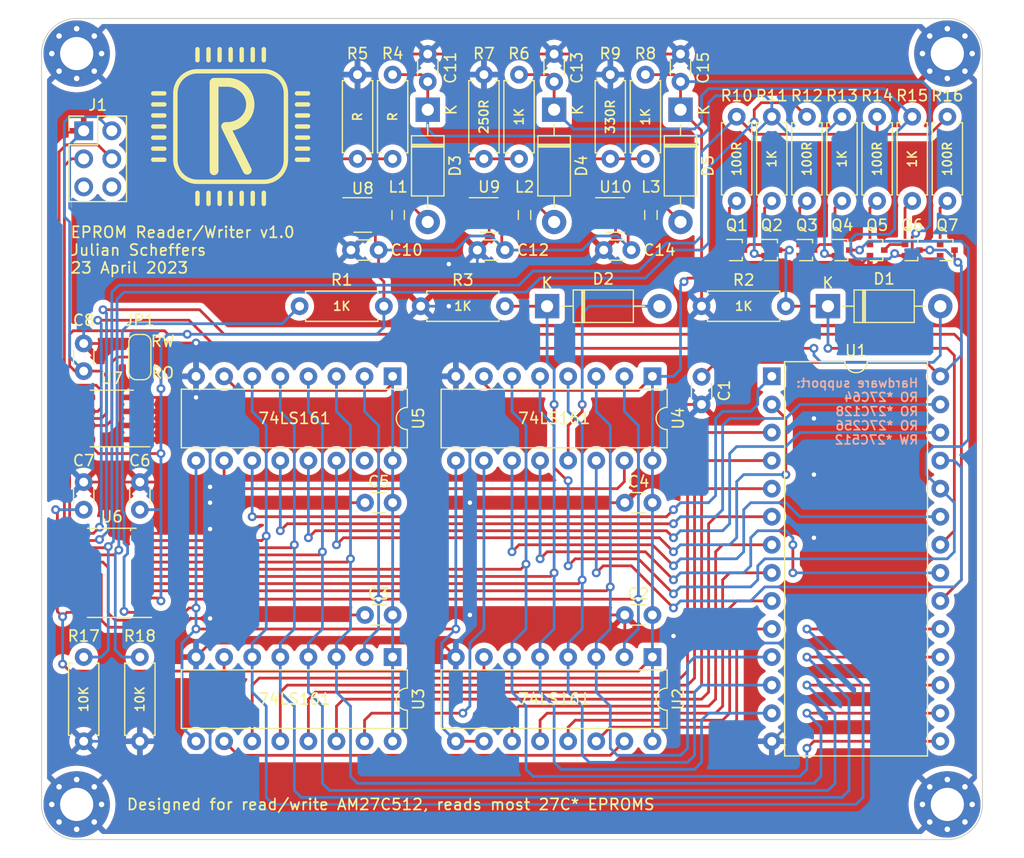
<source format=kicad_pcb>
(kicad_pcb (version 20211014) (generator pcbnew)
  (layers (0 "F.Cu" signal) (31 "B.Cu" signal) (34 "B.Paste" user) (35 "F.Paste" user) (36 "B.SilkS" user "B.Silkscreen") (37 "F.SilkS" user "F.Silkscreen") (38 "B.Mask" user) (39 "F.Mask" user) (44 "Edge.Cuts" user))
  (net 0 "")
  (net 1 "VMEM")
  (net 2 "GND")
  (net 3 "+5V")
  (net 4 "+3V3")
  (net 5 "/12V75")
  (net 6 "VPP")
  (net 7 "/EPROM interface/~{OE}")
  (net 8 "VD")
  (net 9 "/EPROM interface/A9")
  (net 10 "/6V25")
  (net 11 "Net-(JP1-Pad2)")
  (net 12 "Net-(R1-Pad2)")
  (net 13 "Net-(D3-Pad2)")
  (net 14 "/SCL")
  (net 15 "/IO2")
  (net 16 "/IO1")
  (net 17 "/SDA")
  (net 18 "/EPROM interface/A15")
  (net 19 "/EPROM interface/A12")
  (net 20 "/EPROM interface/A7")
  (net 21 "/EPROM interface/A6")
  (net 22 "/EPROM interface/A5")
  (net 23 "/EPROM interface/A4")
  (net 24 "/EPROM interface/A3")
  (net 25 "/EPROM interface/A2")
  (net 26 "/EPROM interface/A1")
  (net 27 "/EPROM interface/A0")
  (net 28 "/EPROM interface/DB0")
  (net 29 "/EPROM interface/DB1")
  (net 30 "/EPROM interface/DB2")
  (net 31 "/EPROM interface/DB3")
  (net 32 "/EPROM interface/DB4")
  (net 33 "/EPROM interface/DB5")
  (net 34 "/EPROM interface/DB6")
  (net 35 "/EPROM interface/DB7")
  (net 36 "/EPROM interface/~{CE}")
  (net 37 "/EPROM interface/A10")
  (net 38 "/EPROM interface/A11")
  (net 39 "/EPROM interface/A8")
  (net 40 "/EPROM interface/A13")
  (net 41 "/EPROM interface/A14")
  (net 42 "/EPROM interface/CLK")
  (net 43 "/EPROM interface/CTE")
  (net 44 "/EPROM interface/Carry0")
  (net 45 "/EPROM interface/Carry1")
  (net 46 "/EPROM interface/Carry2")
  (net 48 "Net-(D4-Pad2)")
  (net 49 "/VDEN")
  (net 52 "Net-(D5-Pad2)")
  (net 53 "Net-(Q1-Pad1)")
  (net 54 "Net-(Q1-Pad3)")
  (net 55 "Net-(Q3-Pad1)")
  (net 56 "Net-(Q3-Pad3)")
  (net 57 "Net-(Q5-Pad1)")
  (net 58 "Net-(Q5-Pad3)")
  (net 59 "Net-(Q7-Pad1)")
  (net 60 "Net-(R4-Pad2)")
  (net 61 "Net-(R6-Pad2)")
  (net 62 "Net-(R8-Pad2)")
  (net 63 "/VPPEN")
  (footprint "Resistor_THT:R_Axial_DIN0207_L6.3mm_D2.5mm_P7.62mm_Horizontal" (layer "F.Cu") (at 198.12 44.45 -90)
    (fp_text reference "R8")
    (fp_text value "1K")
  )
  (footprint "Package_TO_SOT_SMD:SOT-23-5" (layer "F.Cu") (at 195.42125 57.15)
    (fp_text reference "U10")
    (fp_text value "AP3012")
  )
  (footprint "Capacitor_THT:C_Disc_D3.0mm_W1.6mm_P2.50mm" (layer "F.Cu") (at 198.755 83.185 180)
    (fp_text reference "C4")
    (fp_text value "C")
  )
  (footprint "Diode_THT:D_DO-41_SOD81_P10.16mm_Horizontal" (layer "F.Cu") (at 189.865 47.625 -90)
    (fp_text reference "D4")
    (fp_text value "1N5819")
  )
  (footprint "Capacitor_THT:C_Disc_D3.0mm_W1.6mm_P2.50mm" (layer "F.Cu") (at 201.295 42.585 -90)
    (fp_text reference "C15")
    (fp_text value "1uF")
  )
  (footprint "Resistor_THT:R_Axial_DIN0207_L6.3mm_D2.5mm_P7.62mm_Horizontal" (layer "F.Cu") (at 186.69 44.45 -90)
    (fp_text reference "R6")
    (fp_text value "1K")
  )
  (footprint "Package_TO_SOT_SMD:SOT-416" (layer "F.Cu") (at 225.425 60.325)
    (fp_text reference "Q7")
    (fp_text value "RE1C002ZPTL")
  )
  (footprint "Inductor_SMD:L_0805_2012Metric" (layer "F.Cu") (at 198.62 57.15 90)
    (fp_text reference "L3")
    (fp_text value "10uH")
  )
  (footprint "Package_TO_SOT_SMD:SOT-416" (layer "F.Cu") (at 209.55 60.325)
    (fp_text reference "Q2")
    (fp_text value "RE1C002ZPTL")
  )
  (footprint "Capacitor_THT:C_Disc_D3.0mm_W1.6mm_P2.50mm" (layer "F.Cu") (at 189.865 42.585 -90)
    (fp_text reference "C13")
    (fp_text value "1uF")
  )
  (footprint "Resistor_THT:R_Axial_DIN0207_L6.3mm_D2.5mm_P7.62mm_Horizontal" (layer "F.Cu") (at 219.075 48.26 -90)
    (fp_text reference "R14")
    (fp_text value "100R")
  )
  (footprint "Package_DIP:DIP-28_W15.24mm" (layer "F.Cu") (at 209.55 71.755)
    (fp_text reference "U1")
    (fp_text value "27C512")
  )
  (footprint "Diode_THT:D_DO-41_SOD81_P10.16mm_Horizontal" (layer "F.Cu") (at 178.435 47.625 -90)
    (fp_text reference "D3")
    (fp_text value "1N5819")
  )
  (footprint "Resistor_THT:R_Axial_DIN0207_L6.3mm_D2.5mm_P7.62mm_Horizontal" (layer "F.Cu") (at 172.085 52.07 90)
    (fp_text reference "R5")
    (fp_text value "R")
  )
  (footprint "Resistor_THT:R_Axial_DIN0207_L6.3mm_D2.5mm_P7.62mm_Horizontal" (layer "F.Cu") (at 152.4 97.155 -90)
    (fp_text reference "R18")
    (fp_text value "10K")
  )
  (footprint "Package_DIP:DIP-16_W7.62mm" (layer "F.Cu") (at 175.26 71.755 -90)
    (fp_text reference "U5")
    (fp_text value "74LS161")
  )
  (footprint "Capacitor_THT:C_Disc_D3.0mm_W1.6mm_P2.50mm" (layer "F.Cu") (at 147.32 71.27875 90)
    (fp_text reference "C8")
    (fp_text value "C")
  )
  (footprint "Package_DIP:DIP-16_W7.62mm" (layer "F.Cu") (at 198.755 71.755 -90)
    (fp_text reference "U4")
    (fp_text value "74LS161")
  )
  (footprint "Resistor_THT:R_Axial_DIN0207_L6.3mm_D2.5mm_P7.62mm_Horizontal" (layer "F.Cu") (at 174.46625 65.405 180)
    (fp_text reference "R1")
    (fp_text value "1K")
  )
  (footprint "Resistor_THT:R_Axial_DIN0207_L6.3mm_D2.5mm_P7.62mm_Horizontal" (layer "F.Cu") (at 215.9 48.26 -90)
    (fp_text reference "R13")
    (fp_text value "1K")
  )
  (footprint "Package_TO_SOT_SMD:SOT-416" (layer "F.Cu") (at 219.075 60.325)
    (fp_text reference "Q5")
    (fp_text value "RE1C002UNTCL")
  )
  (footprint "MountingHole:MountingHole_3mm_Pad_Via" (layer "F.Cu") (at 146.685 42.545)
    (fp_text reference "H2")
    (fp_text value "MountingHole_Pad")
  )
  (footprint "Package_TO_SOT_SMD:SOT-416" (layer "F.Cu") (at 212.725 60.325)
    (fp_text reference "Q3")
    (fp_text value "RE1C002UNTCL")
  )
  (footprint "Resistor_THT:R_Axial_DIN0207_L6.3mm_D2.5mm_P7.62mm_Horizontal" (layer "F.Cu") (at 147.32 104.775 90)
    (fp_text reference "R17")
    (fp_text value "10K")
  )
  (footprint "Resistor_THT:R_Axial_DIN0207_L6.3mm_D2.5mm_P7.62mm_Horizontal" (layer "F.Cu") (at 206.375 48.26 -90)
    (fp_text reference "R10")
    (fp_text value "100R")
  )
  (footprint "Capacitor_THT:C_Disc_D3.0mm_W1.6mm_P2.50mm" (layer "F.Cu") (at 178.435 42.585 -90)
    (fp_text reference "C11")
    (fp_text value "1uF")
  )
  (footprint "Inductor_SMD:L_0805_2012Metric" (layer "F.Cu") (at 175.76 57.15 90)
    (fp_text reference "L1")
    (fp_text value "10uH")
  )
  (footprint "Resistor_THT:R_Axial_DIN0207_L6.3mm_D2.5mm_P7.62mm_Horizontal" (layer "F.Cu") (at 183.515 52.07 90)
    (fp_text reference "R7")
    (fp_text value "250R")
  )
  (footprint "Capacitor_THT:C_Disc_D3.0mm_W1.6mm_P2.50mm" (layer "F.Cu") (at 194.35 60.325)
    (fp_text reference "C14")
    (fp_text value "1uF")
  )
  (footprint "MountingHole:MountingHole_3mm_Pad_Via" (layer "F.Cu") (at 225.425 110.49)
    (fp_text reference "H3")
    (fp_text value "MountingHole_Pad")
  )
  (footprint "Capacitor_THT:C_Disc_D3.0mm_W1.6mm_P2.50mm" (layer "F.Cu") (at 175.26 83.185 180)
    (fp_text reference "C5")
    (fp_text value "C")
  )
  (footprint "Jumper:SolderJumper-3_P1.3mm_Open_RoundedPad1.0x1.5mm_NumberLabels" (layer "F.Cu") (at 152.4 70.00875 90)
    (fp_text reference "JP1")
    (fp_text value "Jumper")
  )
  (footprint "Connector_PinHeader_2.54mm:PinHeader_2x03_P2.54mm_Vertical" (layer "F.Cu") (at 147.32 49.53)
    (fp_text reference "J1")
    (fp_text value "Conn_02x03_Odd_Even")
  )
  (footprint "Capacitor_THT:C_Disc_D3.0mm_W1.6mm_P2.50mm" (layer "F.Cu") (at 198.755 93.345 180)
    (fp_text reference "C2")
    (fp_text value "C")
  )
  (footprint "Resistor_THT:R_Axial_DIN0207_L6.3mm_D2.5mm_P7.62mm_Horizontal" (layer "F.Cu") (at 212.725 48.26 -90)
    (fp_text reference "R12")
    (fp_text value "100R")
  )
  (footprint "Package_TO_SOT_SMD:SOT-23-5" (layer "F.Cu") (at 172.56125 57.15)
    (fp_text reference "U8")
    (fp_text value "AP3012")
  )
  (footprint "Resistor_THT:R_Axial_DIN0207_L6.3mm_D2.5mm_P7.62mm_Horizontal" (layer "F.Cu") (at 209.55 48.26 -90)
    (fp_text reference "R11")
    (fp_text value "1K")
  )
  (footprint "MountingHole:MountingHole_3mm_Pad_Via" (layer "F.Cu") (at 225.425 42.545)
    (fp_text reference "H4")
    (fp_text value "MountingHole_Pad")
  )
  (footprint "Package_TO_SOT_SMD:SOT-416" (layer "F.Cu") (at 222.25 60.325)
    (fp_text reference "Q6")
    (fp_text value "RE1C002ZPTL")
  )
  (footprint "Capacitor_THT:C_Disc_D3.0mm_W1.6mm_P2.50mm" (layer "F.Cu") (at 152.4 83.82 90)
    (fp_text reference "C6")
    (fp_text value "C")
  )
  (footprint "Inductor_SMD:L_0805_2012Metric" (layer "F.Cu") (at 187.19 57.15 90)
    (fp_text reference "L2")
    (fp_text value "10uH")
  )
  (footprint "Package_DIP:DIP-16_W7.62mm" (layer "F.Cu") (at 198.755 97.155 -90)
    (fp_text reference "U2")
    (fp_text value "74LS161")
  )
  (footprint "Package_TO_SOT_SMD:SOT-416" (layer "F.Cu") (at 215.915 60.325)
    (fp_text reference "Q4")
    (fp_text value "RE1C002ZPTL")
  )
  (footprint "MountingHole:MountingHole_3mm_Pad_Via" (layer "F.Cu") (at 146.685 110.49)
    (fp_text reference "H1")
    (fp_text value "MountingHole_Pad")
  )
  (footprint "Resistor_THT:R_Axial_DIN0207_L6.3mm_D2.5mm_P7.62mm_Horizontal" (layer "F.Cu") (at 194.945 52.07 90)
    (fp_text reference "R9")
    (fp_text value "330R")
  )
  (footprint "Capacitor_THT:C_Disc_D3.0mm_W1.6mm_P2.50mm" (layer "F.Cu") (at 203.2 71.795 -90)
    (fp_text reference "C1")
    (fp_text value "C")
  )
  (footprint "Capacitor_THT:C_Disc_D3.0mm_W1.6mm_P2.50mm" (layer "F.Cu") (at 175.26 93.345 180)
    (fp_text reference "C3")
    (fp_text value "C")
  )
  (footprint "Capacitor_THT:C_Disc_D3.0mm_W1.6mm_P2.50mm" (layer "F.Cu") (at 147.32 83.82 90)
    (fp_text reference "C7")
    (fp_text value "C")
  )
  (footprint "Diode_THT:D_DO-41_SOD81_P10.16mm_Horizontal" (layer "F.Cu") (at 201.295 47.625 -90)
    (fp_text reference "D5")
    (fp_text value "1N5819")
  )
  (footprint "Package_TO_SOT_SMD:SOT-416" (layer "F.Cu") (at 206.375 60.325)
    (fp_text reference "Q1")
    (fp_text value "RE1C002UNTCL")
  )
  (footprint "Resistor_THT:R_Axial_DIN0207_L6.3mm_D2.5mm_P7.62mm_Horizontal" (layer "F.Cu") (at 177.8 65.405)
    (fp_text reference "R3")
    (fp_text value "1K")
  )
  (footprint "Resistor_THT:R_Axial_DIN0207_L6.3mm_D2.5mm_P7.62mm_Horizontal" (layer "F.Cu") (at 222.25 48.26 -90)
    (fp_text reference "R15")
    (fp_text value "1K")
  )
  (footprint "Resistor_THT:R_Axial_DIN0207_L6.3mm_D2.5mm_P7.62mm_Horizontal" (layer "F.Cu") (at 175.26 44.45 -90)
    (fp_text reference "R4")
    (fp_text value "R")
  )
  (footprint "Package_TO_SOT_SMD:SOT-23-5" (layer "F.Cu") (at 183.99125 57.15)
    (fp_text reference "U9")
    (fp_text value "AP3012")
  )
  (footprint "Diode_THT:D_DO-41_SOD81_P10.16mm_Horizontal" (layer "F.Cu") (at 189.23 65.405)
    (fp_text reference "D2")
    (fp_text value "D")
  )
  (footprint "Resistor_THT:R_Axial_DIN0207_L6.3mm_D2.5mm_P7.62mm_Horizontal" (layer "F.Cu") (at 203.2 65.405)
    (fp_text reference "R2")
    (fp_text value "1K")
  )
  (footprint "Package_SO:SOIC-8_3.9x4.9mm_P1.27mm" (layer "F.Cu") (at 149.86 75.565 180)
    (fp_text reference "U7")
    (fp_text value "24LC32")
  )
  (footprint "Capacitor_THT:C_Disc_D3.0mm_W1.6mm_P2.50mm" (layer "F.Cu") (at 182.92 60.325)
    (fp_text reference "C12")
    (fp_text value "1uF")
  )
  (footprint "Package_SO:TSSOP-24_4.4x7.8mm_P0.65mm" (layer "F.Cu") (at 149.86 89.535 180)
    (fp_text reference "U6")
    (fp_text value "PCAL6416APW")
  )
  (footprint "Package_DIP:DIP-16_W7.62mm" (layer "F.Cu") (at 175.26 97.155 -90)
    (fp_text reference "U3")
    (fp_text value "74LS161")
  )
  (footprint "Diode_THT:D_DO-41_SOD81_P10.16mm_Horizontal" (layer "F.Cu") (at 214.63 65.405)
    (fp_text reference "D1")
    (fp_text value "D")
  )
  (footprint "Capacitor_THT:C_Disc_D3.0mm_W1.6mm_P2.50mm" (layer "F.Cu") (at 171.49 60.325)
    (fp_text reference "C10")
    (fp_text value "1uF")
  )
  (footprint "Resistor_THT:R_Axial_DIN0207_L6.3mm_D2.5mm_P7.62mm_Horizontal" (layer "F.Cu") (at 225.425 48.26 -90)
    (fp_text reference "R16")
    (fp_text value "100R")
  )
  (gr_poly (pts (xy 161.619259 54.9479) (xy 161.629115 54.948628) (xy 161.638888 54.949837) (xy 161.64856 54.95152) (xy 161.658117 54.95367) (xy 161.66754 54.956281) (xy 161.676814 54.959346) (xy 161.685923 54.962857) (xy 161.694849 54.966809) (xy 161.703577 54.971194) (xy 161.71209 54.976005) (xy 161.720371 54.981237) (xy 161.728405 54.986881) (xy 161.736174 54.992931) (xy 161.743663 54.999381) (xy 161.750854 55.006223) (xy 161.757698 55.013413) (xy 161.764149 55.0209) (xy 161.770201 55.028668) (xy 161.775847 55.036701) (xy 161.78108 55.044981) (xy 161.785893 55.053494) (xy 161.79028 55.062221) (xy 161.794233 55.071147) (xy 161.797747 55.080256) (xy 161.800813 55.089531) (xy 161.803426 55.098955) (xy 161.805579 55.108513) (xy 161.807264 55.118188) (xy 161.808475 55.127963) (xy 161.809206 55.137822) (xy 161.809448 55.147749) (xy 161.809448 56.142418) (xy 161.80946 56.143658) (xy 161.809464 56.144898) (xy 161.80946 56.146138) (xy 161.809448 56.147379) (xy 161.809207 56.157302) (xy 161.808477 56.167158) (xy 161.807267 56.176931) (xy 161.805583 56.186603) (xy 161.803432 56.19616) (xy 161.80082 56.205583) (xy 161.797754 56.214857) (xy 161.794242 56.223965) (xy 161.790289 56.232891) (xy 161.785903 56.241618) (xy 161.781091 56.250131) (xy 161.775859 56.258411) (xy 161.770214 56.266444) (xy 161.764163 56.274213) (xy 161.757713 56.281701) (xy 161.75087 56.288892) (xy 161.743679 56.295734) (xy 161.736191 56.302185) (xy 161.728422 56.308236) (xy 161.720389 56.313881) (xy 161.712108 56.319113) (xy 161.703596 56.323925) (xy 161.694868 56.328311) (xy 161.685942 56.332264) (xy 161.676834 56.335776) (xy 161.667559 56.338842) (xy 161.658136 56.341454) (xy 161.648579 56.343605) (xy 161.638906 56.345289) (xy 161.629132 56.346499) (xy 161.619275 56.347229) (xy 161.609351 56.34747) (xy 161.599427 56.347228) (xy 161.589571 56.346499) (xy 161.579798 56.345289) (xy 161.570126 56.343604) (xy 161.56057 56.341452) (xy 161.551147 56.33884) (xy 161.541873 56.335774) (xy 161.532765 56.332261) (xy 161.523839 56.328308) (xy 161.515112 56.323922) (xy 161.5066 56.31911) (xy 161.498319 56.313877) (xy 161.490287 56.308232) (xy 161.482518 56.302181) (xy 161.47503 56.29573) (xy 161.46784 56.288887) (xy 161.460997 56.281696) (xy 161.454547 56.274208) (xy 161.448496 56.266439) (xy 161.442852 56.258406) (xy 161.43762 56.250125) (xy 161.432808 56.241613) (xy 161.428422 56.232885) (xy 161.42447 56.22396) (xy 161.420957 56.214852) (xy 161.417892 56.205578) (xy 161.41528 56.196155) (xy 161.413129 56.1866) (xy 161.411445 56.176928) (xy 161.410235 56.167156) (xy 161.409506 56.157301) (xy 161.409265 56.147379) (xy 161.409265 55.147749) (xy 161.409507 55.137826) (xy 161.410236 55.12797) (xy 161.411446 55.118197) (xy 161.413131 55.108525) (xy 161.415282 55.098969) (xy 161.417894 55.089546) (xy 161.42096 55.080272) (xy 161.424472 55.071164) (xy 161.428425 55.062238) (xy 161.432811 55.053511) (xy 161.437623 55.044999) (xy 161.442855 55.036718) (xy 161.4485 55.028685) (xy 161.454551 55.020917) (xy 161.461002 55.013429) (xy 161.467844 55.006238) (xy 161.475035 54.999395) (xy 161.482523 54.992945) (xy 161.490292 54.986894) (xy 161.498325 54.981249) (xy 161.506606 54.976017) (xy 161.515118 54.971205) (xy 161.523845 54.966819) (xy 161.532771 54.962866) (xy 161.541879 54.959354) (xy 161.551153 54.956288) (xy 161.560576 54.953676) (xy 161.570132 54.951525) (xy 161.579805 54.94984) (xy 161.589577 54.94863) (xy 161.599433 54.947901) (xy 161.609346 54.94766)) (layer "F.SilkS") (width 0) (fill solid))
  (gr_poly (pts (xy 162.619301 54.9479) (xy 162.629158 54.948628) (xy 162.63893 54.949837) (xy 162.648603 54.951521) (xy 162.658159 54.953671) (xy 162.667583 54.956282) (xy 162.676857 54.959347) (xy 162.685965 54.962858) (xy 162.694891 54.96681) (xy 162.703619 54.971194) (xy 162.712132 54.976006) (xy 162.720413 54.981237) (xy 162.728447 54.986881) (xy 162.736216 54.992931) (xy 162.743705 54.999381) (xy 162.750896 55.006223) (xy 162.75774 55.013413) (xy 162.764191 55.0209) (xy 162.770243 55.028668) (xy 162.775889 55.036701) (xy 162.781122 55.044981) (xy 162.785935 55.053494) (xy 162.790322 55.062221) (xy 162.794275 55.071147) (xy 162.797789 55.080256) (xy 162.800855 55.089531) (xy 162.803468 55.098955) (xy 162.805621 55.108513) (xy 162.807306 55.118188) (xy 162.808517 55.127963) (xy 162.809248 55.137822) (xy 162.80949 55.147749) (xy 162.80949 56.142418) (xy 162.809502 56.143658) (xy 162.809506 56.144898) (xy 162.809502 56.146138) (xy 162.80949 56.147379) (xy 162.809249 56.157302) (xy 162.808519 56.167158) (xy 162.807309 56.176931) (xy 162.805625 56.186603) (xy 162.803474 56.19616) (xy 162.800862 56.205583) (xy 162.797796 56.214857) (xy 162.794284 56.223965) (xy 162.790331 56.232891) (xy 162.785945 56.241618) (xy 162.781133 56.250131) (xy 162.775901 56.258411) (xy 162.770256 56.266444) (xy 162.764205 56.274213) (xy 162.757755 56.281701) (xy 162.750912 56.288892) (xy 162.743721 56.295734) (xy 162.736233 56.302185) (xy 162.728464 56.308236) (xy 162.720431 56.313881) (xy 162.71215 56.319113) (xy 162.703638 56.323925) (xy 162.69491 56.328311) (xy 162.685984 56.332264) (xy 162.676876 56.335776) (xy 162.667602 56.338842) (xy 162.658178 56.341454) (xy 162.648621 56.343605) (xy 162.638948 56.345289) (xy 162.629175 56.346499) (xy 162.619318 56.347229) (xy 162.609393 56.34747) (xy 162.59947 56.347228) (xy 162.589614 56.346499) (xy 162.579841 56.345289) (xy 162.570168 56.343604) (xy 162.560612 56.341452) (xy 162.551189 56.33884) (xy 162.541916 56.335774) (xy 162.532808 56.332261) (xy 162.523882 56.328308) (xy 162.515155 56.323922) (xy 162.506643 56.31911) (xy 162.498362 56.313877) (xy 162.490329 56.308232) (xy 162.482561 56.302181) (xy 162.475073 56.29573) (xy 162.467883 56.288887) (xy 162.46104 56.281696) (xy 162.45459 56.274208) (xy 162.448539 56.266439) (xy 162.442894 56.258406) (xy 162.437663 56.250125) (xy 162.43285 56.241613) (xy 162.428465 56.232885) (xy 162.424512 56.22396) (xy 162.421 56.214852) (xy 162.417935 56.205578) (xy 162.415323 56.196155) (xy 162.413172 56.1866) (xy 162.411488 56.176928) (xy 162.410278 56.167156) (xy 162.409549 56.157301) (xy 162.409308 56.147379) (xy 162.409308 55.147749) (xy 162.40955 55.137826) (xy 162.410279 55.12797) (xy 162.411489 55.118197) (xy 162.413173 55.108525) (xy 162.415325 55.098969) (xy 162.417937 55.089546) (xy 162.421002 55.080272) (xy 162.424515 55.071164) (xy 162.428468 55.062238) (xy 162.432853 55.053511) (xy 162.437666 55.044999) (xy 162.442898 55.036718) (xy 162.448543 55.028685) (xy 162.454594 55.020917) (xy 162.461044 55.013429) (xy 162.467887 55.006238) (xy 162.475078 54.999395) (xy 162.482566 54.992945) (xy 162.490335 54.986894) (xy 162.498368 54.981249) (xy 162.506648 54.976017) (xy 162.515161 54.971205) (xy 162.523888 54.966819) (xy 162.532814 54.962866) (xy 162.541922 54.959354) (xy 162.551196 54.956288) (xy 162.560619 54.953676) (xy 162.570175 54.951525) (xy 162.579847 54.94984) (xy 162.58962 54.94863) (xy 162.599476 54.947901) (xy 162.609389 54.94766)) (layer "F.SilkS") (width 0) (fill solid))
  (gr_poly (pts (xy 154.619757 45.947949) (xy 154.629907 45.948715) (xy 154.639909 45.949981) (xy 154.649751 45.951732) (xy 154.659422 45.953958) (xy 154.668907 45.956644) (xy 154.678195 45.95978) (xy 154.687274 45.963351) (xy 154.69613 45.967347) (xy 154.704751 45.971753) (xy 154.713125 45.976558) (xy 154.721238 45.98175) (xy 154.729079 45.987315) (xy 154.736635 45.99324) (xy 154.743893 45.999515) (xy 154.75084 46.006125) (xy 154.757465 46.013059) (xy 154.763755 46.020304) (xy 154.769697 46.027848) (xy 154.775278 46.035677) (xy 154.780486 46.04378) (xy 154.785308 46.052143) (xy 154.789733 46.060755) (xy 154.793747 46.069603) (xy 154.797337 46.078674) (xy 154.800492 46.087956) (xy 154.803198 46.097436) (xy 154.805444 46.107102) (xy 154.807216 46.116941) (xy 154.808502 46.12694) (xy 154.80929 46.137088) (xy 154.809566 46.147371) (xy 154.809325 46.157295) (xy 154.808595 46.167151) (xy 154.807385 46.176924) (xy 154.805701 46.186596) (xy 154.80355 46.196152) (xy 154.800938 46.205575) (xy 154.797872 46.214849) (xy 154.79436 46.223957) (xy 154.790407 46.232883) (xy 154.786021 46.24161) (xy 154.781209 46.250122) (xy 154.775977 46.258403) (xy 154.770332 46.266436) (xy 154.764281 46.274205) (xy 154.757831 46.281693) (xy 154.750988 46.288884) (xy 154.743797 46.295727) (xy 154.736309 46.302177) (xy 154.72854 46.308228) (xy 154.720507 46.313873) (xy 154.712226 46.319105) (xy 154.703714 46.323917) (xy 154.694987 46.328303) (xy 154.686061 46.332256) (xy 154.676953 46.335768) (xy 154.667679 46.338834) (xy 154.658256 46.341446) (xy 154.6487 46.343597) (xy 154.639027 46.345282) (xy 154.629255 46.346492) (xy 154.619399 46.347221) (xy 154.609475 46.347463) (xy 153.609455 46.347463) (xy 153.599532 46.347222) (xy 153.589676 46.346494) (xy 153.579903 46.345285) (xy 153.57023 46.343602) (xy 153.560674 46.341452) (xy 153.55125 46.338841) (xy 153.541976 46.335776) (xy 153.532868 46.332265) (xy 153.523942 46.328313) (xy 153.515214 46.323928) (xy 153.506701 46.319117) (xy 153.49842 46.313886) (xy 153.490386 46.308241) (xy 153.482617 46.302191) (xy 153.475128 46.295742) (xy 153.467936 46.2889) (xy 153.461093 46.28171) (xy 153.454642 46.274222) (xy 153.44859 46.266454) (xy 153.442944 46.258422) (xy 153.437711 46.250141) (xy 153.432898 46.241629) (xy 153.428511 46.232901) (xy 153.424557 46.223975) (xy 153.421044 46.214866) (xy 153.417977 46.205591) (xy 153.415364 46.196167) (xy 153.413211 46.186609) (xy 153.411526 46.176934) (xy 153.410315 46.167158) (xy 153.409585 46.157299) (xy 153.409342 46.147371) (xy 153.409618 46.137088) (xy 153.410406 46.126941) (xy 153.411692 46.116941) (xy 153.413464 46.107102) (xy 153.415709 46.097436) (xy 153.418416 46.087956) (xy 153.42157 46.078675) (xy 153.425161 46.069604) (xy 153.429175 46.060756) (xy 153.433599 46.052144) (xy 153.438422 46.043781) (xy 153.44363 46.035678) (xy 153.449211 46.027849) (xy 153.455152 46.020305) (xy 153.461442 46.01306) (xy 153.468067 46.006126) (xy 153.475014 45.999516) (xy 153.482272 45.993241) (xy 153.489828 45.987315) (xy 153.497669 45.98175) (xy 153.505782 45.976559) (xy 153.514156 45.971754) (xy 153.522777 45.967347) (xy 153.531633 45.963352) (xy 153.540711 45.95978) (xy 153.55 45.956645) (xy 153.559485 45.953958) (xy 153.569155 45.951732) (xy 153.578998 45.949981) (xy 153.589 45.948715) (xy 153.599149 45.947949) (xy 153.609433 45.947694) (xy 154.609474 45.947694)) (layer "F.SilkS") (width 0) (fill solid))
  (gr_poly (pts (xy 157.619091 54.9479) (xy 157.628947 54.948628) (xy 157.63872 54.949837) (xy 157.648392 54.95152) (xy 157.657949 54.95367) (xy 157.667372 54.956281) (xy 157.676646 54.959346) (xy 157.685755 54.962857) (xy 157.694681 54.966809) (xy 157.703409 54.971194) (xy 157.711921 54.976005) (xy 157.720203 54.981237) (xy 157.728236 54.986881) (xy 157.736006 54.992931) (xy 157.743494 54.999381) (xy 157.750686 55.006223) (xy 157.757529 55.013413) (xy 157.763981 55.0209) (xy 157.770032 55.028668) (xy 157.775678 55.036701) (xy 157.780911 55.044981) (xy 157.785724 55.053494) (xy 157.790111 55.062221) (xy 157.794065 55.071147) (xy 157.797578 55.080256) (xy 157.800645 55.089531) (xy 157.803258 55.098955) (xy 157.80541 55.108513) (xy 157.807095 55.118188) (xy 157.808307 55.127963) (xy 157.809037 55.137822) (xy 157.80928 55.147749) (xy 157.80928 56.137457) (xy 157.809326 56.139938) (xy 157.809341 56.142418) (xy 157.809326 56.144899) (xy 157.80928 56.147379) (xy 157.809038 56.157302) (xy 157.808309 56.167158) (xy 157.807099 56.176931) (xy 157.805415 56.186603) (xy 157.803263 56.19616) (xy 157.800651 56.205583) (xy 157.797586 56.214857) (xy 157.794073 56.223965) (xy 157.790121 56.232891) (xy 157.785735 56.241618) (xy 157.780922 56.250131) (xy 157.77569 56.258411) (xy 157.770045 56.266444) (xy 157.763994 56.274213) (xy 157.757544 56.281701) (xy 157.750701 56.288892) (xy 157.74351 56.295734) (xy 157.736022 56.302185) (xy 157.728254 56.308236) (xy 157.72022 56.313881) (xy 157.71194 56.319113) (xy 157.703427 56.323925) (xy 157.6947 56.328311) (xy 157.685774 56.332264) (xy 157.676665 56.335776) (xy 157.667391 56.338842) (xy 157.657967 56.341454) (xy 157.648411 56.343605) (xy 157.638738 56.345289) (xy 157.628964 56.346499) (xy 157.619107 56.347229) (xy 157.609183 56.34747) (xy 157.598899 56.347193) (xy 157.588752 56.346406) (xy 157.578752 56.345119) (xy 157.568914 56.343347) (xy 157.559248 56.341101) (xy 157.549768 56.338395) (xy 157.540486 56.33524) (xy 157.531415 56.331649) (xy 157.522568 56.327635) (xy 157.513956 56.32321) (xy 157.505593 56.318388) (xy 157.49749 56.313179) (xy 157.489661 56.307598) (xy 157.482118 56.301656) (xy 157.474873 56.295367) (xy 157.467939 56.288742) (xy 157.461329 56.281794) (xy 157.455054 56.274536) (xy 157.449129 56.26698) (xy 157.443564 56.259139) (xy 157.438373 56.251026) (xy 157.433568 56.242653) (xy 157.429162 56.234032) (xy 157.425166 56.225176) (xy 157.421595 56.216098) (xy 157.41846 56.20681) (xy 157.415773 56.197324) (xy 157.413548 56.187655) (xy 157.411797 56.177812) (xy 157.410532 56.167811) (xy 157.409766 56.157662) (xy 157.409511 56.147379) (xy 157.409511 55.147749) (xy 157.409766 55.137466) (xy 157.410533 55.127316) (xy 157.411798 55.117314) (xy 157.41355 55.107472) (xy 157.415775 55.097802) (xy 157.418462 55.088316) (xy 157.421597 55.079028) (xy 157.425169 55.06995) (xy 157.429165 55.061094) (xy 157.433571 55.052473) (xy 157.438376 55.044099) (xy 157.443568 55.035986) (xy 157.449133 55.028145) (xy 157.455059 55.020589) (xy 157.461333 55.013331) (xy 157.467944 55.006384) (xy 157.474878 54.999759) (xy 157.482123 54.99347) (xy 157.489666 54.987528) (xy 157.497495 54.981947) (xy 157.505598 54.976739) (xy 157.513962 54.971917) (xy 157.522573 54.967492) (xy 157.531421 54.963479) (xy 157.540492 54.959888) (xy 157.549774 54.956733) (xy 157.559254 54.954027) (xy 157.568919 54.951782) (xy 157.578758 54.95001) (xy 157.588758 54.948723) (xy 157.598905 54.947936) (xy 157.609178 54.94766)) (layer "F.SilkS") (width 0) (fill solid))
  (gr_poly (pts (xy 159.619174 54.9479) (xy 159.62903 54.948628) (xy 159.638803 54.949837) (xy 159.648476 54.95152) (xy 159.658032 54.95367) (xy 159.667455 54.956281) (xy 159.67673 54.959346) (xy 159.685838 54.962857) (xy 159.694764 54.966809) (xy 159.703492 54.971194) (xy 159.712005 54.976005) (xy 159.720287 54.981237) (xy 159.72832 54.986881) (xy 159.73609 54.992931) (xy 159.743578 54.999381) (xy 159.75077 55.006223) (xy 159.757613 55.013413) (xy 159.764064 55.0209) (xy 159.770116 55.028668) (xy 159.775762 55.036701) (xy 159.780995 55.044981) (xy 159.785808 55.053494) (xy 159.790195 55.062221) (xy 159.794149 55.071147) (xy 159.797662 55.080256) (xy 159.800729 55.089531) (xy 159.803342 55.098955) (xy 159.805494 55.108513) (xy 159.807179 55.118188) (xy 159.808391 55.127963) (xy 159.809121 55.137822) (xy 159.809364 55.147749) (xy 159.809364 56.142418) (xy 159.809375 56.143658) (xy 159.809379 56.144898) (xy 159.809375 56.146138) (xy 159.809364 56.147379) (xy 159.809122 56.157302) (xy 159.808393 56.167158) (xy 159.807183 56.176931) (xy 159.805499 56.186603) (xy 159.803347 56.19616) (xy 159.800735 56.205583) (xy 159.79767 56.214857) (xy 159.794157 56.223965) (xy 159.790205 56.232891) (xy 159.785819 56.241618) (xy 159.781006 56.250131) (xy 159.775774 56.258411) (xy 159.770129 56.266444) (xy 159.764078 56.274213) (xy 159.757628 56.281701) (xy 159.750785 56.288892) (xy 159.743594 56.295734) (xy 159.736106 56.302185) (xy 159.728337 56.308236) (xy 159.720304 56.313881) (xy 159.712023 56.319113) (xy 159.703511 56.323925) (xy 159.694784 56.328311) (xy 159.685857 56.332264) (xy 159.676749 56.335776) (xy 159.667475 56.338842) (xy 159.658051 56.341454) (xy 159.648494 56.343605) (xy 159.638821 56.345289) (xy 159.629048 56.346499) (xy 159.61919 56.347229) (xy 159.609266 56.34747) (xy 159.598983 56.347193) (xy 159.588835 56.346406) (xy 159.578836 56.345119) (xy 159.568997 56.343347) (xy 159.559331 56.341101) (xy 159.549851 56.338395) (xy 159.54057 56.33524) (xy 159.531499 56.331649) (xy 159.522651 56.327635) (xy 159.514039 56.32321) (xy 159.505676 56.318388) (xy 159.497573 56.313179) (xy 159.489744 56.307598) (xy 159.482201 56.301656) (xy 159.474956 56.295367) (xy 159.468022 56.288742) (xy 159.461412 56.281794) (xy 159.455138 56.274536) (xy 159.449212 56.26698) (xy 159.443647 56.259139) (xy 159.438456 56.251026) (xy 159.433652 56.242653) (xy 159.429245 56.234032) (xy 159.42525 56.225176) (xy 159.421679 56.216098) (xy 159.418544 56.20681) (xy 159.415857 56.197324) (xy 159.413632 56.187655) (xy 159.411881 56.177812) (xy 159.410616 56.167811) (xy 159.409849 56.157662) (xy 159.409595 56.147379) (xy 159.409595 55.147749) (xy 159.40985 55.137466) (xy 159.410616 55.127316) (xy 159.411882 55.117314) (xy 159.413634 55.107472) (xy 159.415859 55.097802) (xy 159.418546 55.088316) (xy 159.421681 55.079028) (xy 159.425253 55.06995) (xy 159.429249 55.061094) (xy 159.433655 55.052473) (xy 159.43846 55.044099) (xy 159.443652 55.035986) (xy 159.449217 55.028145) (xy 159.455142 55.020589) (xy 159.461417 55.013331) (xy 159.468027 55.006384) (xy 159.474961 54.999759) (xy 159.482206 54.99347) (xy 159.48975 54.987528) (xy 159.497579 54.981947) (xy 159.505682 54.976739) (xy 159.514045 54.971917) (xy 159.522657 54.967492) (xy 159.531505 54.963479) (xy 159.540576 54.959888) (xy 159.549857 54.956733) (xy 159.559337 54.954027) (xy 159.569003 54.951782) (xy 159.578842 54.95001) (xy 159.588841 54.948723) (xy 159.598989 54.947936) (xy 159.609262 54.94766)) (layer "F.SilkS") (width 0) (fill solid))
  (gr_poly (pts (xy 160.609303 41.947525) (xy 160.609293 41.947525) (xy 160.609315 41.947525)) (layer "F.SilkS") (width 0) (fill solid))
  (gr_poly (pts (xy 167.619478 45.947949) (xy 167.629627 45.948715) (xy 167.639629 45.94998) (xy 167.649472 45.951732) (xy 167.659142 45.953957) (xy 167.668628 45.956644) (xy 167.677916 45.95978) (xy 167.686995 45.963351) (xy 167.695851 45.967346) (xy 167.704472 45.971753) (xy 167.712845 45.976558) (xy 167.720959 45.981749) (xy 167.7288 45.987314) (xy 167.736356 45.99324) (xy 167.743614 45.999515) (xy 167.750561 46.006125) (xy 167.757186 46.013059) (xy 167.763476 46.020304) (xy 167.769418 46.027848) (xy 167.774999 46.035677) (xy 167.780207 46.04378) (xy 167.785029 46.052143) (xy 167.789454 46.060755) (xy 167.793468 46.069603) (xy 167.797058 46.078674) (xy 167.800213 46.087956) (xy 167.802919 46.097436) (xy 167.805165 46.107102) (xy 167.806937 46.116941) (xy 167.808223 46.12694) (xy 167.809011 46.137088) (xy 167.809287 46.147371) (xy 167.809046 46.157295) (xy 167.808316 46.167151) (xy 167.807106 46.176924) (xy 167.805422 46.186596) (xy 167.803271 46.196152) (xy 167.800659 46.205575) (xy 167.797593 46.214849) (xy 167.794081 46.223957) (xy 167.790128 46.232883) (xy 167.785742 46.24161) (xy 167.78093 46.250123) (xy 167.775698 46.258404) (xy 167.770053 46.266437) (xy 167.764002 46.274205) (xy 167.757551 46.281693) (xy 167.750709 46.288884) (xy 167.743518 46.295727) (xy 167.73603 46.302177) (xy 167.728261 46.308228) (xy 167.720228 46.313873) (xy 167.711948 46.319105) (xy 167.703435 46.323918) (xy 167.694708 46.328304) (xy 167.685782 46.332256) (xy 167.676674 46.335769) (xy 167.6674 46.338834) (xy 167.657977 46.341446) (xy 167.64842 46.343598) (xy 167.638748 46.345282) (xy 167.628975 46.346492) (xy 167.619119 46.347221) (xy 167.609196 46.347463) (xy 166.609589 46.347463) (xy 166.599666 46.347222) (xy 166.58981 46.346494) (xy 166.580037 46.345285) (xy 166.570364 46.343602) (xy 166.560808 46.341451) (xy 166.551385 46.33884) (xy 166.54211 46.335776) (xy 166.533002 46.332264) (xy 166.524076 46.328313) (xy 166.515348 46.323928) (xy 166.506835 46.319116) (xy 166.498553 46.313885) (xy 166.49052 46.308241) (xy 166.48275 46.302191) (xy 166.475262 46.295741) (xy 166.46807 46.288899) (xy 166.461227 46.281709) (xy 166.454776 46.274222) (xy 166.448724 46.266454) (xy 166.443078 46.258421) (xy 166.437845 46.250141) (xy 166.433032 46.241628) (xy 166.428645 46.232901) (xy 166.424691 46.223975) (xy 166.421178 46.214866) (xy 166.418111 46.205591) (xy 166.415498 46.196166) (xy 166.413346 46.186608) (xy 166.411661 46.176934) (xy 166.410449 46.167158) (xy 166.409719 46.157299) (xy 166.409476 46.147371) (xy 166.409753 46.137088) (xy 166.41054 46.126941) (xy 166.411827 46.116941) (xy 166.413599 46.107102) (xy 166.415844 46.097437) (xy 166.41855 46.087957) (xy 166.421705 46.078675) (xy 166.425296 46.069604) (xy 166.429309 46.060756) (xy 166.433734 46.052145) (xy 166.438556 46.043781) (xy 166.443764 46.035678) (xy 166.449345 46.027849) (xy 166.455287 46.020306) (xy 166.461576 46.013061) (xy 166.468201 46.006127) (xy 166.475148 45.999516) (xy 166.482406 45.993242) (xy 166.489962 45.987316) (xy 166.497803 45.981751) (xy 166.505916 45.976559) (xy 166.51429 45.971754) (xy 166.522911 45.967348) (xy 166.531767 45.963352) (xy 166.540845 45.95978) (xy 166.550133 45.956645) (xy 166.559619 45.953958) (xy 166.569289 45.951733) (xy 166.579131 45.949981) (xy 166.589133 45.948716) (xy 166.599283 45.947949) (xy 166.609566 45.947694) (xy 167.609194 45.947694)) (layer "F.SilkS") (width 0) (fill solid))
  (gr_poly (pts (xy 159.609262 54.94766) (xy 159.609251 54.947659) (xy 159.609272 54.947659)) (layer "F.SilkS") (width 0) (fill solid))
  (gr_poly (pts (xy 167.619125 48.947648) (xy 167.628981 48.948377) (xy 167.638754 48.949588) (xy 167.648426 48.951272) (xy 167.657982 48.953424) (xy 167.667405 48.956036) (xy 167.676679 48.959102) (xy 167.685787 48.962615) (xy 167.694713 48.966568) (xy 167.70344 48.970954) (xy 167.711952 48.975767) (xy 167.720233 48.980999) (xy 167.728266 48.986644) (xy 167.736035 48.992696) (xy 167.743523 48.999146) (xy 167.750713 49.005989) (xy 167.757556 49.01318) (xy 167.764006 49.020668) (xy 167.770057 49.028437) (xy 167.775702 49.03647) (xy 167.780933 49.044751) (xy 167.785746 49.053263) (xy 167.790131 49.061991) (xy 167.794083 49.070917) (xy 167.797596 49.080024) (xy 167.800661 49.089298) (xy 167.803272 49.098721) (xy 167.805424 49.108276) (xy 167.807107 49.117948) (xy 167.808317 49.12772) (xy 167.809046 49.137576) (xy 167.809287 49.147498) (xy 167.809046 49.157422) (xy 167.808316 49.167278) (xy 167.807106 49.177051) (xy 167.805422 49.186723) (xy 167.803271 49.196279) (xy 167.800659 49.205702) (xy 167.797593 49.214976) (xy 167.794081 49.224084) (xy 167.790128 49.23301) (xy 167.785742 49.241737) (xy 167.78093 49.250249) (xy 167.775698 49.25853) (xy 167.770053 49.266563) (xy 167.764002 49.274332) (xy 167.757551 49.28182) (xy 167.750709 49.289011) (xy 167.743518 49.295854) (xy 167.73603 49.302304) (xy 167.728261 49.308355) (xy 167.720228 49.314) (xy 167.711948 49.319232) (xy 167.703435 49.324044) (xy 167.694708 49.32843) (xy 167.685782 49.332383) (xy 167.676674 49.335895) (xy 167.6674 49.338961) (xy 167.657977 49.341573) (xy 167.64842 49.343724) (xy 167.638748 49.345408) (xy 167.628975 49.346618) (xy 167.619119 49.347347) (xy 167.609196 49.347589) (xy 166.609588 49.347589) (xy 166.599664 49.347349) (xy 166.589808 49.346621) (xy 166.580036 49.345411) (xy 166.570363 49.343728) (xy 166.560807 49.341578) (xy 166.551383 49.338967) (xy 166.542109 49.335902) (xy 166.533001 49.332391) (xy 166.524075 49.328439) (xy 166.515347 49.324054) (xy 166.506835 49.319243) (xy 166.498553 49.314012) (xy 166.49052 49.308368) (xy 166.48275 49.302317) (xy 166.475262 49.295868) (xy 166.46807 49.289026) (xy 166.461227 49.281836) (xy 166.454776 49.274349) (xy 166.448724 49.266581) (xy 166.443078 49.258548) (xy 166.437845 49.250267) (xy 166.433032 49.241755) (xy 166.428645 49.233028) (xy 166.424691 49.224101) (xy 166.421178 49.214992) (xy 166.418111 49.205717) (xy 166.415498 49.196293) (xy 166.413346 49.186735) (xy 166.411661 49.17706) (xy 166.410449 49.167284) (xy 166.409719 49.157425) (xy 166.409476 49.147498) (xy 166.409718 49.137574) (xy 166.410447 49.127718) (xy 166.411657 49.117946) (xy 166.413342 49.108273) (xy 166.415493 49.098717) (xy 166.418105 49.089294) (xy 166.421171 49.08002) (xy 166.424683 49.070912) (xy 166.428636 49.061986) (xy 166.433022 49.053259) (xy 166.437834 49.044747) (xy 166.443066 49.036466) (xy 166.448711 49.028433) (xy 166.454762 49.020664) (xy 166.461212 49.013176) (xy 166.468055 49.005985) (xy 166.475246 48.999143) (xy 166.482734 48.992692) (xy 166.490502 48.986641) (xy 166.498535 48.980996) (xy 166.506816 48.975764) (xy 166.515328 48.970952) (xy 166.524055 48.966566) (xy 166.532981 48.962613) (xy 166.542089 48.959101) (xy 166.551363 48.956035) (xy 166.560786 48.953423) (xy 166.570342 48.951272) (xy 166.580014 48.949587) (xy 166.589787 48.948377) (xy 166.599643 48.947648) (xy 166.609566 48.947406) (xy 167.609202 48.947406)) (layer "F.SilkS") (width 0) (fill solid))
  (gr_poly (pts (xy 157.609178 54.94766) (xy 157.609167 54.947659) (xy 157.609188 54.947659)) (layer "F.SilkS") (width 0) (fill solid))
  (gr_poly (pts (xy 162.609387 41.947525) (xy 162.609377 41.947525) (xy 162.609399 41.947525)) (layer "F.SilkS") (width 0) (fill solid))
  (gr_poly (pts (xy 159.619173 41.947766) (xy 159.62903 41.948494) (xy 159.638802 41.949703) (xy 159.648475 41.951386) (xy 159.658031 41.953536) (xy 159.667455 41.956147) (xy 159.676729 41.959212) (xy 159.685837 41.962723) (xy 159.694764 41.966675) (xy 159.703492 41.97106) (xy 159.712004 41.975871) (xy 159.720286 41.981102) (xy 159.728319 41.986746) (xy 159.736089 41.992796) (xy 159.743577 41.999246) (xy 159.750769 42.006088) (xy 159.757613 42.013278) (xy 159.764064 42.020765) (xy 159.770116 42.028533) (xy 159.775761 42.036566) (xy 159.780994 42.044847) (xy 159.785808 42.053359) (xy 159.790195 42.062086) (xy 159.794148 42.071013) (xy 159.797662 42.080121) (xy 159.800728 42.089396) (xy 159.803341 42.098821) (xy 159.805494 42.108379) (xy 159.807179 42.118054) (xy 159.808391 42.127829) (xy 159.809121 42.137689) (xy 159.809364 42.147616) (xy 159.809364 43.142284) (xy 159.809377 43.143627) (xy 159.809382 43.144971) (xy 159.809377 43.146315) (xy 159.809364 43.147658) (xy 159.809122 43.157582) (xy 159.808393 43.167438) (xy 159.807183 43.17721) (xy 159.805499 43.186883) (xy 159.803347 43.196439) (xy 159.800735 43.205862) (xy 159.79767 43.215136) (xy 159.794157 43.224244) (xy 159.790205 43.23317) (xy 159.785819 43.241897) (xy 159.781006 43.250409) (xy 159.775774 43.25869) (xy 159.770129 43.266723) (xy 159.764078 43.274492) (xy 159.757628 43.28198) (xy 159.750785 43.289171) (xy 159.743594 43.296014) (xy 159.736106 43.302464) (xy 159.728338 43.308515) (xy 159.720305 43.31416) (xy 159.712024 43.319392) (xy 159.703512 43.324204) (xy 159.694786 43.32859) (xy 159.685861 43.332543) (xy 159.676754 43.336055) (xy 159.667481 43.339121) (xy 159.65806 43.341733) (xy 159.648506 43.343884) (xy 159.638836 43.345568) (xy 159.629066 43.346778) (xy 159.619214 43.347508) (xy 159.609294 43.347749) (xy 159.599011 43.347474) (xy 159.588863 43.346688) (xy 159.578864 43.345403) (xy 159.569025 43.343632) (xy 159.559359 43.341387) (xy 159.549878 43.338682) (xy 159.540596 43.335528) (xy 159.531525 43.331939) (xy 159.522677 43.327926) (xy 159.514065 43.323502) (xy 159.5057 43.31868) (xy 159.497597 43.313473) (xy 159.489767 43.307892) (xy 159.482223 43.301951) (xy 159.474978 43.295662) (xy 159.468043 43.289037) (xy 159.461432 43.28209) (xy 159.455156 43.274832) (xy 159.449229 43.267276) (xy 159.443664 43.259435) (xy 159.438471 43.251322) (xy 159.433665 43.242948) (xy 159.429258 43.234326) (xy 159.425261 43.225469) (xy 159.421689 43.21639) (xy 159.418552 43.207101) (xy 159.415864 43.197614) (xy 159.413638 43.187943) (xy 159.411885 43.178099) (xy 159.410619 43.168095) (xy 159.409851 43.157944) (xy 159.409595 43.147658) (xy 159.409595 42.147616) (xy 159.40985 42.137332) (xy 159.410616 42.127183) (xy 159.411882 42.117181) (xy 159.413633 42.107338) (xy 159.415859 42.097668) (xy 159.418546 42.088183) (xy 159.421681 42.078894) (xy 159.425253 42.069816) (xy 159.429248 42.06096) (xy 159.433655 42.052339) (xy 159.43846 42.043965) (xy 159.443651 42.035852) (xy 159.449216 42.028011) (xy 159.455142 42.020456) (xy 159.461416 42.013198) (xy 159.468027 42.00625) (xy 159.474961 41.999625) (xy 159.482206 41.993335) (xy 159.489749 41.987394) (xy 159.497579 41.981813) (xy 159.505681 41.976605) (xy 159.514045 41.971782) (xy 159.522657 41.967358) (xy 159.531504 41.963344) (xy 159.540575 41.959754) (xy 159.549857 41.956599) (xy 159.559337 41.953893) (xy 159.569003 41.951647) (xy 159.578842 41.949875) (xy 159.588841 41.948589) (xy 159.598989 41.947801) (xy 159.609261 41.947525)) (layer "F.SilkS") (width 0) (fill solid))
  (gr_poly (pts (xy 167.619125 49.94769) (xy 167.628981 49.948419) (xy 167.638754 49.94963) (xy 167.648426 49.951314) (xy 167.657982 49.953466) (xy 167.667405 49.956078) (xy 167.676679 49.959144) (xy 167.685787 49.962657) (xy 167.694713 49.96661) (xy 167.70344 49.970996) (xy 167.711952 49.975809) (xy 167.720233 49.981041) (xy 167.728266 49.986686) (xy 167.736035 49.992738) (xy 167.743523 49.999188) (xy 167.750713 50.006031) (xy 167.757556 50.013222) (xy 167.764006 50.02071) (xy 167.770057 50.028479) (xy 167.775702 50.036512) (xy 167.780933 50.044793) (xy 167.785746 50.053305) (xy 167.790131 50.062033) (xy 167.794083 50.070958) (xy 167.797596 50.080066) (xy 167.800661 50.08934) (xy 167.803272 50.098763) (xy 167.805424 50.108318) (xy 167.807107 50.11799) (xy 167.808317 50.127762) (xy 167.809046 50.137617) (xy 167.809287 50.14754) (xy 167.809046 50.157463) (xy 167.808316 50.167319) (xy 167.807106 50.177092) (xy 167.805422 50.186765) (xy 167.803271 50.196321) (xy 167.800659 50.205744) (xy 167.797593 50.215018) (xy 167.794081 50.224126) (xy 167.790128 50.233052) (xy 167.785742 50.241779) (xy 167.78093 50.250291) (xy 167.775698 50.258572) (xy 167.770053 50.266605) (xy 167.764002 50.274374) (xy 167.757551 50.281862) (xy 167.750709 50.289053) (xy 167.743518 50.295896) (xy 167.73603 50.302346) (xy 167.728261 50.308397) (xy 167.720228 50.314042) (xy 167.711948 50.319274) (xy 167.703435 50.324086) (xy 167.694708 50.328472) (xy 167.685782 50.332425) (xy 167.676674 50.335937) (xy 167.6674 50.339003) (xy 167.657977 50.341615) (xy 167.64842 50.343766) (xy 167.638748 50.34545) (xy 167.628975 50.34666) (xy 167.619119 50.34739) (xy 167.609196 50.347631) (xy 166.60956 50.347631) (xy 166.599637 50.347389) (xy 166.589781 50.34666) (xy 166.580008 50.345449) (xy 166.570336 50.343765) (xy 166.56078 50.341613) (xy 166.551357 50.339) (xy 166.542084 50.335934) (xy 166.532976 50.332422) (xy 166.52405 50.328469) (xy 166.515323 50.324082) (xy 166.506811 50.31927) (xy 166.49853 50.314037) (xy 166.490497 50.308392) (xy 166.482729 50.302341) (xy 166.475241 50.29589) (xy 166.46805 50.289047) (xy 166.461208 50.281856) (xy 166.454758 50.274368) (xy 166.448707 50.266599) (xy 166.443062 50.258566) (xy 166.43783 50.250285) (xy 166.433018 50.241773) (xy 166.428633 50.233046) (xy 166.42468 50.22412) (xy 166.421168 50.215012) (xy 166.418103 50.205739) (xy 166.415491 50.196316) (xy 166.41334 50.186761) (xy 166.411656 50.177089) (xy 166.410447 50.167317) (xy 166.409718 50.157462) (xy 166.409476 50.14754) (xy 166.409718 50.137616) (xy 166.410447 50.12776) (xy 166.411657 50.117988) (xy 166.413342 50.108315) (xy 166.415493 50.098759) (xy 166.418105 50.089336) (xy 166.421171 50.080062) (xy 166.424683 50.070954) (xy 166.428636 50.062028) (xy 166.433022 50.053301) (xy 166.437834 50.044789) (xy 166.443066 50.036508) (xy 166.448711 50.028475) (xy 166.454762 50.020706) (xy 166.461212 50.013218) (xy 166.468055 50.006027) (xy 166.475246 49.999185) (xy 166.482734 49.992734) (xy 166.490502 49.986683) (xy 166.498535 49.981038) (xy 166.506816 49.975806) (xy 166.515328 49.970994) (xy 166.524055 49.966608) (xy 166.532981 49.962655) (xy 166.542089 49.959143) (xy 166.551363 49.956077) (xy 166.560786 49.953465) (xy 166.570342 49.951314) (xy 166.580014 49.949629) (xy 166.589787 49.948419) (xy 166.599643 49.94769) (xy 166.609566 49.947448) (xy 167.609202 49.947448)) (layer "F.SilkS") (width 0) (fill solid))
  (gr_poly (pts (xy 163.619342 41.947766) (xy 163.629198 41.948494) (xy 163.638971 41.949703) (xy 163.648644 41.951386) (xy 163.6582 41.953536) (xy 163.667623 41.956147) (xy 163.676897 41.959212) (xy 163.686006 41.962723) (xy 163.694932 41.966675) (xy 163.70366 41.97106) (xy 163.712173 41.975871) (xy 163.720454 41.981102) (xy 163.728488 41.986746) (xy 163.736257 41.992796) (xy 163.743746 41.999246) (xy 163.750938 42.006088) (xy 163.757781 42.013278) (xy 163.764232 42.020765) (xy 163.770284 42.028533) (xy 163.77593 42.036566) (xy 163.781163 42.044847) (xy 163.785976 42.053359) (xy 163.790363 42.062086) (xy 163.794317 42.071013) (xy 163.79783 42.080121) (xy 163.800897 42.089396) (xy 163.80351 42.098821) (xy 163.805663 42.108379) (xy 163.807348 42.118054) (xy 163.808559 42.127829) (xy 163.809289 42.137689) (xy 163.809532 42.147616) (xy 163.809532 43.147658) (xy 163.809291 43.157582) (xy 163.808561 43.167438) (xy 163.807351 43.17721) (xy 163.805667 43.186883) (xy 163.803516 43.196439) (xy 163.800904 43.205862) (xy 163.797838 43.215136) (xy 163.794326 43.224244) (xy 163.790373 43.23317) (xy 163.785987 43.241897) (xy 163.781175 43.250409) (xy 163.775943 43.25869) (xy 163.770298 43.266723) (xy 163.764247 43.274492) (xy 163.757797 43.28198) (xy 163.750954 43.289171) (xy 163.743763 43.296014) (xy 163.736275 43.302464) (xy 163.728506 43.308515) (xy 163.720473 43.31416) (xy 163.712193 43.319392) (xy 163.703681 43.324204) (xy 163.694954 43.32859) (xy 163.686029 43.332543) (xy 163.676922 43.336055) (xy 163.66765 43.339121) (xy 163.658228 43.341733) (xy 163.648674 43.343884) (xy 163.639004 43.345568) (xy 163.629234 43.346778) (xy 163.619382 43.347508) (xy 163.609462 43.347749) (xy 163.599539 43.347509) (xy 163.589682 43.346781) (xy 163.57991 43.345572) (xy 163.570237 43.343888) (xy 163.560681 43.341738) (xy 163.551257 43.339127) (xy 163.541983 43.336062) (xy 163.532874 43.332551) (xy 163.523948 43.328599) (xy 163.51522 43.324214) (xy 163.506707 43.319403) (xy 163.498426 43.314172) (xy 163.490392 43.308528) (xy 163.482623 43.302478) (xy 163.475134 43.296028) (xy 163.467943 43.289186) (xy 163.461099 43.281996) (xy 163.454648 43.274509) (xy 163.448596 43.266741) (xy 163.44295 43.258708) (xy 163.437718 43.250427) (xy 163.432904 43.241915) (xy 163.428518 43.233188) (xy 163.424564 43.224261) (xy 163.421051 43.215153) (xy 163.417984 43.205878) (xy 163.415371 43.196453) (xy 163.413219 43.186895) (xy 163.411534 43.17722) (xy 163.410323 43.167445) (xy 163.409592 43.157586) (xy 163.40935 43.147658) (xy 163.409349 42.147616) (xy 163.409591 42.137693) (xy 163.41032 42.127837) (xy 163.41153 42.118064) (xy 163.413214 42.108392) (xy 163.415365 42.098836) (xy 163.417977 42.089412) (xy 163.421043 42.080139) (xy 163.424555 42.071031) (xy 163.428508 42.062105) (xy 163.432894 42.053377) (xy 163.437706 42.044865) (xy 163.442938 42.036584) (xy 163.448583 42.028551) (xy 163.454634 42.020783) (xy 163.461085 42.013295) (xy 163.467928 42.006104) (xy 163.475118 41.999261) (xy 163.482606 41.992811) (xy 163.490375 41.98676) (xy 163.498408 41.981115) (xy 163.506689 41.975883) (xy 163.515201 41.97107) (xy 163.523929 41.966684) (xy 163.532854 41.962732) (xy 163.541963 41.959219) (xy 163.551236 41.956154) (xy 163.56066 41.953542) (xy 163.570216 41.95139) (xy 163.579888 41.949706) (xy 163.589661 41.948496) (xy 163.599517 41.947767) (xy 163.609429 41.947525)) (layer "F.SilkS") (width 0) (fill solid))
  (gr_poly (pts (xy 161.609345 41.947525) (xy 161.609335 41.947525) (xy 161.609357 41.947525)) (layer "F.SilkS") (width 0) (fill solid))
  (gr_poly (pts (xy 163.619343 54.9479) (xy 163.629199 54.948628) (xy 163.638972 54.949837) (xy 163.648644 54.95152) (xy 163.658201 54.95367) (xy 163.667624 54.956281) (xy 163.676898 54.959346) (xy 163.686007 54.962857) (xy 163.694933 54.966809) (xy 163.703661 54.971194) (xy 163.712174 54.976005) (xy 163.720455 54.981237) (xy 163.728489 54.986881) (xy 163.736258 54.992931) (xy 163.743747 54.999381) (xy 163.750938 55.006223) (xy 163.757782 55.013413) (xy 163.764233 55.0209) (xy 163.770285 55.028668) (xy 163.775931 55.036701) (xy 163.781164 55.044981) (xy 163.785977 55.053494) (xy 163.790364 55.062221) (xy 163.794317 55.071147) (xy 163.797831 55.080256) (xy 163.800897 55.089531) (xy 163.80351 55.098955) (xy 163.805663 55.108513) (xy 163.807348 55.118188) (xy 163.808559 55.127963) (xy 163.809289 55.137822) (xy 163.809532 55.147749) (xy 163.809532 56.147379) (xy 163.809291 56.157302) (xy 163.808561 56.167158) (xy 163.807351 56.176931) (xy 163.805667 56.186603) (xy 163.803516 56.19616) (xy 163.800904 56.205583) (xy 163.797838 56.214857) (xy 163.794326 56.223965) (xy 163.790373 56.232891) (xy 163.785987 56.241618) (xy 163.781175 56.250131) (xy 163.775943 56.258411) (xy 163.770298 56.266444) (xy 163.764247 56.274213) (xy 163.757797 56.281701) (xy 163.750954 56.288892) (xy 163.743763 56.295734) (xy 163.736275 56.302185) (xy 163.728506 56.308236) (xy 163.720473 56.313881) (xy 163.712192 56.319113) (xy 163.70368 56.323925) (xy 163.694952 56.328311) (xy 163.686026 56.332264) (xy 163.676917 56.335776) (xy 163.667643 56.338842) (xy 163.658219 56.341454) (xy 163.648663 56.343605) (xy 163.638989 56.345289) (xy 163.629216 56.346499) (xy 163.619358 56.347229) (xy 163.609434 56.34747) (xy 163.59951 56.347228) (xy 163.589654 56.346499) (xy 163.579882 56.345289) (xy 163.570209 56.343604) (xy 163.560653 56.341452) (xy 163.55123 56.33884) (xy 163.541956 56.335774) (xy 163.532848 56.332261) (xy 163.523923 56.328308) (xy 163.515195 56.323922) (xy 163.506683 56.31911) (xy 163.498403 56.313877) (xy 163.49037 56.308232) (xy 163.482601 56.302181) (xy 163.475114 56.29573) (xy 163.467923 56.288887) (xy 163.46108 56.281696) (xy 163.45463 56.274208) (xy 163.44858 56.266439) (xy 163.442935 56.258406) (xy 163.437703 56.250125) (xy 163.432891 56.241613) (xy 163.428506 56.232885) (xy 163.424553 56.22396) (xy 163.421041 56.214852) (xy 163.417976 56.205578) (xy 163.415364 56.196155) (xy 163.413213 56.1866) (xy 163.411529 56.176928) (xy 163.41032 56.167156) (xy 163.409591 56.157301) (xy 163.40935 56.147379) (xy 163.409349 55.147749) (xy 163.409591 55.137826) (xy 163.41032 55.12797) (xy 163.41153 55.118197) (xy 163.413214 55.108525) (xy 163.415366 55.098969) (xy 163.417978 55.089546) (xy 163.421044 55.080272) (xy 163.424556 55.071164) (xy 163.428509 55.062238) (xy 163.432895 55.053511) (xy 163.437707 55.044999) (xy 163.442939 55.036718) (xy 163.448584 55.028685) (xy 163.454635 55.020917) (xy 163.461085 55.013429) (xy 163.467928 55.006238) (xy 163.475119 54.999395) (xy 163.482607 54.992945) (xy 163.490376 54.986894) (xy 163.498409 54.981249) (xy 163.50669 54.976017) (xy 163.515202 54.971205) (xy 163.523929 54.966819) (xy 163.532855 54.962866) (xy 163.541963 54.959354) (xy 163.551237 54.956288) (xy 163.56066 54.953676) (xy 163.570216 54.951525) (xy 163.579888 54.94984) (xy 163.589661 54.94863) (xy 163.599517 54.947901) (xy 163.60943 54.94766)) (layer "F.SilkS") (width 0) (fill solid))
  (gr_poly (pts (xy 158.609219 41.947525) (xy 158.609209 41.947525) (xy 158.60923 41.947525)) (layer "F.SilkS") (width 0) (fill solid))
  (gr_poly (pts (xy 163.722872 43.950496) (xy 163.834579 43.959013) (xy 163.944661 43.973023) (xy 164.052981 43.992388) (xy 164.159399 44.016969) (xy 164.263778 44.046629) (xy 164.365979 44.081228) (xy 164.465864 44.120629) (xy 164.563296 44.164694) (xy 164.658136 44.213284) (xy 164.750245 44.266261) (xy 164.839487 44.323487) (xy 164.925721 44.384823) (xy 165.008811 44.450131) (xy 165.088619 44.519274) (xy 165.165005 44.592113) (xy 165.237832 44.668509) (xy 165.306962 44.748325) (xy 165.372257 44.831421) (xy 165.433578 44.917661) (xy 165.490787 45.006906) (xy 165.543747 45.099016) (xy 165.592318 45.193856) (xy 165.636363 45.291285) (xy 165.675744 45.391166) (xy 165.710322 45.49336) (xy 165.73996 45.59773) (xy 165.764518 45.704137) (xy 165.78386 45.812443) (xy 165.797847 45.92251) (xy 165.80634 46.034198) (xy 165.809202 46.147371) (xy 165.809202 52.147624) (xy 165.809615 52.147624) (xy 165.806741 52.260818) (xy 165.798236 52.372526) (xy 165.784238 52.48261) (xy 165.764884 52.590931) (xy 165.740314 52.697352) (xy 165.710665 52.801734) (xy 165.676076 52.903939) (xy 165.636684 53.003829) (xy 165.592629 53.101265) (xy 165.544047 53.19611) (xy 165.491078 53.288225) (xy 165.433859 53.377473) (xy 165.372528 53.463714) (xy 165.307225 53.546811) (xy 165.238086 53.626626) (xy 165.165251 53.70302) (xy 165.088857 53.775856) (xy 165.009042 53.844994) (xy 164.925945 53.910298) (xy 164.839703 53.971628) (xy 164.750456 54.028847) (xy 164.658341 54.081816) (xy 164.563496 54.130398) (xy 164.466059 54.174454) (xy 164.366169 54.213845) (xy 164.263965 54.248435) (xy 164.159583 54.278083) (xy 164.053162 54.302654) (xy 163.94484 54.322007) (xy 163.834757 54.336005) (xy 163.723048 54.344511) (xy 163.609854 54.347385) (xy 163.609859 53.947617) (xy 163.702487 53.945274) (xy 163.793898 53.938322) (xy 163.88398 53.926875) (xy 163.97262 53.911045) (xy 164.059705 53.890946) (xy 164.145122 53.86669) (xy 164.228756 53.83839) (xy 164.310497 53.806161) (xy 164.390229 53.770114) (xy 164.467841 53.730363) (xy 164.543219 53.687021) (xy 164.616251 53.640202) (xy 164.686822 53.590017) (xy 164.75482 53.536581) (xy 164.820131 53.480006) (xy 164.882644 53.420406) (xy 164.942244 53.357893) (xy 164.998818 53.292581) (xy 165.052254 53.224583) (xy 165.102438 53.154012) (xy 165.149257 53.080981) (xy 165.192599 53.005603) (xy 165.232349 52.927991) (xy 165.268396 52.848258) (xy 165.300625 52.766518) (xy 165.328924 52.682883) (xy 165.353179 52.597467) (xy 165.373278 52.510383) (xy 165.389107 52.421743) (xy 165.400554 52.331661) (xy 165.407505 52.24025) (xy 165.409847 52.147624) (xy 165.409434 52.147624) (xy 165.409434 46.147372) (xy 165.407091 46.054745) (xy 165.40014 45.963333) (xy 165.388693 45.873251) (xy 165.372863 45.784611) (xy 165.352764 45.697526) (xy 165.328508 45.61211) (xy 165.300209 45.528475) (xy 165.26798 45.446734) (xy 165.231933 45.367001) (xy 165.192183 45.289389) (xy 165.148841 45.214011) (xy 165.102022 45.14098) (xy 165.051837 45.070408) (xy 164.998401 45.00241) (xy 164.941827 44.937098) (xy 164.882226 44.874586) (xy 164.819714 44.814986) (xy 164.754402 44.758411) (xy 164.686404 44.704975) (xy 164.615833 44.654791) (xy 164.542801 44.607971) (xy 164.467423 44.564629) (xy 164.389811 44.524879) (xy 164.310078 44.488832) (xy 164.228338 44.456603) (xy 164.144703 44.428304) (xy 164.059286 44.404048) (xy 163.972202 44.383949) (xy 163.883562 44.368119) (xy 163.793479 44.356672) (xy 163.702068 44.349721) (xy 163.609441 44.347378) (xy 157.609182 44.347378) (xy 157.516555 44.349721) (xy 157.425144 44.356673) (xy 157.335062 44.36812) (xy 157.246422 44.38395) (xy 157.159337 44.40405) (xy 157.07392 44.428306) (xy 156.990286 44.456605) (xy 156.908545 44.488835) (xy 156.828813 44.524882) (xy 156.751201 44.564632) (xy 156.675823 44.607974) (xy 156.602792 44.654794) (xy 156.53222 44.704979) (xy 156.464223 44.758415) (xy 156.398911 44.814989) (xy 156.336399 44.87459) (xy 156.276799 44.937102) (xy 156.220224 45.002414) (xy 156.166788 45.070412) (xy 156.116604 45.140983) (xy 156.069785 45.214015) (xy 156.026444 45.289393) (xy 155.986693 45.367005) (xy 155.950647 45.446737) (xy 155.918418 45.528477) (xy 155.890119 45.612112) (xy 155.865863 45.697528) (xy 155.845764 45.784613) (xy 155.829935 45.873252) (xy 155.818488 45.963334) (xy 155.811537 46.054745) (xy 155.809195 46.147371) (xy 155.809195 52.147624) (xy 155.811538 52.240251) (xy 155.818489 52.331662) (xy 155.829936 52.421745) (xy 155.845766 52.510385) (xy 155.865865 52.597469) (xy 155.890121 52.682886) (xy 155.91842 52.766521) (xy 155.950649 52.848261) (xy 155.986696 52.927994) (xy 156.026446 53.005606) (xy 156.069788 53.080984) (xy 156.116608 53.154016) (xy 156.166792 53.224587) (xy 156.220228 53.292585) (xy 156.276803 53.357897) (xy 156.336403 53.420409) (xy 156.398915 53.48001) (xy 156.464227 53.536584) (xy 156.532225 53.59002) (xy 156.602796 53.640205) (xy 156.675828 53.687024) (xy 156.751206 53.730366) (xy 156.828818 53.770116) (xy 156.908551 53.806163) (xy 156.990291 53.838392) (xy 157.073926 53.866691) (xy 157.159343 53.890947) (xy 157.246427 53.911046) (xy 157.335068 53.926876) (xy 157.42515 53.938323) (xy 157.516561 53.945274) (xy 157.609188 53.947617) (xy 163.609441 53.947617) (xy 163.609441 54.347385) (xy 157.60895 54.347385) (xy 157.495756 54.344499) (xy 157.384049 54.335981) (xy 157.273967 54.321971) (xy 157.165647 54.302606) (xy 157.059229 54.278025) (xy 156.954851 54.248365) (xy 156.852649 54.213766) (xy 156.752764 54.174365) (xy 156.655332 54.1303) (xy 156.560492 54.08171) (xy 156.468383 54.028734) (xy 156.379142 53.971508) (xy 156.292907 53.910172) (xy 156.209817 53.844863) (xy 156.130009 53.77572) (xy 156.053623 53.702882) (xy 155.980796 53.626486) (xy 155.911666 53.54667) (xy 155.846371 53.463573) (xy 155.78505 53.377334) (xy 155.727841 53.288089) (xy 155.674881 53.195978) (xy 155.62631 53.101139) (xy 155.582265 53.00371) (xy 155.542884 52.903829) (xy 155.508306 52.801634) (xy 155.478668 52.697265) (xy 155.45411 52.590858) (xy 155.434768 52.482552) (xy 155.420781 52.372485) (xy 155.412288 52.260797) (xy 155.409426 52.147624) (xy 155.409426 46.147372) (xy 155.4123 46.034178) (xy 155.420806 45.922469) (xy 155.434804 45.812385) (xy 155.454157 45.704064) (xy 155.478728 45.597643) (xy 155.508377 45.493261) (xy 155.542966 45.391056) (xy 155.582357 45.291166) (xy 155.626413 45.19373) (xy 155.674995 45.098885) (xy 155.727964 45.00677) (xy 155.785183 44.917522) (xy 155.846513 44.831281) (xy 155.911817 44.748184) (xy 155.980956 44.668369) (xy 156.053791 44.591974) (xy 156.130186 44.519139) (xy 156.21 44.45) (xy 156.293098 44.384697) (xy 156.379339 44.323366) (xy 156.468586 44.266147) (xy 156.560702 44.213178) (xy 156.655547 44.164596) (xy 156.752983 44.120541) (xy 156.852873 44.081149) (xy 156.955078 44.04656) (xy 157.05946 44.016911) (xy 157.165881 43.992341) (xy 157.274202 43.972987) (xy 157.384286 43.958989) (xy 157.495994 43.950483) (xy 157.609188 43.947609) (xy 163.609678 43.947609)) (layer "F.SilkS") (width 0) (fill solid))
  (gr_poly (pts (xy 154.619405 48.947648) (xy 154.629261 48.948377) (xy 154.639034 48.949588) (xy 154.648706 48.951272) (xy 154.658262 48.953424) (xy 154.667685 48.956036) (xy 154.676959 48.959102) (xy 154.686067 48.962615) (xy 154.694992 48.966568) (xy 154.70372 48.970954) (xy 154.712232 48.975767) (xy 154.720512 48.980999) (xy 154.728545 48.986644) (xy 154.736314 48.992696) (xy 154.743802 48.999146) (xy 154.750992 49.005989) (xy 154.757835 49.01318) (xy 154.764285 49.020668) (xy 154.770336 49.028437) (xy 154.77598 49.03647) (xy 154.781212 49.044751) (xy 154.786024 49.053264) (xy 154.79041 49.061991) (xy 154.794362 49.070917) (xy 154.797874 49.080025) (xy 154.80094 49.089298) (xy 154.803551 49.098721) (xy 154.805702 49.108277) (xy 154.807386 49.117949) (xy 154.808596 49.127721) (xy 154.809325 49.137576) (xy 154.809566 49.147498) (xy 154.809325 49.157422) (xy 154.808595 49.167278) (xy 154.807385 49.177051) (xy 154.805701 49.186723) (xy 154.80355 49.196279) (xy 154.800938 49.205702) (xy 154.797872 49.214976) (xy 154.79436 49.224084) (xy 154.790407 49.23301) (xy 154.786021 49.241737) (xy 154.781209 49.250249) (xy 154.775977 49.25853) (xy 154.770332 49.266563) (xy 154.764281 49.274332) (xy 154.75783 49.28182) (xy 154.750988 49.289011) (xy 154.743797 49.295854) (xy 154.736309 49.302304) (xy 154.72854 49.308355) (xy 154.720507 49.314) (xy 154.712226 49.319232) (xy 154.703714 49.324044) (xy 154.694987 49.32843) (xy 154.686061 49.332383) (xy 154.676953 49.335895) (xy 154.667679 49.338961) (xy 154.658256 49.341573) (xy 154.6487 49.343724) (xy 154.639027 49.345408) (xy 154.629255 49.346618) (xy 154.619399 49.347347) (xy 154.609475 49.347589) (xy 153.609455 49.347589) (xy 153.599531 49.347349) (xy 153.589675 49.346621) (xy 153.579902 49.345411) (xy 153.57023 49.343728) (xy 153.560674 49.341578) (xy 153.55125 49.338967) (xy 153.541976 49.335902) (xy 153.532868 49.332391) (xy 153.523941 49.328439) (xy 153.515213 49.324054) (xy 153.506701 49.319243) (xy 153.498419 49.314012) (xy 153.490386 49.308368) (xy 153.482616 49.302317) (xy 153.475128 49.295868) (xy 153.467936 49.289026) (xy 153.461093 49.281836) (xy 153.454641 49.274349) (xy 153.44859 49.266581) (xy 153.442944 49.258548) (xy 153.437711 49.250267) (xy 153.432897 49.241755) (xy 153.428511 49.233028) (xy 153.424557 49.224101) (xy 153.421044 49.214992) (xy 153.417977 49.205717) (xy 153.415364 49.196293) (xy 153.413211 49.186735) (xy 153.411526 49.17706) (xy 153.410315 49.167284) (xy 153.409585 49.157425) (xy 153.409342 49.147498) (xy 153.409584 49.137574) (xy 153.410313 49.127718) (xy 153.411523 49.117946) (xy 153.413207 49.108273) (xy 153.415358 49.098717) (xy 153.41797 49.089294) (xy 153.421036 49.08002) (xy 153.424549 49.070912) (xy 153.428501 49.061986) (xy 153.432887 49.053259) (xy 153.437699 49.044746) (xy 153.442931 49.036465) (xy 153.448576 49.028432) (xy 153.454627 49.020664) (xy 153.461078 49.013176) (xy 153.46792 49.005985) (xy 153.475111 48.999142) (xy 153.482599 48.992691) (xy 153.490368 48.98664) (xy 153.498401 48.980995) (xy 153.506682 48.975763) (xy 153.515194 48.970951) (xy 153.523921 48.966565) (xy 153.532847 48.962613) (xy 153.541955 48.9591) (xy 153.551229 48.956034) (xy 153.560652 48.953423) (xy 153.570208 48.951271) (xy 153.579881 48.949587) (xy 153.589654 48.948377) (xy 153.59951 48.947648) (xy 153.609433 48.947406) (xy 154.609481 48.947406)) (layer "F.SilkS") (width 0) (fill solid))
  (gr_poly (pts (xy 163.609429 41.947525) (xy 163.609418 41.947525) (xy 163.609441 41.947525)) (layer "F.SilkS") (width 0) (fill solid))
  (gr_poly (pts (xy 160.619218 54.9479) (xy 160.629074 54.948628) (xy 160.638846 54.949837) (xy 160.648519 54.951521) (xy 160.658075 54.953671) (xy 160.667499 54.956282) (xy 160.676773 54.959347) (xy 160.685881 54.962858) (xy 160.694807 54.96681) (xy 160.703535 54.971194) (xy 160.712048 54.976006) (xy 160.720329 54.981237) (xy 160.728363 54.986881) (xy 160.736132 54.992931) (xy 160.743621 54.999381) (xy 160.750813 55.006223) (xy 160.757656 55.013413) (xy 160.764107 55.0209) (xy 160.770159 55.028668) (xy 160.775805 55.036701) (xy 160.781038 55.044981) (xy 160.785851 55.053494) (xy 160.790238 55.062221) (xy 160.794191 55.071147) (xy 160.797705 55.080256) (xy 160.800771 55.089531) (xy 160.803384 55.098955) (xy 160.805537 55.108513) (xy 160.807222 55.118188) (xy 160.808433 55.127963) (xy 160.809163 55.137822) (xy 160.809406 55.147749) (xy 160.809406 56.142418) (xy 160.809417 56.143658) (xy 160.809421 56.144898) (xy 160.809417 56.146138) (xy 160.809406 56.147379) (xy 160.809165 56.157302) (xy 160.808436 56.167158) (xy 160.807225 56.176931) (xy 160.805541 56.186603) (xy 160.80339 56.19616) (xy 160.800778 56.205583) (xy 160.797712 56.214857) (xy 160.7942 56.223965) (xy 160.790247 56.232891) (xy 160.785861 56.241618) (xy 160.781049 56.250131) (xy 160.775817 56.258411) (xy 160.770172 56.266444) (xy 160.764121 56.274213) (xy 160.757671 56.281701) (xy 160.750828 56.288892) (xy 160.743637 56.295734) (xy 160.736149 56.302185) (xy 160.72838 56.308236) (xy 160.720347 56.313881) (xy 160.712066 56.319113) (xy 160.703554 56.323925) (xy 160.694826 56.328311) (xy 160.6859 56.332264) (xy 160.676792 56.335776) (xy 160.667517 56.338842) (xy 160.658094 56.341454) (xy 160.648537 56.343605) (xy 160.638864 56.345289) (xy 160.62909 56.346499) (xy 160.619233 56.347229) (xy 160.609309 56.34747) (xy 160.599385 56.347228) (xy 160.589529 56.346499) (xy 160.579756 56.345289) (xy 160.570084 56.343604) (xy 160.560528 56.341452) (xy 160.551105 56.33884) (xy 160.541831 56.335774) (xy 160.532723 56.332261) (xy 160.523797 56.328308) (xy 160.51507 56.323922) (xy 160.506558 56.31911) (xy 160.498277 56.313877) (xy 160.490245 56.308232) (xy 160.482476 56.302181) (xy 160.474988 56.29573) (xy 160.467798 56.288887) (xy 160.460955 56.281696) (xy 160.454505 56.274208) (xy 160.448454 56.266439) (xy 160.44281 56.258406) (xy 160.437578 56.250125) (xy 160.432766 56.241613) (xy 160.42838 56.232885) (xy 160.424428 56.22396) (xy 160.420915 56.214852) (xy 160.41785 56.205578) (xy 160.415238 56.196155) (xy 160.413087 56.1866) (xy 160.411403 56.176928) (xy 160.410193 56.167156) (xy 160.409464 56.157301) (xy 160.409223 56.147379) (xy 160.409223 55.147749) (xy 160.409465 55.137826) (xy 160.410194 55.12797) (xy 160.411404 55.118197) (xy 160.413089 55.108525) (xy 160.41524 55.098969) (xy 160.417852 55.089546) (xy 160.420918 55.080272) (xy 160.42443 55.071164) (xy 160.428383 55.062238) (xy 160.432769 55.053511) (xy 160.437581 55.044999) (xy 160.442813 55.036718) (xy 160.448458 55.028685) (xy 160.454509 55.020917) (xy 160.46096 55.013429) (xy 160.467802 55.006238) (xy 160.474993 54.999395) (xy 160.482481 54.992945) (xy 160.49025 54.986894) (xy 160.498283 54.981249) (xy 160.506564 54.976017) (xy 160.515076 54.971205) (xy 160.523803 54.966819) (xy 160.532729 54.962866) (xy 160.541837 54.959354) (xy 160.551111 54.956288) (xy 160.560534 54.953676) (xy 160.57009 54.951525) (xy 160.579763 54.94984) (xy 160.589535 54.94863) (xy 160.599391 54.947901) (xy 160.609304 54.94766)) (layer "F.SilkS") (width 0) (fill solid))
  (gr_poly (pts (xy 158.619132 41.947766) (xy 158.628988 41.948494) (xy 158.638761 41.949703) (xy 158.648434 41.951386) (xy 158.65799 41.953536) (xy 158.667414 41.956147) (xy 158.676688 41.959212) (xy 158.685796 41.962723) (xy 158.694722 41.966675) (xy 158.70345 41.97106) (xy 158.711963 41.975871) (xy 158.720244 41.981102) (xy 158.728278 41.986746) (xy 158.736047 41.992796) (xy 158.743536 41.999246) (xy 158.750728 42.006088) (xy 158.757571 42.013278) (xy 158.764023 42.020765) (xy 158.770075 42.028534) (xy 158.77572 42.036566) (xy 158.780953 42.044847) (xy 158.785767 42.053359) (xy 158.790153 42.062086) (xy 158.794107 42.071013) (xy 158.79762 42.080122) (xy 158.800687 42.089397) (xy 158.8033 42.098821) (xy 158.805452 42.108379) (xy 158.807138 42.118054) (xy 158.808349 42.127829) (xy 158.809079 42.137689) (xy 158.809322 42.147616) (xy 158.809322 43.137323) (xy 158.809372 43.139906) (xy 158.809388 43.14249) (xy 158.809372 43.145075) (xy 158.809322 43.147658) (xy 158.80908 43.157582) (xy 158.808351 43.167438) (xy 158.807141 43.17721) (xy 158.805457 43.186883) (xy 158.803305 43.196439) (xy 158.800693 43.205862) (xy 158.797628 43.215136) (xy 158.794115 43.224244) (xy 158.790163 43.23317) (xy 158.785777 43.241897) (xy 158.780964 43.250409) (xy 158.775732 43.25869) (xy 158.770087 43.266723) (xy 158.764036 43.274492) (xy 158.757586 43.28198) (xy 158.750743 43.289171) (xy 158.743552 43.296014) (xy 158.736064 43.302464) (xy 158.728296 43.308515) (xy 158.720263 43.31416) (xy 158.711982 43.319392) (xy 158.703471 43.324204) (xy 158.694744 43.32859) (xy 158.685819 43.332543) (xy 158.676712 43.336055) (xy 158.66744 43.339121) (xy 158.658018 43.341733) (xy 158.648464 43.343884) (xy 158.638794 43.345568) (xy 158.629025 43.346778) (xy 158.619172 43.347508) (xy 158.609252 43.347749) (xy 158.598969 43.347474) (xy 158.588821 43.346688) (xy 158.578822 43.345403) (xy 158.568982 43.343632) (xy 158.559317 43.341387) (xy 158.549836 43.338682) (xy 158.540554 43.335528) (xy 158.531483 43.331939) (xy 158.522635 43.327926) (xy 158.514022 43.323502) (xy 158.505658 43.31868) (xy 158.497555 43.313473) (xy 158.489725 43.307892) (xy 158.482181 43.301951) (xy 158.474935 43.295662) (xy 158.468001 43.289037) (xy 158.461389 43.28209) (xy 158.455114 43.274832) (xy 158.449187 43.267276) (xy 158.443621 43.259435) (xy 158.438429 43.251322) (xy 158.433623 43.242948) (xy 158.429216 43.234326) (xy 158.425219 43.225469) (xy 158.421647 43.21639) (xy 158.41851 43.207101) (xy 158.415822 43.197614) (xy 158.413596 43.187943) (xy 158.411843 43.178099) (xy 158.410577 43.168095) (xy 158.409809 43.157944) (xy 158.409553 43.147658) (xy 158.409552 42.147616) (xy 158.409808 42.137332) (xy 158.410574 42.127183) (xy 158.411839 42.117181) (xy 158.413591 42.107338) (xy 158.415817 42.097668) (xy 158.418503 42.088183) (xy 158.421639 42.078894) (xy 158.42521 42.069816) (xy 158.429206 42.06096) (xy 158.433612 42.052339) (xy 158.438418 42.043965) (xy 158.443609 42.035852) (xy 158.449174 42.028011) (xy 158.4551 42.020455) (xy 158.461374 42.013197) (xy 158.467985 42.00625) (xy 158.474919 41.999625) (xy 158.482164 41.993335) (xy 158.489707 41.987394) (xy 158.497537 41.981813) (xy 158.505639 41.976605) (xy 158.514003 41.971782) (xy 158.522615 41.967358) (xy 158.531462 41.963344) (xy 158.540533 41.959753) (xy 158.549815 41.956599) (xy 158.559295 41.953892) (xy 158.568961 41.951647) (xy 158.5788 41.949875) (xy 158.588799 41.948589) (xy 158.598947 41.947801) (xy 158.609219 41.947525)) (layer "F.SilkS") (width 0) (fill solid))
  (gr_poly (pts (xy 158.609221 54.94766) (xy 158.60921 54.947659) (xy 158.60923 54.947659)) (layer "F.SilkS") (width 0) (fill solid))
  (gr_poly (pts (xy 154.619377 51.947773) (xy 154.629233 51.948501) (xy 154.639006 51.94971) (xy 154.648679 51.951393) (xy 154.658235 51.953543) (xy 154.667658 51.956154) (xy 154.676932 51.959219) (xy 154.686041 51.962731) (xy 154.694967 51.966682) (xy 154.703695 51.971067) (xy 154.712208 51.975879) (xy 154.720489 51.98111) (xy 154.728523 51.986754) (xy 154.736292 51.992804) (xy 154.743781 51.999253) (xy 154.750972 52.006095) (xy 154.757816 52.013285) (xy 154.764267 52.020773) (xy 154.770319 52.028541) (xy 154.775965 52.036573) (xy 154.781197 52.044854) (xy 154.786011 52.053366) (xy 154.790398 52.062094) (xy 154.794351 52.07102) (xy 154.797865 52.080129) (xy 154.800931 52.089404) (xy 154.803544 52.098829) (xy 154.805697 52.108387) (xy 154.807382 52.118061) (xy 154.808593 52.127837) (xy 154.809324 52.137696) (xy 154.809566 52.147624) (xy 154.809325 52.157547) (xy 154.808595 52.167403) (xy 154.807385 52.177176) (xy 154.805701 52.186848) (xy 154.80355 52.196404) (xy 154.800938 52.205827) (xy 154.797872 52.215101) (xy 154.79436 52.224209) (xy 154.790407 52.233135) (xy 154.786021 52.241863) (xy 154.781209 52.250375) (xy 154.775977 52.258656) (xy 154.770332 52.266689) (xy 154.764281 52.274458) (xy 154.757831 52.281946) (xy 154.750988 52.289137) (xy 154.743797 52.29598) (xy 154.736309 52.30243) (xy 154.72854 52.308481) (xy 154.720507 52.314126) (xy 154.712226 52.319358) (xy 154.703714 52.32417) (xy 154.694987 52.328556) (xy 154.686061 52.332509) (xy 154.676953 52.336021) (xy 154.667679 52.339087) (xy 154.658256 52.341699) (xy 154.6487 52.34385) (xy 154.639027 52.345534) (xy 154.629255 52.346744) (xy 154.619399 52.347474) (xy 154.609475 52.347715) (xy 153.609427 52.347715) (xy 153.599504 52.347473) (xy 153.589648 52.346744) (xy 153.579875 52.345533) (xy 153.570203 52.343849) (xy 153.560647 52.341697) (xy 153.551223 52.339085) (xy 153.54195 52.336019) (xy 153.532842 52.332506) (xy 153.523916 52.328553) (xy 153.515189 52.324167) (xy 153.506677 52.319354) (xy 153.498396 52.314122) (xy 153.490363 52.308477) (xy 153.482595 52.302426) (xy 153.475107 52.295975) (xy 153.467916 52.289132) (xy 153.461074 52.281941) (xy 153.454623 52.274453) (xy 153.448573 52.266684) (xy 153.442928 52.258651) (xy 153.437696 52.25037) (xy 153.432884 52.241858) (xy 153.428499 52.23313) (xy 153.424546 52.224205) (xy 153.421034 52.215097) (xy 153.417969 52.205823) (xy 153.415357 52.1964) (xy 153.413206 52.186845) (xy 153.411522 52.177173) (xy 153.410312 52.167401) (xy 153.409583 52.157545) (xy 153.409342 52.147623) (xy 153.409584 52.137699) (xy 153.410313 52.127843) (xy 153.411523 52.118071) (xy 153.413207 52.108398) (xy 153.415359 52.098842) (xy 153.417971 52.089419) (xy 153.421036 52.080145) (xy 153.424549 52.071037) (xy 153.428501 52.062111) (xy 153.432887 52.053384) (xy 153.4377 52.044872) (xy 153.442932 52.036591) (xy 153.448577 52.028558) (xy 153.454628 52.020789) (xy 153.461078 52.013301) (xy 153.467921 52.006111) (xy 153.475112 51.999268) (xy 153.4826 51.992817) (xy 153.490368 51.986766) (xy 153.498401 51.981121) (xy 153.506682 51.975889) (xy 153.515194 51.971077) (xy 153.523922 51.966691) (xy 153.532848 51.962739) (xy 153.541956 51.959226) (xy 153.551229 51.956161) (xy 153.560652 51.953549) (xy 153.570208 51.951397) (xy 153.579881 51.949713) (xy 153.589654 51.948503) (xy 153.59951 51.947774) (xy 153.609433 51.947533) (xy 153.614394 51.947533) (xy 154.609454 51.947532)) (layer "F.SilkS") (width 0) (fill solid))
  (gr_poly (pts (xy 157.609177 41.947525) (xy 157.609166 41.947525) (xy 157.609188 41.947525)) (layer "F.SilkS") (width 0) (fill solid))
  (gr_poly (pts (xy 154.619758 47.948033) (xy 154.629907 47.948799) (xy 154.639909 47.950065) (xy 154.649752 47.951816) (xy 154.659422 47.954042) (xy 154.668908 47.956728) (xy 154.678196 47.959864) (xy 154.687274 47.963435) (xy 154.69613 47.967431) (xy 154.704751 47.971837) (xy 154.713125 47.976642) (xy 154.721238 47.981834) (xy 154.729079 47.987398) (xy 154.736635 47.993324) (xy 154.743893 47.999599) (xy 154.750841 48.006209) (xy 154.757466 48.013143) (xy 154.763755 48.020388) (xy 154.769697 48.027932) (xy 154.775278 48.035761) (xy 154.780486 48.043864) (xy 154.785309 48.052227) (xy 154.789733 48.060839) (xy 154.793747 48.069687) (xy 154.797337 48.078758) (xy 154.800492 48.08804) (xy 154.803198 48.09752) (xy 154.805444 48.107185) (xy 154.807216 48.117024) (xy 154.808502 48.127024) (xy 154.80929 48.137172) (xy 154.809566 48.147455) (xy 154.809325 48.157378) (xy 154.808595 48.167235) (xy 154.807385 48.177007) (xy 154.805701 48.18668) (xy 154.80355 48.196236) (xy 154.800938 48.205659) (xy 154.797872 48.214933) (xy 154.79436 48.224041) (xy 154.790407 48.232967) (xy 154.786021 48.241694) (xy 154.781209 48.250206) (xy 154.775977 48.258487) (xy 154.770332 48.26652) (xy 154.764281 48.274289) (xy 154.757831 48.281777) (xy 154.750988 48.288968) (xy 154.743797 48.295811) (xy 154.736309 48.302261) (xy 154.72854 48.308312) (xy 154.720507 48.313957) (xy 154.712226 48.319189) (xy 154.703714 48.324002) (xy 154.694987 48.328388) (xy 154.686061 48.33234) (xy 154.676953 48.335853) (xy 154.667679 48.338918) (xy 154.658256 48.34153) (xy 154.6487 48.343682) (xy 154.639027 48.345366) (xy 154.629255 48.346576) (xy 154.619399 48.347305) (xy 154.609475 48.347547) (xy 153.609427 48.347547) (xy 153.599504 48.347305) (xy 153.589648 48.346575) (xy 153.579875 48.345365) (xy 153.570203 48.34368) (xy 153.560647 48.341529) (xy 153.551223 48.338916) (xy 153.54195 48.33585) (xy 153.532842 48.332338) (xy 153.523916 48.328385) (xy 153.515189 48.323998) (xy 153.506677 48.319186) (xy 153.498396 48.313953) (xy 153.490363 48.308308) (xy 153.482595 48.302257) (xy 153.475107 48.295806) (xy 153.467916 48.288963) (xy 153.461074 48.281772) (xy 153.454623 48.274284) (xy 153.448573 48.266515) (xy 153.442928 48.258482) (xy 153.437696 48.250201) (xy 153.432884 48.241689) (xy 153.428499 48.232962) (xy 153.424546 48.224036) (xy 153.421034 48.214928) (xy 153.417969 48.205655) (xy 153.415357 48.196232) (xy 153.413206 48.186676) (xy 153.411522 48.177004) (xy 153.410312 48.167233) (xy 153.409583 48.157377) (xy 153.409342 48.147455) (xy 153.409618 48.137172) (xy 153.410406 48.127024) (xy 153.411692 48.117025) (xy 153.413464 48.107186) (xy 153.41571 48.09752) (xy 153.418416 48.08804) (xy 153.421571 48.078758) (xy 153.425161 48.069687) (xy 153.429175 48.06084) (xy 153.433599 48.052228) (xy 153.438422 48.043864) (xy 153.44363 48.035762) (xy 153.449211 48.027932) (xy 153.455152 48.020389) (xy 153.461442 48.013144) (xy 153.468067 48.00621) (xy 153.475015 47.999599) (xy 153.482273 47.993325) (xy 153.489828 47.987399) (xy 153.497669 47.981834) (xy 153.505782 47.976643) (xy 153.514156 47.971838) (xy 153.522777 47.967431) (xy 153.531633 47.963436) (xy 153.540711 47.959864) (xy 153.55 47.956729) (xy 153.559485 47.954042) (xy 153.569155 47.951816) (xy 153.578998 47.950065) (xy 153.589 47.948799) (xy 153.599149 47.948033) (xy 153.609433 47.947778) (xy 154.609474 47.947778)) (layer "F.SilkS") (width 0) (fill solid))
  (gr_poly (pts (xy 167.619098 51.947773) (xy 167.628954 51.948501) (xy 167.638727 51.94971) (xy 167.648399 51.951393) (xy 167.657956 51.953543) (xy 167.667379 51.956154) (xy 167.676653 51.959219) (xy 167.685762 51.962731) (xy 167.694688 51.966682) (xy 167.703416 51.971067) (xy 167.711929 51.975879) (xy 167.72021 51.98111) (xy 167.728244 51.986754) (xy 167.736013 51.992804) (xy 167.743502 51.999253) (xy 167.750693 52.006095) (xy 167.757537 52.013285) (xy 167.763988 52.020773) (xy 167.77004 52.028541) (xy 167.775686 52.036573) (xy 167.780919 52.044854) (xy 167.785732 52.053366) (xy 167.790119 52.062094) (xy 167.794072 52.07102) (xy 167.797586 52.080129) (xy 167.800652 52.089404) (xy 167.803265 52.098829) (xy 167.805418 52.108387) (xy 167.807103 52.118061) (xy 167.808314 52.127837) (xy 167.809045 52.137696) (xy 167.809287 52.147624) (xy 167.809046 52.157547) (xy 167.808316 52.167403) (xy 167.807106 52.177176) (xy 167.805422 52.186849) (xy 167.803271 52.196405) (xy 167.800659 52.205828) (xy 167.797593 52.215102) (xy 167.794081 52.22421) (xy 167.790128 52.233136) (xy 167.785742 52.241863) (xy 167.78093 52.250375) (xy 167.775698 52.258656) (xy 167.770053 52.266689) (xy 167.764002 52.274458) (xy 167.757551 52.281946) (xy 167.750709 52.289137) (xy 167.743518 52.29598) (xy 167.73603 52.30243) (xy 167.728261 52.308481) (xy 167.720228 52.314126) (xy 167.711948 52.319358) (xy 167.703435 52.32417) (xy 167.694708 52.328556) (xy 167.685782 52.332509) (xy 167.676674 52.336021) (xy 167.6674 52.339087) (xy 167.657977 52.341699) (xy 167.64842 52.34385) (xy 167.638748 52.345534) (xy 167.628975 52.346744) (xy 167.619119 52.347474) (xy 167.609196 52.347715) (xy 166.60956 52.347715) (xy 166.599637 52.347473) (xy 166.589781 52.346744) (xy 166.580008 52.345533) (xy 166.570336 52.343848) (xy 166.56078 52.341697) (xy 166.551357 52.339084) (xy 166.542084 52.336018) (xy 166.532976 52.332505) (xy 166.52405 52.328553) (xy 166.515323 52.324166) (xy 166.506811 52.319354) (xy 166.49853 52.314121) (xy 166.490497 52.308476) (xy 166.482729 52.302425) (xy 166.475241 52.295974) (xy 166.46805 52.289131) (xy 166.461208 52.28194) (xy 166.454758 52.274452) (xy 166.448707 52.266683) (xy 166.443062 52.25865) (xy 166.43783 52.250369) (xy 166.433018 52.241857) (xy 166.428633 52.23313) (xy 166.42468 52.224204) (xy 166.421168 52.215096) (xy 166.418103 52.205823) (xy 166.415491 52.1964) (xy 166.41334 52.186844) (xy 166.411656 52.177172) (xy 166.410447 52.167401) (xy 166.409718 52.157545) (xy 166.409476 52.147623) (xy 166.409718 52.137699) (xy 166.410447 52.127843) (xy 166.411657 52.118071) (xy 166.413342 52.108398) (xy 166.415493 52.098842) (xy 166.418105 52.089419) (xy 166.421171 52.080146) (xy 166.424683 52.071038) (xy 166.428636 52.062112) (xy 166.433022 52.053385) (xy 166.437834 52.044872) (xy 166.443066 52.036592) (xy 166.448711 52.028559) (xy 166.454762 52.02079) (xy 166.461212 52.013302) (xy 166.468055 52.006111) (xy 166.475246 51.999268) (xy 166.482734 51.992818) (xy 166.490502 51.986767) (xy 166.498535 51.981122) (xy 166.506816 51.97589) (xy 166.515328 51.971078) (xy 166.524055 51.966692) (xy 166.532981 51.962739) (xy 166.542089 51.959227) (xy 166.551363 51.956161) (xy 166.560786 51.953549) (xy 166.570342 51.951398) (xy 166.580014 51.949714) (xy 166.589787 51.948504) (xy 166.599643 51.947774) (xy 166.609566 51.947533) (xy 166.614529 51.947533) (xy 167.609174 51.947532)) (layer "F.SilkS") (width 0) (fill solid))
  (gr_poly (pts (xy 161.619258 41.947766) (xy 161.629114 41.948494) (xy 161.638887 41.949703) (xy 161.64856 41.951386) (xy 161.658116 41.953536) (xy 161.667539 41.956147) (xy 161.676814 41.959212) (xy 161.685922 41.962723) (xy 161.694848 41.966675) (xy 161.703576 41.97106) (xy 161.712089 41.975871) (xy 161.72037 41.981102) (xy 161.728404 41.986746) (xy 161.736173 41.992796) (xy 161.743662 41.999246) (xy 161.750854 42.006088) (xy 161.757697 42.013278) (xy 161.764148 42.020765) (xy 161.7702 42.028533) (xy 161.775846 42.036566) (xy 161.781079 42.044847) (xy 161.785892 42.053359) (xy 161.790279 42.062086) (xy 161.794233 42.071013) (xy 161.797746 42.080121) (xy 161.800813 42.089396) (xy 161.803426 42.098821) (xy 161.805579 42.108379) (xy 161.807264 42.118054) (xy 161.808475 42.127829) (xy 161.809206 42.137689) (xy 161.809448 42.147616) (xy 161.809448 43.142284) (xy 161.809462 43.143627) (xy 161.809467 43.144971) (xy 161.809462 43.146315) (xy 161.809448 43.147658) (xy 161.809207 43.157582) (xy 161.808477 43.167438) (xy 161.807267 43.17721) (xy 161.805583 43.186883) (xy 161.803432 43.196439) (xy 161.80082 43.205862) (xy 161.797754 43.215136) (xy 161.794242 43.224244) (xy 161.790289 43.23317) (xy 161.785903 43.241897) (xy 161.781091 43.250409) (xy 161.775859 43.25869) (xy 161.770214 43.266723) (xy 161.764163 43.274492) (xy 161.757713 43.28198) (xy 161.75087 43.289171) (xy 161.743679 43.296014) (xy 161.736191 43.302464) (xy 161.728422 43.308515) (xy 161.720389 43.31416) (xy 161.712109 43.319392) (xy 161.703597 43.324204) (xy 161.69487 43.32859) (xy 161.685945 43.332543) (xy 161.676838 43.336055) (xy 161.667566 43.339121) (xy 161.658145 43.341733) (xy 161.648591 43.343884) (xy 161.638921 43.345568) (xy 161.629151 43.346778) (xy 161.619298 43.347508) (xy 161.609379 43.347749) (xy 161.599455 43.347509) (xy 161.589599 43.346781) (xy 161.579826 43.345572) (xy 161.570154 43.343889) (xy 161.560597 43.341738) (xy 161.551174 43.339127) (xy 161.5419 43.336063) (xy 161.532791 43.332551) (xy 161.523865 43.3286) (xy 161.515137 43.324215) (xy 161.506624 43.319403) (xy 161.498343 43.314172) (xy 161.490309 43.308528) (xy 161.48254 43.302478) (xy 161.475051 43.296028) (xy 161.46786 43.289186) (xy 161.461016 43.281996) (xy 161.454565 43.274509) (xy 161.448513 43.266741) (xy 161.442867 43.258708) (xy 161.437634 43.250428) (xy 161.432821 43.241915) (xy 161.428434 43.233188) (xy 161.42448 43.224261) (xy 161.420967 43.215153) (xy 161.4179 43.205878) (xy 161.415287 43.196453) (xy 161.413135 43.186895) (xy 161.411449 43.17722) (xy 161.410238 43.167445) (xy 161.409508 43.157586) (xy 161.409265 43.147658) (xy 161.409265 42.147616) (xy 161.409507 42.137693) (xy 161.410236 42.127837) (xy 161.411446 42.118064) (xy 161.41313 42.108391) (xy 161.415282 42.098835) (xy 161.417893 42.089412) (xy 161.420959 42.080138) (xy 161.424472 42.07103) (xy 161.428424 42.062104) (xy 161.43281 42.053377) (xy 161.437622 42.044865) (xy 161.442854 42.036584) (xy 161.448499 42.028551) (xy 161.45455 42.020782) (xy 161.461001 42.013294) (xy 161.467844 42.006103) (xy 161.475034 41.999261) (xy 161.482523 41.99281) (xy 161.490291 41.986759) (xy 161.498324 41.981114) (xy 161.506605 41.975882) (xy 161.515117 41.97107) (xy 161.523845 41.966684) (xy 161.532771 41.962732) (xy 161.541879 41.959219) (xy 161.551153 41.956153) (xy 161.560576 41.953541) (xy 161.570132 41.95139) (xy 161.579805 41.949706) (xy 161.589577 41.948496) (xy 161.599433 41.947767) (xy 161.609345 41.947525)) (layer "F.SilkS") (width 0) (fill solid))
  (gr_poly (pts (xy 158.619133 54.9479) (xy 158.628989 54.948628) (xy 158.638762 54.949837) (xy 158.648435 54.95152) (xy 158.657991 54.95367) (xy 158.667414 54.956281) (xy 158.676688 54.959346) (xy 158.685797 54.962857) (xy 158.694723 54.966809) (xy 158.703451 54.971194) (xy 158.711964 54.976005) (xy 158.720245 54.981237) (xy 158.728279 54.986881) (xy 158.736048 54.992931) (xy 158.743537 54.999381) (xy 158.750728 55.006223) (xy 158.757572 55.013413) (xy 158.764023 55.0209) (xy 158.770075 55.028668) (xy 158.775721 55.036701) (xy 158.780953 55.044981) (xy 158.785767 55.053494) (xy 158.790153 55.062221) (xy 158.794107 55.071147) (xy 158.79762 55.080256) (xy 158.800687 55.089531) (xy 158.8033 55.098955) (xy 158.805452 55.108513) (xy 158.807138 55.118188) (xy 158.808349 55.127963) (xy 158.809079 55.137822) (xy 158.809322 55.147749) (xy 158.809322 56.137457) (xy 158.809368 56.139938) (xy 158.809383 56.142418) (xy 158.809368 56.144899) (xy 158.809322 56.147379) (xy 158.80908 56.157302) (xy 158.808351 56.167158) (xy 158.807141 56.176931) (xy 158.805457 56.186603) (xy 158.803306 56.19616) (xy 158.800694 56.205583) (xy 158.797628 56.214857) (xy 158.794116 56.223965) (xy 158.790163 56.232891) (xy 158.785777 56.241618) (xy 158.780965 56.250131) (xy 158.775733 56.258411) (xy 158.770088 56.266444) (xy 158.764037 56.274213) (xy 158.757586 56.281701) (xy 158.750743 56.288892) (xy 158.743553 56.295734) (xy 158.736065 56.302185) (xy 158.728296 56.308236) (xy 158.720263 56.313881) (xy 158.711982 56.319113) (xy 158.703469 56.323925) (xy 158.694742 56.328311) (xy 158.685816 56.332264) (xy 158.676707 56.335776) (xy 158.667433 56.338842) (xy 158.658009 56.341454) (xy 158.648453 56.343605) (xy 158.63878 56.345289) (xy 158.629006 56.346499) (xy 158.619149 56.347229) (xy 158.609224 56.34747) (xy 158.598941 56.347193) (xy 158.588793 56.346406) (xy 158.578794 56.345119) (xy 158.568955 56.343347) (xy 158.559289 56.341101) (xy 158.54981 56.338395) (xy 158.540528 56.33524) (xy 158.531457 56.331649) (xy 158.522609 56.327635) (xy 158.513998 56.32321) (xy 158.505634 56.318388) (xy 158.497532 56.313179) (xy 158.489702 56.307598) (xy 158.482159 56.301656) (xy 158.474914 56.295367) (xy 158.467981 56.288742) (xy 158.46137 56.281794) (xy 158.455096 56.274536) (xy 158.44917 56.26698) (xy 158.443606 56.259139) (xy 158.438415 56.251026) (xy 158.43361 56.242653) (xy 158.429203 56.234032) (xy 158.425208 56.225176) (xy 158.421637 56.216098) (xy 158.418502 56.20681) (xy 158.415815 56.197324) (xy 158.41359 56.187655) (xy 158.411839 56.177812) (xy 158.410574 56.167811) (xy 158.409808 56.157662) (xy 158.409553 56.147379) (xy 158.409552 55.147749) (xy 158.409808 55.137466) (xy 158.410574 55.127316) (xy 158.411839 55.117314) (xy 158.413591 55.107472) (xy 158.415817 55.097802) (xy 158.418503 55.088316) (xy 158.421639 55.079028) (xy 158.425211 55.06995) (xy 158.429206 55.061094) (xy 158.433613 55.052473) (xy 158.438418 55.044099) (xy 158.443609 55.035986) (xy 158.449174 55.028145) (xy 158.4551 55.020589) (xy 158.461375 55.013331) (xy 158.467985 55.006384) (xy 158.474919 54.999759) (xy 158.482164 54.99347) (xy 158.489708 54.987528) (xy 158.497537 54.981947) (xy 158.50564 54.976739) (xy 158.514003 54.971917) (xy 158.522615 54.967492) (xy 158.531463 54.963479) (xy 158.540534 54.959888) (xy 158.549816 54.956733) (xy 158.559296 54.954027) (xy 158.568961 54.951782) (xy 158.5788 54.95001) (xy 158.5888 54.948723) (xy 158.598947 54.947936) (xy 158.609221 54.94766)) (layer "F.SilkS") (width 0) (fill solid))
  (gr_poly (pts (xy 162.609389 54.94766) (xy 162.609378 54.947659) (xy 162.609399 54.947659)) (layer "F.SilkS") (width 0) (fill solid))
  (gr_poly (pts (xy 154.619405 50.947733) (xy 154.629261 50.948462) (xy 154.639034 50.949673) (xy 154.648706 50.951357) (xy 154.658262 50.953509) (xy 154.667685 50.956121) (xy 154.676959 50.959187) (xy 154.686067 50.9627) (xy 154.694992 50.966653) (xy 154.70372 50.971039) (xy 154.712232 50.975852) (xy 154.720512 50.981084) (xy 154.728545 50.986729) (xy 154.736314 50.99278) (xy 154.743802 50.999231) (xy 154.750992 51.006074) (xy 154.757835 51.013265) (xy 154.764285 51.020753) (xy 154.770336 51.028522) (xy 154.77598 51.036555) (xy 154.781212 51.044836) (xy 154.786024 51.053348) (xy 154.79041 51.062076) (xy 154.794362 51.071001) (xy 154.797874 51.080109) (xy 154.80094 51.089383) (xy 154.803551 51.098806) (xy 154.805702 51.108361) (xy 154.807386 51.118033) (xy 154.808596 51.127805) (xy 154.809325 51.13766) (xy 154.809566 51.147582) (xy 154.809325 51.157506) (xy 154.808595 51.167362) (xy 154.807385 51.177134) (xy 154.805701 51.186807) (xy 154.80355 51.196363) (xy 154.800938 51.205786) (xy 154.797872 51.21506) (xy 154.79436 51.224168) (xy 154.790407 51.233094) (xy 154.786021 51.241821) (xy 154.781209 51.250333) (xy 154.775977 51.258614) (xy 154.770332 51.266647) (xy 154.764281 51.274416) (xy 154.75783 51.281904) (xy 154.750988 51.289095) (xy 154.743797 51.295938) (xy 154.736309 51.302388) (xy 154.72854 51.308439) (xy 154.720507 51.314084) (xy 154.712226 51.319316) (xy 154.703714 51.324128) (xy 154.694987 51.328514) (xy 154.686061 51.332467) (xy 154.676953 51.335979) (xy 154.667679 51.339045) (xy 154.658256 51.341657) (xy 154.6487 51.343808) (xy 154.639027 51.345492) (xy 154.629255 51.346702) (xy 154.619399 51.347432) (xy 154.609475 51.347673) (xy 153.609455 51.347673) (xy 153.599531 51.347433) (xy 153.589675 51.346704) (xy 153.579902 51.345495) (xy 153.57023 51.343812) (xy 153.560674 51.341662) (xy 153.55125 51.339051) (xy 153.541976 51.335986) (xy 153.532868 51.332475) (xy 153.523941 51.328523) (xy 153.515213 51.324138) (xy 153.506701 51.319327) (xy 153.498419 51.314096) (xy 153.490386 51.308452) (xy 153.482616 51.302401) (xy 153.475128 51.295952) (xy 153.467936 51.28911) (xy 153.461093 51.28192) (xy 153.454641 51.274433) (xy 153.44859 51.266665) (xy 153.442944 51.258632) (xy 153.437711 51.250351) (xy 153.432897 51.241839) (xy 153.428511 51.233112) (xy 153.424557 51.224185) (xy 153.421044 51.215076) (xy 153.417977 51.205801) (xy 153.415364 51.196377) (xy 153.413211 51.186819) (xy 153.411526 51.177144) (xy 153.410315 51.167369) (xy 153.409585 51.15751) (xy 153.409342 51.147582) (xy 153.409584 51.137659) (xy 153.410313 51.127803) (xy 153.411523 51.11803) (xy 153.413207 51.108358) (xy 153.415358 51.098802) (xy 153.41797 51.089379) (xy 153.421036 51.080105) (xy 153.424549 51.070997) (xy 153.428501 51.062071) (xy 153.432887 51.053343) (xy 153.437699 51.044831) (xy 153.442931 51.03655) (xy 153.448576 51.028517) (xy 153.454627 51.020748) (xy 153.461078 51.01326) (xy 153.46792 51.006069) (xy 153.475111 50.999226) (xy 153.482599 50.992776) (xy 153.490368 50.986725) (xy 153.498401 50.98108) (xy 153.506682 50.975848) (xy 153.515194 50.971036) (xy 153.523921 50.96665) (xy 153.532847 50.962697) (xy 153.541955 50.959185) (xy 153.551229 50.956119) (xy 153.560652 50.953507) (xy 153.570208 50.951356) (xy 153.579881 50.949672) (xy 153.589654 50.948462) (xy 153.59951 50.947732) (xy 153.609433 50.947491) (xy 154.609481 50.947491)) (layer "F.SilkS") (width 0) (fill solid))
  (gr_poly (pts (xy 167.619125 50.947733) (xy 167.628981 50.948462) (xy 167.638754 50.949673) (xy 167.648426 50.951357) (xy 167.657982 50.953509) (xy 167.667405 50.956121) (xy 167.676679 50.959187) (xy 167.685787 50.9627) (xy 167.694713 50.966653) (xy 167.70344 50.971039) (xy 167.711952 50.975852) (xy 167.720233 50.981084) (xy 167.728266 50.986729) (xy 167.736035 50.99278) (xy 167.743523 50.999231) (xy 167.750713 51.006074) (xy 167.757556 51.013265) (xy 167.764006 51.020753) (xy 167.770057 51.028522) (xy 167.775702 51.036555) (xy 167.780933 51.044836) (xy 167.785746 51.053348) (xy 167.790131 51.062075) (xy 167.794083 51.071001) (xy 167.797596 51.080109) (xy 167.800661 51.089382) (xy 167.803272 51.098805) (xy 167.805424 51.108361) (xy 167.807107 51.118033) (xy 167.808317 51.127805) (xy 167.809046 51.13766) (xy 167.809287 51.147582) (xy 167.809046 51.157506) (xy 167.808316 51.167362) (xy 167.807106 51.177134) (xy 167.805422 51.186807) (xy 167.803271 51.196363) (xy 167.800659 51.205786) (xy 167.797593 51.21506) (xy 167.794081 51.224168) (xy 167.790128 51.233094) (xy 167.785742 51.241821) (xy 167.78093 51.250333) (xy 167.775698 51.258614) (xy 167.770053 51.266647) (xy 167.764002 51.274416) (xy 167.757551 51.281904) (xy 167.750709 51.289095) (xy 167.743518 51.295938) (xy 167.73603 51.302388) (xy 167.728261 51.308439) (xy 167.720228 51.314084) (xy 167.711948 51.319316) (xy 167.703435 51.324128) (xy 167.694708 51.328514) (xy 167.685782 51.332467) (xy 167.676674 51.335979) (xy 167.6674 51.339045) (xy 167.657977 51.341657) (xy 167.64842 51.343808) (xy 167.638748 51.345492) (xy 167.628975 51.346702) (xy 167.619119 51.347432) (xy 167.609196 51.347673) (xy 166.609588 51.347673) (xy 166.599664 51.347433) (xy 166.589808 51.346704) (xy 166.580036 51.345495) (xy 166.570363 51.343812) (xy 166.560807 51.341662) (xy 166.551383 51.339051) (xy 166.542109 51.335986) (xy 166.533001 51.332475) (xy 166.524075 51.328523) (xy 166.515347 51.324138) (xy 166.506835 51.319327) (xy 166.498553 51.314096) (xy 166.49052 51.308452) (xy 166.48275 51.302401) (xy 166.475262 51.295952) (xy 166.46807 51.28911) (xy 166.461227 51.28192) (xy 166.454776 51.274433) (xy 166.448724 51.266665) (xy 166.443078 51.258632) (xy 166.437845 51.250351) (xy 166.433032 51.241839) (xy 166.428645 51.233112) (xy 166.424691 51.224185) (xy 166.421178 51.215076) (xy 166.418111 51.205801) (xy 166.415498 51.196377) (xy 166.413346 51.186819) (xy 166.411661 51.177144) (xy 166.410449 51.167369) (xy 166.409719 51.15751) (xy 166.409476 51.147582) (xy 166.409718 51.137659) (xy 166.410447 51.127803) (xy 166.411657 51.11803) (xy 166.413342 51.108358) (xy 166.415493 51.098802) (xy 166.418105 51.089379) (xy 166.421171 51.080105) (xy 166.424683 51.070997) (xy 166.428636 51.062071) (xy 166.433022 51.053344) (xy 166.437834 51.044831) (xy 166.443066 51.036551) (xy 166.448711 51.028518) (xy 166.454762 51.020749) (xy 166.461212 51.013261) (xy 166.468055 51.00607) (xy 166.475246 50.999227) (xy 166.482734 50.992777) (xy 166.490502 50.986726) (xy 166.498535 50.981081) (xy 166.506816 50.975849) (xy 166.515328 50.971036) (xy 166.524055 50.966651) (xy 166.532981 50.962698) (xy 166.542089 50.959185) (xy 166.551363 50.95612) (xy 166.560786 50.953508) (xy 166.570342 50.951356) (xy 166.580014 50.949672) (xy 166.589787 50.948462) (xy 166.599643 50.947733) (xy 166.609566 50.947491) (xy 167.609202 50.947491)) (layer "F.SilkS") (width 0) (fill solid))
  (gr_poly (pts (xy 154.619405 49.94769) (xy 154.629261 49.948419) (xy 154.639034 49.94963) (xy 154.648706 49.951314) (xy 154.658262 49.953466) (xy 154.667685 49.956078) (xy 154.676959 49.959144) (xy 154.686067 49.962657) (xy 154.694992 49.96661) (xy 154.70372 49.970996) (xy 154.712232 49.975809) (xy 154.720512 49.981041) (xy 154.728545 49.986686) (xy 154.736314 49.992738) (xy 154.743802 49.999188) (xy 154.750992 50.006031) (xy 154.757835 50.013222) (xy 154.764285 50.02071) (xy 154.770336 50.028479) (xy 154.77598 50.036512) (xy 154.781212 50.044793) (xy 154.786024 50.053306) (xy 154.79041 50.062033) (xy 154.794362 50.070959) (xy 154.797874 50.080067) (xy 154.80094 50.08934) (xy 154.803551 50.098763) (xy 154.805702 50.108318) (xy 154.807386 50.11799) (xy 154.808596 50.127762) (xy 154.809325 50.137617) (xy 154.809566 50.14754) (xy 154.809325 50.157463) (xy 154.808595 50.167319) (xy 154.807385 50.177092) (xy 154.805701 50.186764) (xy 154.80355 50.19632) (xy 154.800938 50.205744) (xy 154.797872 50.215017) (xy 154.79436 50.224126) (xy 154.790407 50.233051) (xy 154.786021 50.241779) (xy 154.781209 50.250291) (xy 154.775977 50.258572) (xy 154.770332 50.266605) (xy 154.764281 50.274374) (xy 154.757831 50.281862) (xy 154.750988 50.289053) (xy 154.743797 50.295896) (xy 154.736309 50.302346) (xy 154.72854 50.308397) (xy 154.720507 50.314042) (xy 154.712226 50.319274) (xy 154.703714 50.324086) (xy 154.694987 50.328472) (xy 154.686061 50.332425) (xy 154.676953 50.335937) (xy 154.667679 50.339003) (xy 154.658256 50.341615) (xy 154.6487 50.343766) (xy 154.639027 50.34545) (xy 154.629255 50.34666) (xy 154.619399 50.34739) (xy 154.609475 50.347631) (xy 153.609427 50.347631) (xy 153.599504 50.347389) (xy 153.589648 50.34666) (xy 153.579875 50.345449) (xy 153.570203 50.343765) (xy 153.560647 50.341613) (xy 153.551223 50.339001) (xy 153.54195 50.335935) (xy 153.532842 50.332422) (xy 153.523916 50.328469) (xy 153.515189 50.324083) (xy 153.506677 50.31927) (xy 153.498396 50.314038) (xy 153.490363 50.308393) (xy 153.482595 50.302342) (xy 153.475107 50.295891) (xy 153.467916 50.289048) (xy 153.461074 50.281857) (xy 153.454623 50.274369) (xy 153.448573 50.2666) (xy 153.442928 50.258567) (xy 153.437696 50.250286) (xy 153.432884 50.241774) (xy 153.428499 50.233046) (xy 153.424546 50.224121) (xy 153.421034 50.215013) (xy 153.417969 50.205739) (xy 153.415357 50.196316) (xy 153.413206 50.186761) (xy 153.411522 50.177089) (xy 153.410312 50.167317) (xy 153.409583 50.157462) (xy 153.409342 50.14754) (xy 153.409584 50.137616) (xy 153.410313 50.12776) (xy 153.411523 50.117988) (xy 153.413207 50.108315) (xy 153.415358 50.098759) (xy 153.41797 50.089336) (xy 153.421036 50.080062) (xy 153.424549 50.070954) (xy 153.428501 50.062028) (xy 153.432887 50.0533) (xy 153.437699 50.044788) (xy 153.442931 50.036507) (xy 153.448576 50.028474) (xy 153.454627 50.020706) (xy 153.461078 50.013217) (xy 153.46792 50.006027) (xy 153.475111 49.999184) (xy 153.482599 49.992733) (xy 153.490368 49.986682) (xy 153.498401 49.981037) (xy 153.506682 49.975805) (xy 153.515194 49.970993) (xy 153.523921 49.966607) (xy 153.532847 49.962655) (xy 153.541955 49.959142) (xy 153.551229 49.956076) (xy 153.560652 49.953465) (xy 153.570208 49.951313) (xy 153.579881 49.949629) (xy 153.589654 49.948419) (xy 153.59951 49.94769) (xy 153.609433 49.947448) (xy 154.609481 49.947448)) (layer "F.SilkS") (width 0) (fill solid))
  (gr_poly (pts (xy 167.619478 46.94799) (xy 167.629627 46.948757) (xy 167.639629 46.950022) (xy 167.649472 46.951774) (xy 167.659142 46.953999) (xy 167.668628 46.956686) (xy 167.677916 46.959821) (xy 167.686995 46.963393) (xy 167.695851 46.967388) (xy 167.704472 46.971795) (xy 167.712845 46.9766) (xy 167.720959 46.981791) (xy 167.7288 46.987356) (xy 167.736356 46.993282) (xy 167.743614 46.999556) (xy 167.750561 47.006167) (xy 167.757186 47.013101) (xy 167.763476 47.020346) (xy 167.769418 47.027889) (xy 167.774999 47.035719) (xy 167.780207 47.043821) (xy 167.785029 47.052185) (xy 167.789454 47.060797) (xy 167.793468 47.069645) (xy 167.797058 47.078716) (xy 167.800213 47.087998) (xy 167.802919 47.097478) (xy 167.805165 47.107144) (xy 167.806937 47.116983) (xy 167.808223 47.126982) (xy 167.809011 47.13713) (xy 167.809287 47.147414) (xy 167.809046 47.157337) (xy 167.808316 47.167193) (xy 167.807106 47.176966) (xy 167.805422 47.186639) (xy 167.803271 47.196195) (xy 167.800659 47.205618) (xy 167.797593 47.214892) (xy 167.794081 47.224) (xy 167.790128 47.232925) (xy 167.785742 47.241653) (xy 167.78093 47.250165) (xy 167.775698 47.258446) (xy 167.770053 47.266479) (xy 167.764002 47.274248) (xy 167.757551 47.281736) (xy 167.750709 47.288926) (xy 167.743518 47.295769) (xy 167.73603 47.30222) (xy 167.728261 47.308271) (xy 167.720228 47.313916) (xy 167.711948 47.319148) (xy 167.703435 47.32396) (xy 167.694708 47.328346) (xy 167.685782 47.332298) (xy 167.676674 47.335811) (xy 167.6674 47.338877) (xy 167.657977 47.341488) (xy 167.64842 47.34364) (xy 167.638748 47.345324) (xy 167.628975 47.346534) (xy 167.619119 47.347263) (xy 167.609196 47.347505) (xy 166.609589 47.347505) (xy 166.599666 47.347264) (xy 166.58981 47.346536) (xy 166.580037 47.345327) (xy 166.570364 47.343644) (xy 166.560808 47.341494) (xy 166.551385 47.338883) (xy 166.54211 47.335818) (xy 166.533002 47.332307) (xy 166.524076 47.328355) (xy 166.515348 47.32397) (xy 166.506835 47.319159) (xy 166.498553 47.313928) (xy 166.49052 47.308283) (xy 166.48275 47.302233) (xy 166.475262 47.295784) (xy 166.46807 47.288942) (xy 166.461227 47.281752) (xy 166.454776 47.274264) (xy 166.448724 47.266496) (xy 166.443078 47.258464) (xy 166.437845 47.250183) (xy 166.433032 47.241671) (xy 166.428645 47.232943) (xy 166.424691 47.224017) (xy 166.421178 47.214908) (xy 166.418111 47.205633) (xy 166.415498 47.196208) (xy 166.413346 47.18665) (xy 166.411661 47.176975) (xy 166.410449 47.1672) (xy 166.409719 47.15734) (xy 166.409476 47.147413) (xy 166.409753 47.13713) (xy 166.41054 47.126982) (xy 166.411827 47.116983) (xy 166.413599 47.107144) (xy 166.415844 47.097478) (xy 166.41855 47.087998) (xy 166.421705 47.078717) (xy 166.425296 47.069646) (xy 166.429309 47.060798) (xy 166.433734 47.052186) (xy 166.438556 47.043823) (xy 166.443764 47.03572) (xy 166.449345 47.027891) (xy 166.455287 47.020347) (xy 166.461576 47.013102) (xy 166.468201 47.006168) (xy 166.475148 46.999558) (xy 166.482406 46.993283) (xy 166.489962 46.987357) (xy 166.497803 46.981792) (xy 166.505916 46.976601) (xy 166.51429 46.971796) (xy 166.522911 46.967389) (xy 166.531767 46.963394) (xy 166.540845 46.959822) (xy 166.550133 46.956687) (xy 166.559619 46.954) (xy 166.569289 46.951774) (xy 166.579131 46.950023) (xy 166.589133 46.948757) (xy 166.599283 46.947991) (xy 166.609566 46.947736) (xy 167.609194 46.947735)) (layer "F.SilkS") (width 0) (fill solid))
  (gr_poly (pts (xy 167.619478 47.948033) (xy 167.629627 47.948799) (xy 167.639629 47.950064) (xy 167.649472 47.951816) (xy 167.659142 47.954041) (xy 167.668628 47.956728) (xy 167.677916 47.959864) (xy 167.686995 47.963435) (xy 167.695851 47.96743) (xy 167.704472 47.971837) (xy 167.712845 47.976642) (xy 167.720959 47.981833) (xy 167.7288 47.987398) (xy 167.736356 47.993324) (xy 167.743614 47.999599) (xy 167.750561 48.006209) (xy 167.757186 48.013143) (xy 167.763476 48.020388) (xy 167.769418 48.027931) (xy 167.774999 48.035761) (xy 167.780207 48.043863) (xy 167.785029 48.052227) (xy 167.789454 48.060839) (xy 167.793468 48.069687) (xy 167.797058 48.078758) (xy 167.800213 48.088039) (xy 167.802919 48.097519) (xy 167.805165 48.107185) (xy 167.806937 48.117024) (xy 167.808223 48.127024) (xy 167.809011 48.137172) (xy 167.809287 48.147455) (xy 167.809046 48.157378) (xy 167.808316 48.167235) (xy 167.807106 48.177007) (xy 167.805422 48.18668) (xy 167.803271 48.196236) (xy 167.800659 48.205659) (xy 167.797593 48.214933) (xy 167.794081 48.224041) (xy 167.790128 48.232967) (xy 167.785742 48.241694) (xy 167.78093 48.250207) (xy 167.775698 48.258487) (xy 167.770053 48.26652) (xy 167.764002 48.274289) (xy 167.757551 48.281777) (xy 167.750709 48.288968) (xy 167.743518 48.295811) (xy 167.73603 48.302261) (xy 167.728261 48.308312) (xy 167.720228 48.313957) (xy 167.711948 48.319189) (xy 167.703435 48.324002) (xy 167.694708 48.328388) (xy 167.685782 48.33234) (xy 167.676674 48.335853) (xy 167.6674 48.338918) (xy 167.657977 48.34153) (xy 167.64842 48.343682) (xy 167.638748 48.345366) (xy 167.628975 48.346576) (xy 167.619119 48.347305) (xy 167.609196 48.347547) (xy 166.60956 48.347547) (xy 166.599637 48.347305) (xy 166.589781 48.346575) (xy 166.580008 48.345364) (xy 166.570336 48.34368) (xy 166.56078 48.341528) (xy 166.551357 48.338916) (xy 166.542084 48.33585) (xy 166.532976 48.332337) (xy 166.52405 48.328384) (xy 166.515323 48.323998) (xy 166.506811 48.319185) (xy 166.49853 48.313953) (xy 166.490497 48.308308) (xy 166.482729 48.302256) (xy 166.475241 48.295806) (xy 166.46805 48.288963) (xy 166.461208 48.281772) (xy 166.454758 48.274284) (xy 166.448707 48.266515) (xy 166.443062 48.258482) (xy 166.43783 48.250201) (xy 166.433018 48.241689) (xy 166.428633 48.232961) (xy 166.42468 48.224036) (xy 166.421168 48.214928) (xy 166.418103 48.205654) (xy 166.415491 48.196232) (xy 166.41334 48.186676) (xy 166.411656 48.177004) (xy 166.410447 48.167233) (xy 166.409718 48.157377) (xy 166.409476 48.147455) (xy 166.409753 48.137172) (xy 166.41054 48.127024) (xy 166.411827 48.117025) (xy 166.413599 48.107186) (xy 166.415844 48.09752) (xy 166.41855 48.08804) (xy 166.421705 48.078759) (xy 166.425296 48.069688) (xy 166.429309 48.06084) (xy 166.433734 48.052228) (xy 166.438556 48.043865) (xy 166.443764 48.035762) (xy 166.449345 48.027933) (xy 166.455287 48.020389) (xy 166.461576 48.013144) (xy 166.468201 48.00621) (xy 166.475148 47.9996) (xy 166.482406 47.993325) (xy 166.489962 47.9874) (xy 166.497803 47.981835) (xy 166.505916 47.976643) (xy 166.51429 47.971838) (xy 166.522911 47.967432) (xy 166.531767 47.963436) (xy 166.540845 47.959864) (xy 166.550133 47.956729) (xy 166.559619 47.954042) (xy 166.569289 47.951817) (xy 166.579131 47.950065) (xy 166.589133 47.948799) (xy 166.599283 47.948033) (xy 166.609566 47.947778) (xy 167.609194 47.947778)) (layer "F.SilkS") (width 0) (fill solid))
  (gr_poly (pts (xy 159.117209 44.747535) (xy 159.119793 44.74756) (xy 160.359348 44.74756) (xy 160.478361 44.750504) (xy 160.596566 44.759293) (xy 160.713768 44.773846) (xy 160.829768 44.794081) (xy 160.944371 44.819917) (xy 161.057379 44.851272) (xy 161.168596 44.888065) (xy 161.277825 44.930215) (xy 161.384869 44.977639) (xy 161.489532 45.030257) (xy 161.591617 45.087986) (xy 161.690926 45.150746) (xy 161.787265 45.218456) (xy 161.880434 45.291032) (xy 161.970239 45.368394) (xy 162.056482 45.450461) (xy 162.138553 45.5367) (xy 162.21592 45.6265) (xy 162.288501 45.719666) (xy 162.356215 45.815999) (xy 162.41898 45.915304) (xy 162.476715 46.017382) (xy 162.529338 46.122038) (xy 162.576768 46.229074) (xy 162.618922 46.338293) (xy 162.655721 46.449498) (xy 162.687082 46.562493) (xy 162.712923 46.67708) (xy 162.733164 46.793062) (xy 162.747723 46.910243) (xy 162.756518 47.028426) (xy 162.759467 47.147413) (xy 162.75705 47.255813) (xy 162.749852 47.363122) (xy 162.737971 47.469226) (xy 162.7215 47.574011) (xy 162.700535 47.677363) (xy 162.675172 47.779168) (xy 162.645506 47.879312) (xy 162.611632 47.977682) (xy 162.573646 48.074162) (xy 162.531643 48.168638) (xy 162.485718 48.260998) (xy 162.435966 48.351127) (xy 162.382484 48.438911) (xy 162.325366 48.524236) (xy 162.264707 48.606988) (xy 162.200603 48.687052) (xy 162.133149 48.764316) (xy 162.062441 48.838665) (xy 161.988574 48.909984) (xy 161.911643 48.97816) (xy 161.831744 49.04308) (xy 161.748972 49.104628) (xy 161.663421 49.162691) (xy 161.575189 49.217155) (xy 161.484369 49.267906) (xy 161.391057 49.31483) (xy 161.295349 49.357813) (xy 161.19734 49.39674) (xy 161.097125 49.431499) (xy 160.9948 49.461974) (xy 160.890459 49.488052) (xy 160.784199 49.509619) (xy 162.462647 52.909514) (xy 162.463809 52.911777) (xy 162.464957 52.914048) (xy 162.46609 52.916326) (xy 162.467209 52.918611) (xy 162.468005 52.920281) (xy 162.472958 52.930685) (xy 162.477602 52.941213) (xy 162.481937 52.951857) (xy 162.48596 52.96261) (xy 162.48967 52.973465) (xy 162.493066 52.984415) (xy 162.496145 52.995454) (xy 162.498906 53.006574) (xy 162.501347 53.017769) (xy 162.503468 53.029032) (xy 162.505265 53.040355) (xy 162.506738 53.051733) (xy 162.507885 53.063157) (xy 162.508704 53.074622) (xy 162.509194 53.08612) (xy 162.509354 53.097644) (xy 162.508822 53.118211) (xy 162.507268 53.138508) (xy 162.504716 53.15851) (xy 162.501193 53.178191) (xy 162.496722 53.197527) (xy 162.491329 53.216492) (xy 162.485038 53.235062) (xy 162.477876 53.253212) (xy 162.469867 53.270915) (xy 162.461036 53.288148) (xy 162.451408 53.304885) (xy 162.441009 53.321101) (xy 162.429863 53.336772) (xy 162.417995 53.351871) (xy 162.405431 53.366374) (xy 162.392196 53.380255) (xy 162.378314 53.393491) (xy 162.363811 53.406055) (xy 162.348712 53.417922) (xy 162.333042 53.429068) (xy 162.316826 53.439468) (xy 162.300089 53.449095) (xy 162.282856 53.457926) (xy 162.265152 53.465935) (xy 162.247003 53.473097) (xy 162.228433 53.479388) (xy 162.209467 53.484781) (xy 162.190131 53.489252) (xy 162.17045 53.492775) (xy 162.150448 53.495327) (xy 162.130151 53.496881) (xy 162.109584 53.497412) (xy 162.095246 53.497158) (xy 162.080999 53.496397) (xy 162.066852 53.495135) (xy 162.052817 53.49338) (xy 162.038905 53.491139) (xy 162.025126 53.488418) (xy 162.011492 53.485224) (xy 161.998013 53.481564) (xy 161.984701 53.477445) (xy 161.971565 53.472873) (xy 161.958618 53.467856) (xy 161.94587 53.4624) (xy 161.933332 53.456513) (xy 161.921015 53.4502) (xy 161.90893 53.443469) (xy 161.897087 53.436327) (xy 161.885498 53.42878) (xy 161.874173 53.420836) (xy 161.863124 53.412501) (xy 161.852361 53.403782) (xy 161.841895 53.394686) (xy 161.831737 53.385219) (xy 161.821898 53.375389) (xy 161.812389 53.365202) (xy 161.803221 53.354666) (xy 161.794405 53.343787) (xy 161.785951 53.332571) (xy 161.777871 53.321026) (xy 161.770175 53.309159) (xy 161.762875 53.296976) (xy 161.755981 53.284484) (xy 161.749504 53.271691) (xy 161.749396 53.271583) (xy 161.749297 53.271482) (xy 161.749198 53.27138) (xy 161.749145 53.271325) (xy 161.74909 53.271266) (xy 161.74909 53.270863) (xy 159.802749 49.329398) (xy 159.803156 49.328973) (xy 159.797933 49.318368) (xy 159.793032 49.307629) (xy 159.788456 49.296765) (xy 159.784207 49.285783) (xy 159.780286 49.27469) (xy 159.776695 49.263494) (xy 159.773436 49.252203) (xy 159.770511 49.240822) (xy 159.767922 49.229361) (xy 159.76567 49.217827) (xy 159.763756 49.206227) (xy 159.762184 49.194568) (xy 159.760955 49.182858) (xy 159.76007 49.171105) (xy 159.759531 49.159316) (xy 159.759341 49.147498) (xy 159.759873 49.126916) (xy 159.761429 49.106605) (xy 159.763984 49.086589) (xy 159.767512 49.066895) (xy 159.771989 49.047547) (xy 159.77739 49.02857) (xy 159.783688 49.009989) (xy 159.79086 48.99183) (xy 159.798879 48.974117) (xy 159.807721 48.956876) (xy 159.817361 48.940131) (xy 159.827773 48.923909) (xy 159.838933 48.908233) (xy 159.850814 48.89313) (xy 159.863393 48.878624) (xy 159.876644 48.86474) (xy 159.890542 48.851504) (xy 159.905061 48.83894) (xy 159.920177 48.827074) (xy 159.935864 48.81593) (xy 159.952097 48.805535) (xy 159.968851 48.795912) (xy 159.986101 48.787088) (xy 160.003822 48.779087) (xy 160.021989 48.771934) (xy 160.040576 48.765655) (xy 160.059559 48.760274) (xy 160.078912 48.755817) (xy 160.09861 48.752309) (xy 160.118628 48.749775) (xy 160.138941 48.74824) (xy 160.159523 48.747729) (xy 160.162107 48.747704) (xy 160.16469 48.747696) (xy 160.167274 48.747704) (xy 160.169859 48.747729) (xy 160.3592 48.747729) (xy 160.359309 48.746069) (xy 160.444887 48.74171) (xy 160.529265 48.733446) (xy 160.612344 48.721373) (xy 160.694024 48.705587) (xy 160.774205 48.686186) (xy 160.852789 48.663264) (xy 160.929676 48.636919) (xy 161.004766 48.607247) (xy 161.07796 48.574345) (xy 161.149159 48.538307) (xy 161.218263 48.499232) (xy 161.285174 48.457214) (xy 161.34979 48.412352) (xy 161.412014 48.364739) (xy 161.471746 48.314474) (xy 161.528886 48.261653) (xy 161.583334 48.206371) (xy 161.634992 48.148725) (xy 161.683761 48.088812) (xy 161.72954 48.026727) (xy 161.77223 47.962567) (xy 161.811732 47.896429) (xy 161.847947 47.828409) (xy 161.880774 47.758602) (xy 161.910116 47.687105) (xy 161.935871 47.614016) (xy 161.957942 47.539429) (xy 161.976228 47.463441) (xy 161.99063 47.386149) (xy 162.001049 47.307649) (xy 162.007385 47.228038) (xy 162.009539 47.14741) (xy 162.007401 47.066759) (xy 162.001079 46.987123) (xy 161.990673 46.908599) (xy 161.976282 46.831284) (xy 161.958005 46.755274) (xy 161.935942 46.680665) (xy 161.910193 46.607554) (xy 161.880857 46.536036) (xy 161.848033 46.466209) (xy 161.811821 46.398169) (xy 161.77232 46.332011) (xy 161.729629 46.267833) (xy 161.683849 46.205731) (xy 161.635078 46.145801) (xy 161.583416 46.08814) (xy 161.528963 46.032843) (xy 161.471817 45.980007) (xy 161.412079 45.929729) (xy 161.349848 45.882105) (xy 161.285222 45.837231) (xy 161.218303 45.795203) (xy 161.149188 45.756119) (xy 161.077978 45.720074) (xy 161.004772 45.687164) (xy 160.92967 45.657487) (xy 160.85277 45.631138) (xy 160.774173 45.608214) (xy 160.693977 45.58881) (xy 160.612283 45.573025) (xy 160.529189 45.560953) (xy 160.444795 45.552691) (xy 160.359201 45.548335) (xy 160.359201 45.547511) (xy 159.509226 45.547511) (xy 159.509226 53.13733) (xy 159.509251 53.139914) (xy 159.509259 53.142498) (xy 159.509251 53.145082) (xy 159.509227 53.147666) (xy 159.508695 53.168233) (xy 159.507141 53.18853) (xy 159.50459 53.208532) (xy 159.501066 53.228213) (xy 159.496595 53.247549) (xy 159.491202 53.266515) (xy 159.484912 53.285085) (xy 159.47775 53.303234) (xy 159.469741 53.320938) (xy 159.46091 53.338171) (xy 159.451283 53.354908) (xy 159.440883 53.371124) (xy 159.429737 53.386794) (xy 159.41787 53.401893) (xy 159.405306 53.416396) (xy 159.392071 53.430278) (xy 159.378189 53.443513) (xy 159.363687 53.456077) (xy 159.348588 53.467945) (xy 159.332918 53.479091) (xy 159.316702 53.48949) (xy 159.299965 53.499118) (xy 159.282733 53.507949) (xy 159.265029 53.515958) (xy 159.24688 53.52312) (xy 159.228311 53.529411) (xy 159.209346 53.534804) (xy 159.19001 53.539275) (xy 159.170329 53.542798) (xy 159.150328 53.54535) (xy 159.130032 53.546904) (xy 159.109466 53.547435) (xy 159.088883 53.546925) (xy 159.068571 53.54539) (xy 159.048553 53.542856) (xy 159.028855 53.539348) (xy 159.009502 53.534892) (xy 158.990519 53.529511) (xy 158.971932 53.523233) (xy 158.953765 53.51608) (xy 158.936044 53.508079) (xy 158.918793 53.499255) (xy 158.902039 53.489633) (xy 158.885805 53.479238) (xy 158.870118 53.468095) (xy 158.855002 53.456229) (xy 158.840483 53.443665) (xy 158.826585 53.430429) (xy 158.813334 53.416545) (xy 158.800755 53.402039) (xy 158.788873 53.386936) (xy 158.777713 53.37126) (xy 158.7673 53.355037) (xy 158.75766 53.338293) (xy 158.748818 53.321051) (xy 158.740798 53.303338) (xy 158.733626 53.285179) (xy 158.727327 53.266598) (xy 158.721927 53.24762) (xy 158.717449 53.228272) (xy 158.71392 53.208577) (xy 158.711365 53.188561) (xy 158.709809 53.168249) (xy 158.709276 53.147666) (xy 158.709275 45.147743) (xy 158.709759 45.127896) (xy 158.711217 45.108183) (xy 158.713637 45.088638) (xy 158.717006 45.069293) (xy 158.721309 45.050181) (xy 158.726532 45.031335) (xy 158.732664 45.012787) (xy 158.739689 44.994571) (xy 158.747594 44.976719) (xy 158.756366 44.959265) (xy 158.76599 44.94224) (xy 158.776455 44.925678) (xy 158.787744 44.909612) (xy 158.799847 44.894075) (xy 158.812747 44.879099) (xy 158.826433 44.864717) (xy 158.840814 44.851032) (xy 158.85579 44.838131) (xy 158.871328 44.826029) (xy 158.887394 44.814739) (xy 158.903956 44.804275) (xy 158.92098 44.79465) (xy 158.938435 44.785879) (xy 158.956287 44.777973) (xy 158.974503 44.770948) (xy 158.99305 44.764817) (xy 159.011897 44.759593) (xy 159.031009 44.75529) (xy 159.050354 44.751922) (xy 159.069899 44.749502) (xy 159.089611 44.748043) (xy 159.109458 44.74756) (xy 159.109457 44.74756) (xy 159.112041 44.747535) (xy 159.114625 44.747527)) (layer "F.SilkS") (width 0) (fill solid))
  (gr_poly (pts (xy 159.609261 41.947525) (xy 159.60925 41.947525) (xy 159.609272 41.947525)) (layer "F.SilkS") (width 0) (fill solid))
  (gr_poly (pts (xy 162.619301 41.947766) (xy 162.629157 41.948494) (xy 162.63893 41.949703) (xy 162.648602 41.951386) (xy 162.658158 41.953536) (xy 162.667582 41.956147) (xy 162.676856 41.959212) (xy 162.685964 41.962723) (xy 162.694891 41.966675) (xy 162.703618 41.97106) (xy 162.712131 41.975871) (xy 162.720413 41.981102) (xy 162.728446 41.986746) (xy 162.736215 41.992797) (xy 162.743704 41.999246) (xy 162.750896 42.006088) (xy 162.757739 42.013278) (xy 162.76419 42.020766) (xy 162.770242 42.028534) (xy 162.775888 42.036566) (xy 162.781121 42.044847) (xy 162.785934 42.053359) (xy 162.790321 42.062086) (xy 162.794275 42.071013) (xy 162.797788 42.080122) (xy 162.800855 42.089397) (xy 162.803468 42.098821) (xy 162.805621 42.108379) (xy 162.807306 42.118054) (xy 162.808517 42.127829) (xy 162.809248 42.137689) (xy 162.80949 42.147616) (xy 162.80949 43.142284) (xy 162.809504 43.143627) (xy 162.809508 43.144971) (xy 162.809504 43.146315) (xy 162.80949 43.147658) (xy 162.809249 43.157582) (xy 162.808519 43.167438) (xy 162.807309 43.17721) (xy 162.805625 43.186883) (xy 162.803474 43.196439) (xy 162.800862 43.205862) (xy 162.797796 43.215136) (xy 162.794284 43.224244) (xy 162.790331 43.23317) (xy 162.785945 43.241897) (xy 162.781133 43.250409) (xy 162.775901 43.25869) (xy 162.770256 43.266723) (xy 162.764205 43.274492) (xy 162.757755 43.28198) (xy 162.750912 43.289171) (xy 162.743721 43.296013) (xy 162.736233 43.302464) (xy 162.728464 43.308515) (xy 162.720431 43.31416) (xy 162.712151 43.319392) (xy 162.703639 43.324204) (xy 162.694913 43.32859) (xy 162.685988 43.332543) (xy 162.676881 43.336055) (xy 162.667608 43.339121) (xy 162.658187 43.341733) (xy 162.648633 43.343884) (xy 162.638963 43.345568) (xy 162.629194 43.346778) (xy 162.619341 43.347508) (xy 162.609422 43.347749) (xy 162.599498 43.347509) (xy 162.589642 43.346781) (xy 162.579869 43.345572) (xy 162.570196 43.343889) (xy 162.56064 43.341738) (xy 162.551217 43.339127) (xy 162.541943 43.336063) (xy 162.532834 43.332551) (xy 162.523908 43.3286) (xy 162.51518 43.324215) (xy 162.506667 43.319403) (xy 162.498386 43.314172) (xy 162.490352 43.308528) (xy 162.482583 43.302478) (xy 162.475094 43.296028) (xy 162.467902 43.289186) (xy 162.461059 43.281996) (xy 162.454608 43.274509) (xy 162.448556 43.266741) (xy 162.44291 43.258708) (xy 162.437677 43.250428) (xy 162.432864 43.241915) (xy 162.428477 43.233188) (xy 162.424523 43.224261) (xy 162.42101 43.215153) (xy 162.417943 43.205878) (xy 162.41533 43.196453) (xy 162.413177 43.186895) (xy 162.411492 43.17722) (xy 162.410281 43.167445) (xy 162.409551 43.157586) (xy 162.409308 43.147658) (xy 162.409308 42.147616) (xy 162.409549 42.137693) (xy 162.410279 42.127837) (xy 162.411489 42.118064) (xy 162.413173 42.108391) (xy 162.415324 42.098835) (xy 162.417936 42.089412) (xy 162.421002 42.080138) (xy 162.424514 42.07103) (xy 162.428467 42.062104) (xy 162.432853 42.053377) (xy 162.437665 42.044865) (xy 162.442897 42.036584) (xy 162.448542 42.028551) (xy 162.454593 42.020782) (xy 162.461043 42.013294) (xy 162.467886 42.006103) (xy 162.475077 41.999261) (xy 162.482565 41.99281) (xy 162.490334 41.986759) (xy 162.498367 41.981114) (xy 162.506648 41.975882) (xy 162.51516 41.97107) (xy 162.523888 41.966684) (xy 162.532814 41.962732) (xy 162.541922 41.959219) (xy 162.551196 41.956153) (xy 162.560619 41.953541) (xy 162.570175 41.95139) (xy 162.579847 41.949706) (xy 162.58962 41.948496) (xy 162.599476 41.947767) (xy 162.609387 41.947525)) (layer "F.SilkS") (width 0) (fill solid))
  (gr_poly (pts (xy 160.609304 54.94766) (xy 160.609294 54.947659) (xy 160.609315 54.947659)) (layer "F.SilkS") (width 0) (fill solid))
  (gr_poly (pts (xy 161.609346 54.94766) (xy 161.609335 54.947659) (xy 161.609357 54.947659)) (layer "F.SilkS") (width 0) (fill solid))
  (gr_poly (pts (xy 157.61909 41.947766) (xy 157.628946 41.948494) (xy 157.638719 41.949703) (xy 157.648391 41.951386) (xy 157.657948 41.953536) (xy 157.667371 41.956147) (xy 157.676645 41.959212) (xy 157.685754 41.962723) (xy 157.69468 41.966675) (xy 157.703408 41.97106) (xy 157.711921 41.975871) (xy 157.720202 41.981102) (xy 157.728236 41.986746) (xy 157.736005 41.992796) (xy 157.743494 41.999246) (xy 157.750685 42.006088) (xy 157.757529 42.013278) (xy 157.76398 42.020765) (xy 157.770032 42.028534) (xy 157.775678 42.036566) (xy 157.780911 42.044847) (xy 157.785724 42.053359) (xy 157.790111 42.062086) (xy 157.794065 42.071013) (xy 157.797578 42.080122) (xy 157.800645 42.089397) (xy 157.803258 42.098821) (xy 157.80541 42.108379) (xy 157.807095 42.118054) (xy 157.808307 42.127829) (xy 157.809037 42.137689) (xy 157.80928 42.147616) (xy 157.80928 43.137323) (xy 157.80933 43.139906) (xy 157.809346 43.14249) (xy 157.80933 43.145075) (xy 157.80928 43.147658) (xy 157.809038 43.157582) (xy 157.808309 43.167438) (xy 157.807099 43.17721) (xy 157.805414 43.186883) (xy 157.803263 43.196439) (xy 157.800651 43.205862) (xy 157.797585 43.215136) (xy 157.794073 43.224244) (xy 157.79012 43.23317) (xy 157.785734 43.241897) (xy 157.780922 43.250409) (xy 157.77569 43.25869) (xy 157.770045 43.266723) (xy 157.763994 43.274492) (xy 157.757544 43.28198) (xy 157.750701 43.289171) (xy 157.74351 43.296014) (xy 157.736022 43.302464) (xy 157.728253 43.308515) (xy 157.720221 43.31416) (xy 157.71194 43.319392) (xy 157.703428 43.324204) (xy 157.694702 43.32859) (xy 157.685777 43.332543) (xy 157.67667 43.336055) (xy 157.667398 43.339121) (xy 157.657976 43.341733) (xy 157.648422 43.343884) (xy 157.638753 43.345568) (xy 157.628983 43.346778) (xy 157.61913 43.347508) (xy 157.609211 43.347749) (xy 157.598927 43.347474) (xy 157.58878 43.346688) (xy 157.57878 43.345403) (xy 157.568941 43.343632) (xy 157.559275 43.341387) (xy 157.549795 43.338682) (xy 157.540513 43.335528) (xy 157.531441 43.331939) (xy 157.522593 43.327926) (xy 157.513981 43.323502) (xy 157.505617 43.31868) (xy 157.497513 43.313473) (xy 157.489683 43.307892) (xy 157.482139 43.301951) (xy 157.474894 43.295662) (xy 157.467959 43.289037) (xy 157.461348 43.28209) (xy 157.455072 43.274832) (xy 157.449146 43.267276) (xy 157.44358 43.259435) (xy 157.438388 43.251322) (xy 157.433581 43.242948) (xy 157.429174 43.234326) (xy 157.425177 43.225469) (xy 157.421605 43.21639) (xy 157.418468 43.207101) (xy 157.41578 43.197614) (xy 157.413554 43.187943) (xy 157.411801 43.178099) (xy 157.410535 43.168095) (xy 157.409767 43.157944) (xy 157.409511 43.147658) (xy 157.409511 42.147616) (xy 157.409766 42.137332) (xy 157.410532 42.127183) (xy 157.411798 42.117181) (xy 157.413549 42.107338) (xy 157.415775 42.097668) (xy 157.418462 42.088183) (xy 157.421597 42.078894) (xy 157.425169 42.069816) (xy 157.429164 42.06096) (xy 157.433571 42.052339) (xy 157.438376 42.043965) (xy 157.443567 42.035852) (xy 157.449132 42.028011) (xy 157.455058 42.020455) (xy 157.461333 42.013197) (xy 157.467943 42.00625) (xy 157.474877 41.999625) (xy 157.482122 41.993335) (xy 157.489666 41.987394) (xy 157.497495 41.981813) (xy 157.505598 41.976605) (xy 157.513961 41.971782) (xy 157.522573 41.967358) (xy 157.531421 41.963344) (xy 157.540492 41.959753) (xy 157.549773 41.956599) (xy 157.559253 41.953892) (xy 157.568919 41.951647) (xy 157.578758 41.949875) (xy 157.588758 41.948589) (xy 157.598905 41.947801) (xy 157.609177 41.947525)) (layer "F.SilkS") (width 0) (fill solid))
  (gr_poly (pts (xy 160.619217 41.947766) (xy 160.629073 41.948494) (xy 160.638846 41.949703) (xy 160.648518 41.951386) (xy 160.658075 41.953536) (xy 160.667498 41.956147) (xy 160.676772 41.959212) (xy 160.68588 41.962723) (xy 160.694807 41.966675) (xy 160.703534 41.97106) (xy 160.712047 41.975871) (xy 160.720329 41.981102) (xy 160.728362 41.986746) (xy 160.736132 41.992797) (xy 160.74362 41.999246) (xy 160.750812 42.006088) (xy 160.757655 42.013278) (xy 160.764106 42.020766) (xy 160.770158 42.028534) (xy 160.775804 42.036566) (xy 160.781037 42.044847) (xy 160.78585 42.053359) (xy 160.790237 42.062086) (xy 160.794191 42.071013) (xy 160.797704 42.080122) (xy 160.800771 42.089397) (xy 160.803384 42.098821) (xy 160.805536 42.108379) (xy 160.807222 42.118054) (xy 160.808433 42.127829) (xy 160.809163 42.137689) (xy 160.809406 42.147616) (xy 160.809406 43.142284) (xy 160.809419 43.143627) (xy 160.809424 43.144971) (xy 160.80942 43.146315) (xy 160.809406 43.147658) (xy 160.809165 43.157582) (xy 160.808436 43.167438) (xy 160.807225 43.17721) (xy 160.805541 43.186883) (xy 160.80339 43.196439) (xy 160.800778 43.205862) (xy 160.797712 43.215136) (xy 160.7942 43.224244) (xy 160.790247 43.23317) (xy 160.785861 43.241897) (xy 160.781049 43.250409) (xy 160.775817 43.25869) (xy 160.770172 43.266723) (xy 160.764121 43.274492) (xy 160.757671 43.28198) (xy 160.750828 43.289171) (xy 160.743637 43.296013) (xy 160.736149 43.302464) (xy 160.72838 43.308515) (xy 160.720348 43.31416) (xy 160.712067 43.319392) (xy 160.703555 43.324204) (xy 160.694829 43.32859) (xy 160.685904 43.332543) (xy 160.676797 43.336055) (xy 160.667524 43.339121) (xy 160.658103 43.341733) (xy 160.648549 43.343884) (xy 160.638879 43.345568) (xy 160.629109 43.346778) (xy 160.619256 43.347508) (xy 160.609337 43.347749) (xy 160.599413 43.347509) (xy 160.589557 43.346781) (xy 160.579784 43.345572) (xy 160.570112 43.343889) (xy 160.560555 43.341738) (xy 160.551132 43.339127) (xy 160.541858 43.336063) (xy 160.532749 43.332551) (xy 160.523823 43.3286) (xy 160.515095 43.324215) (xy 160.506582 43.319403) (xy 160.498301 43.314172) (xy 160.490267 43.308528) (xy 160.482498 43.302478) (xy 160.475009 43.296028) (xy 160.467818 43.289186) (xy 160.460974 43.281996) (xy 160.454523 43.274509) (xy 160.448471 43.266741) (xy 160.442825 43.258708) (xy 160.437592 43.250428) (xy 160.432779 43.241915) (xy 160.428392 43.233188) (xy 160.424438 43.224261) (xy 160.420925 43.215153) (xy 160.417858 43.205878) (xy 160.415245 43.196453) (xy 160.413093 43.186895) (xy 160.411407 43.17722) (xy 160.410196 43.167445) (xy 160.409466 43.157586) (xy 160.409223 43.147658) (xy 160.409223 42.147616) (xy 160.409465 42.137693) (xy 160.410194 42.127837) (xy 160.411404 42.118064) (xy 160.413088 42.108391) (xy 160.41524 42.098835) (xy 160.417851 42.089412) (xy 160.420917 42.080138) (xy 160.42443 42.07103) (xy 160.428382 42.062104) (xy 160.432768 42.053377) (xy 160.43758 42.044865) (xy 160.442812 42.036584) (xy 160.448457 42.028551) (xy 160.454508 42.020782) (xy 160.460959 42.013294) (xy 160.467802 42.006103) (xy 160.474993 41.999261) (xy 160.482481 41.99281) (xy 160.490249 41.986759) (xy 160.498282 41.981114) (xy 160.506563 41.975882) (xy 160.515076 41.97107) (xy 160.523803 41.966684) (xy 160.532729 41.962732) (xy 160.541837 41.959219) (xy 160.551111 41.956153) (xy 160.560534 41.953541) (xy 160.57009 41.95139) (xy 160.579763 41.949706) (xy 160.589535 41.948496) (xy 160.599391 41.947767) (xy 160.609303 41.947525)) (layer "F.SilkS") (width 0) (fill solid))
  (gr_poly (pts (xy 163.60943 54.94766) (xy 163.609419 54.947659) (xy 163.609441 54.947659)) (layer "F.SilkS") (width 0) (fill solid))
  (gr_poly (pts (xy 154.619757 46.94799) (xy 154.629907 46.948757) (xy 154.639909 46.950022) (xy 154.649751 46.951774) (xy 154.659422 46.953999) (xy 154.668907 46.956686) (xy 154.678195 46.959821) (xy 154.687274 46.963393) (xy 154.69613 46.967388) (xy 154.704751 46.971795) (xy 154.713125 46.9766) (xy 154.721238 46.981791) (xy 154.729079 46.987356) (xy 154.736635 46.993282) (xy 154.743893 46.999557) (xy 154.75084 47.006167) (xy 154.757465 47.013101) (xy 154.763755 47.020346) (xy 154.769697 47.02789) (xy 154.775278 47.035719) (xy 154.780486 47.043822) (xy 154.785308 47.052185) (xy 154.789733 47.060797) (xy 154.793747 47.069645) (xy 154.797337 47.078716) (xy 154.800492 47.087998) (xy 154.803198 47.097478) (xy 154.805444 47.107144) (xy 154.807216 47.116983) (xy 154.808502 47.126983) (xy 154.80929 47.13713) (xy 154.809566 47.147414) (xy 154.809325 47.157337) (xy 154.808595 47.167193) (xy 154.807385 47.176966) (xy 154.805701 47.186638) (xy 154.80355 47.196194) (xy 154.800938 47.205618) (xy 154.797872 47.214891) (xy 154.79436 47.223999) (xy 154.790407 47.232925) (xy 154.786021 47.241653) (xy 154.781209 47.250165) (xy 154.775977 47.258446) (xy 154.770332 47.266479) (xy 154.764281 47.274247) (xy 154.757831 47.281735) (xy 154.750988 47.288926) (xy 154.743797 47.295769) (xy 154.736309 47.302219) (xy 154.72854 47.30827) (xy 154.720507 47.313915) (xy 154.712226 47.319147) (xy 154.703714 47.32396) (xy 154.694987 47.328346) (xy 154.686061 47.332298) (xy 154.676953 47.335811) (xy 154.667679 47.338876) (xy 154.658256 47.341488) (xy 154.6487 47.34364) (xy 154.639027 47.345324) (xy 154.629255 47.346534) (xy 154.619399 47.347263) (xy 154.609475 47.347505) (xy 153.609455 47.347505) (xy 153.599532 47.347264) (xy 153.589676 47.346536) (xy 153.579903 47.345327) (xy 153.57023 47.343644) (xy 153.560674 47.341494) (xy 153.55125 47.338883) (xy 153.541976 47.335818) (xy 153.532868 47.332307) (xy 153.523942 47.328355) (xy 153.515214 47.32397) (xy 153.506701 47.319159) (xy 153.49842 47.313928) (xy 153.490386 47.308284) (xy 153.482617 47.302234) (xy 153.475128 47.295784) (xy 153.467936 47.288942) (xy 153.461093 47.281752) (xy 153.454642 47.274265) (xy 153.44859 47.266497) (xy 153.442944 47.258464) (xy 153.437711 47.250183) (xy 153.432898 47.241671) (xy 153.428511 47.232944) (xy 153.424557 47.224017) (xy 153.421044 47.214908) (xy 153.417977 47.205633) (xy 153.415364 47.196209) (xy 153.413211 47.186651) (xy 153.411526 47.176976) (xy 153.410315 47.1672) (xy 153.409585 47.15734) (xy 153.409342 47.147413) (xy 153.409618 47.13713) (xy 153.410406 47.126982) (xy 153.411692 47.116983) (xy 153.413464 47.107144) (xy 153.415709 47.097478) (xy 153.418416 47.087998) (xy 153.42157 47.078716) (xy 153.425161 47.069645) (xy 153.429175 47.060798) (xy 153.433599 47.052186) (xy 153.438422 47.043822) (xy 153.44363 47.035719) (xy 153.449211 47.02789) (xy 153.455152 47.020347) (xy 153.461442 47.013102) (xy 153.468067 47.006168) (xy 153.475014 46.999557) (xy 153.482272 46.993283) (xy 153.489828 46.987357) (xy 153.497669 46.981792) (xy 153.505782 46.976601) (xy 153.514156 46.971795) (xy 153.522777 46.967389) (xy 153.531633 46.963394) (xy 153.540711 46.959822) (xy 153.55 46.956686) (xy 153.559485 46.954) (xy 153.569155 46.951774) (xy 153.578998 46.950023) (xy 153.589 46.948757) (xy 153.599149 46.947991) (xy 153.609433 46.947736) (xy 154.609474 46.947735)) (layer "F.SilkS") (width 0) (fill solid))
  (gr_line (start 225.425 113.665) (end 146.685 113.665) (layer "Edge.Cuts") (width 0.1))
  (gr_arc (start 225.425 39.37) (mid 227.670064 40.299936) (end 228.6 42.545) (layer "Edge.Cuts") (width 0.1))
  (gr_line (start 228.6 42.545) (end 228.6 110.49) (layer "Edge.Cuts") (width 0.1))
  (gr_arc (start 143.51 42.545) (mid 144.439936 40.299936) (end 146.685 39.37) (layer "Edge.Cuts") (width 0.1))
  (gr_arc (start 228.6 110.49) (mid 227.670064 112.735064) (end 225.425 113.665) (layer "Edge.Cuts") (width 0.1))
  (gr_line (start 146.685 39.37) (end 225.425 39.37) (layer "Edge.Cuts") (width 0.1))
  (gr_arc (start 146.685 113.665) (mid 144.439936 112.735064) (end 143.51 110.49) (layer "Edge.Cuts") (width 0.1))
  (gr_line (start 143.51 110.49) (end 143.51 42.545) (layer "Edge.Cuts") (width 0.1))
  (gr_text "Hardware support:\nRO *27C64\nRO *27C128\nRO *27C256\nRW *27C512" (at 222.885 74.93) (layer "B.SilkS") (effects (font (size 0.8 0.8)) (justify left mirror)))
  (gr_text "Designed for read/write AM27C512, reads most 27C* EPROMS" (at 151.13 110.49) (layer "F.SilkS") (effects (font (size 1 1)) (justify left)))
  (gr_text "EPROM Reader/Writer v1.0\nJulian Scheffers\n23 April 2023" (at 146.05 60.325) (layer "F.SilkS") (effects (font (size 1 1)) (justify left)))
  (segment (start 203.2 71.795) (end 204.47 70.525) (width 0.25) (layer "F.Cu") (net 1))
  (segment (start 222.9 60.325) (end 223.8375 60.325) (width 0.25) (layer "F.Cu") (net 1))
  (segment (start 226.075 61.13375) (end 226.075 60.325) (width 0.25) (layer "F.Cu") (net 1))
  (segment (start 204.47 70.485) (end 223.52 70.485) (width 0.25) (layer "F.Cu") (net 1))
  (segment (start 204.47 70.525) (end 204.47 70.485) (width 0.25) (layer "F.Cu") (net 1))
  (segment (start 226.3775 61.43625) (end 226.075 61.13375) (width 0.25) (layer "F.Cu") (net 1))
  (segment (start 223.52 70.485) (end 224.79 71.755) (width 0.25) (layer "F.Cu") (net 1))
  (via (at 223.8375 60.325) (size 0.8) (drill 0.4) (layers "F.Cu" "B.Cu") (net 1))
  (via (at 226.3775 61.43625) (size 0.8) (drill 0.4) (layers "F.Cu" "B.Cu") (net 1))
  (segment (start 226.695 69.85) (end 224.79 71.755) (width 0.25) (layer "B.Cu") (net 1))
  (segment (start 226.695 61.75375) (end 226.695 69.85) (width 0.25) (layer "B.Cu") (net 1))
  (segment (start 225.26625 60.325) (end 226.3775 61.43625) (width 0.25) (layer "B.Cu") (net 1))
  (segment (start 223.8375 60.325) (end 225.26625 60.325) (width 0.25) (layer "B.Cu") (net 1))
  (segment (start 226.3775 61.43625) (end 226.695 61.75375) (width 0.25) (layer "B.Cu") (net 1))
  (segment (start 158.75 85.56625) (end 158.35625 85.96) (width 0.25) (layer "F.Cu") (net 2))
  (segment (start 203.2 63.35) (end 205.725 60.825) (width 0.25) (layer "F.Cu") (net 2))
  (segment (start 212.083603 61.43625) (end 217.81375 61.43625) (width 0.25) (layer "F.Cu") (net 2))
  (segment (start 157.00375 93.6625) (end 155.575 95.09125) (width 0.25) (layer "F.Cu") (net 2))
  (segment (start 183.515 44.45) (end 183.515 42.585) (width 0.25) (layer "F.Cu") (net 2))
  (segment (start 183.555 57.15) (end 183.99125 57.58625) (width 0.25) (layer "F.Cu") (net 2))
  (segment (start 147.83375 91.16) (end 146.9975 91.16) (width 0.25) (layer "F.Cu") (net 2))
  (segment (start 172.125 57.15) (end 172.56125 57.58625) (width 0.25) (layer "F.Cu") (net 2))
  (segment (start 196.85 95.25) (end 196.255 94.655) (width 0.25) (layer "F.Cu") (net 2))
  (segment (start 178.435 42.585) (end 201.295 42.585) (width 0.25) (layer "F.Cu") (net 2))
  (segment (start 180.34 61.595) (end 180.34 65.405) (width 0.25) (layer "F.Cu") (net 2))
  (segment (start 152.4 81.32) (end 158.31375 81.32) (width 0.25) (layer "F.Cu") (net 2))
  (segment (start 194.985 57.15) (end 195.42125 57.58625) (width 0.25) (layer "F.Cu") (net 2))
  (segment (start 178.435 42.585) (end 172.68 42.585) (width 0.25) (layer "F.Cu") (net 2))
  (segment (start 148.9075 95.09125) (end 148.2725 94.45625) (width 0.25) (layer "F.Cu") (net 2))
  (segment (start 148.2725 94.45625) (end 148.2725 91.59875) (width 0.25) (layer "F.Cu") (net 2))
  (segment (start 203.2 74.295) (end 198.12 74.295) (width 0.25) (layer "F.Cu") (net 2))
  (segment (start 152.33 68.77875) (end 152.4 68.70875) (width 0.25) (layer "F.Cu") (net 2))
  (segment (start 152.43 68.73875) (end 157.48 68.73875) (width 0.25) (layer "F.Cu") (net 2))
  (segment (start 194.945 44.45) (end 194.945 42.585) (width 0.25) (layer "F.Cu") (net 2))
  (segment (start 147.32 68.77875) (end 152.33 68.77875) (width 0.25) (layer "F.Cu") (net 2))
  (segment (start 155.575 95.09125) (end 148.9075 95.09125) (width 0.25) (layer "F.Cu") (net 2))
  (segment (start 205.725 60.825) (end 206.33625 61.43625) (width 0.25) (layer "F.Cu") (net 2))
  (segment (start 147.32 81.32) (end 152.4 81.32) (width 0.25) (layer "F.Cu") (net 2))
  (segment (start 200.66 95.25) (end 196.85 95.25) (width 0.25) (layer "F.Cu") (net 2))
  (segment (start 194.3075 57.15) (end 194.985 57.15) (width 0.25) (layer "F.Cu") (net 2))
  (segment (start 157.48 97.155) (end 158.75 95.885) (width 0.25) (layer "F.Cu") (net 2))
  (segment (start 172.085 43.18) (end 172.085 44.45) (width 0.25) (layer "F.Cu") (net 2))
  (segment (start 152.4 68.70875) (end 152.43 68.73875) (width 0.25) (layer "F.Cu") (net 2))
  (segment (start 152.335 73.66) (end 157.48 73.66) (width 0.25) (layer "F.Cu") (net 2))
  (segment (start 212.075 61.427647) (end 212.083603 61.43625) (width 0.25) (layer "F.Cu") (net 2))
  (segment (start 171.4475 57.15) (end 172.125 57.15) (width 0.25) (layer "F.Cu") (net 2))
  (segment (start 182.245 93.345) (end 196.255 93.345) (width 0.25) (layer "F.Cu") (net 2))
  (segment (start 183.99125 59.21375) (end 182.92 60.285) (width 0.25) (layer "F.Cu") (net 2))
  (segment (start 179.705 95.885) (end 180.975 97.155) (width 0.25) (layer "F.Cu") (net 2))
  (segment (start 158.31375 81.32) (end 158.75 81.75625) (width 0.25) (layer "F.Cu") (net 2))
  (segment (start 196.255 94.655) (end 196.255 93.345) (width 0.25) (layer "F.Cu") (net 2))
  (segment (start 206.33625 61.43625) (end 212.083603 61.43625) (width 0.25) (layer "F.Cu") (net 2))
  (segment (start 183.99125 57.58625) (end 183.99125 59.21375) (width 0.25) (layer "F.Cu") (net 2))
  (segment (start 197.485 74.93) (end 197.485 81.955) (width 0.25) (layer "F.Cu") (net 2))
  (segment (start 198.12 74.295) (end 197.485 74.93) (width 0.25) (layer "F.Cu") (net 2))
  (segment (start 172.76 83.185) (end 158.75 83.185) (width 0.25) (layer "F.Cu") (net 2))
  (segment (start 158.75 95.885) (end 179.705 95.885) (width 0.25) (layer "F.Cu") (net 2))
  (segment (start 148.2725 91.59875) (end 147.83375 91.16) (width 0.25) (layer "F.Cu") (net 2))
  (segment (start 172.68 42.585) (end 172.085 43.18) (width 0.25) (layer "F.Cu") (net 2))
  (segment (start 197.485 81.955) (end 196.255 83.185) (width 0.25) (layer "F.Cu") (net 2))
  (segment (start 159.385 93.6625) (end 158.75 93.6625) (width 0.25) (layer "F.Cu") (net 2))
  (segment (start 195.42125 57.58625) (end 195.42125 59.21375) (width 0.25) (layer "F.Cu") (net 2))
  (segment (start 195.42125 59.21375) (end 194.35 60.285) (width 0.25) (layer "F.Cu") (net 2))
  (segment (start 158.75 93.6625) (end 157.00375 93.6625) (width 0.25) (layer "F.Cu") (net 2))
  (segment (start 172.76 93.345) (end 159.7025 93.345) (width 0.25) (layer "F.Cu") (net 2))
  (segment (start 203.2 65.405) (end 203.2 63.35) (width 0.25) (layer "F.Cu") (net 2))
  (segment (start 159.7025 93.345) (end 159.385 93.6625) (width 0.25) (layer "F.Cu") (net 2))
  (segment (start 152.335 73.66) (end 152.335 77.47) (width 0.25) (layer "F.Cu") (net 2))
  (segment (start 172.56125 57.58625) (end 172.56125 59.21375) (width 0.25) (layer "F.Cu") (net 2))
  (segment (start 158.35625 85.96) (end 152.7225 85.96) (width 0.25) (layer "F.Cu") (net 2))
  (segment (start 182.8775 57.15) (end 183.555 57.15) (width 0.25) (layer "F.Cu") (net 2))
  (segment (start 212.075 60.825) (end 212.075 61.427647) (width 0.25) (layer "F.Cu") (net 2))
  (segment (start 196.255 83.185) (end 182.245 83.185) (width 0.25) (layer "F.Cu") (net 2))
  (segment (start 172.56125 59.21375) (end 171.49 60.285) (width 0.25) (layer "F.Cu") (net 2))
  (segment (start 217.81375 61.43625) (end 218.425 60.825) (width 0.25) (layer "F.Cu") (net 2))
  (via (at 180.34 65.405) (size 0.8) (drill 0.4) (layers "F.Cu" "B.Cu") (net 2))
  (via (at 180.34 61.595) (size 0.8) (drill 0.4) (layers "F.Cu" "B.Cu") (net 2))
  (via (at 158.75 85.56625) (size 0.8) (drill 0.4) (layers "F.Cu" "B.Cu") (net 2))
  (via (at 157.48 68.73875) (size 0.8) (drill 0.4) (layers "F.Cu" "B.Cu") (net 2))
  (via (at 200.66 95.25) (size 0.8) (drill 0.4) (layers "F.Cu" "B.Cu") (net 2))
  (via (at 158.75 81.75625) (size 0.8) (drill 0.4) (layers "F.Cu" "B.Cu") (net 2))
  (via (at 213.36 80.645) (size 0.8) (drill 0.4) (layers "F.Cu" "B.Cu") (net 2))
  (via (at 157.48 73.66) (size 0.8) (drill 0.4) (layers "F.Cu" "B.Cu") (net 2))
  (via (at 158.75 83.185) (size 0.8) (drill 0.4) (layers "F.Cu" "B.Cu") (net 2))
  (via (at 182.245 83.185) (size 0.8) (drill 0.4) (layers "F.Cu" "B.Cu") (net 2))
  (via (at 182.245 93.345) (size 0.8) (drill 0.4) (layers "F.Cu" "B.Cu") (net 2))
  (via (at 213.36 86.36) (size 0.8) (drill 0.4) (layers "F.Cu" "B.Cu") (net 2))
  (via (at 158.75 93.6625) (size 0.8) (drill 0.4) (layers "F.Cu" "B.Cu") (net 2))
  (via (at 213.36 75.565) (size 0.8) (drill 0.4) (layers "F.Cu" "B.Cu") (net 2))
  (segment (start 180.975 66.04) (end 180.34 65.405) (width 0.25) (layer "B.Cu") (net 2))
  (segment (start 201.295 95.885) (end 210.185 95.885) (width 0.25) (layer "B.Cu") (net 2))
  (segment (start 182.92 60.325) (end 182.92 61.595) (width 0.25) (layer "B.Cu") (net 2))
  (segment (start 182.245 93.345) (end 182.245 83.185) (width 0.25) (layer "B.Cu") (net 2))
  (segment (start 158.75 76.2) (end 157.48 74.93) (width 0.25) (layer "B.Cu") (net 2))
  (segment (start 157.48 102.87) (end 157.48 97.155) (width 0.25) (layer "B.Cu") (net 2))
  (segment (start 182.245 93.345) (end 182.245 94.615) (width 0.25) (layer "B.Cu") (net 2))
  (segment (start 180.975 95.885) (end 180.975 97.155) (width 0.25) (layer "B.Cu") (net 2))
  (segment (start 158.75 83.185) (end 158.75 81.75625) (width 0.25) (layer "B.Cu") (net 2))
  (segment (start 180.34 61.595) (end 172.76 61.595) (width 0.25) (layer "B.Cu") (net 2))
  (segment (start 158.75 93.6625) (end 158.75 85.56625) (width 0.25) (layer "B.Cu") (net 2))
  (segment (start 182.245 94.615) (end 180.975 95.885) (width 0.25) (layer "B.Cu") (net 2))
  (segment (start 172.76 61.595) (end 171.49 60.325) (width 0.25) (layer "B.Cu") (net 2))
  (segment (start 210.185 95.885) (end 210.82 96.52) (width 0.25) (layer "B.Cu") (net 2))
  (segment (start 158.75 85.56625) (end 158.75 83.185) (width 0.25) (layer "B.Cu") (net 2))
  (segment (start 157.48 68.73875) (end 157.48 71.755) (width 0.25) (layer "B.Cu") (net 2))
  (segment (start 147.32 68.77875) (end 147.32 57.785) (width 0.25) (layer "B.Cu") (net 2))
  (segment (start 155.575 104.775) (end 156.845 106.045) (width 0.25) (layer "B.Cu") (net 2))
  (segment (start 180.34 61.595) (end 193.08 61.595) (width 0.25) (layer "B.Cu") (net 2))
  (segment (start 200.66 95.25) (end 201.295 95.885) (width 0.25) (layer "B.Cu") (net 2))
  (segment (start 158.75 105.41) (end 158.75 104.14) (width 0.25) (layer "B.Cu") (net 2))
  (segment (start 147.32 104.775) (end 152.4 104.775) (width 0.25) (layer "B.Cu") (net 2))
  (segment (start 158.75 81.75625) (end 158.75 76.2) (width 0.25) (layer "B.Cu") (net 2))
  (segment (start 152.4 104.775) (end 155.575 104.775) (width 0.25) (layer "B.Cu") (net 2))
  (segment (start 158.115 106.045) (end 158.75 105.41) (width 0.25) (layer "B.Cu") (net 2))
  (segment (start 182.245 76.2) (end 180.975 74.93) (width 0.25) (layer "B.Cu") (net 2))
  (segment (start 210.82 96.52) (end 210.82 103.505) (width 0.25) (layer "B.Cu") (net 2))
  (segment (start 146.05 50.8) (end 147.32 49.53) (width 0.25) (layer "B.Cu") (net 2))
  (segment (start 157.48 95.885) (end 157.48 97.155) (width 0.25) (layer "B.Cu") (net 2))
  (segment (start 158.75 94.615) (end 157.48 95.885) (width 0.25) (layer "B.Cu") (net 2))
  (segment (start 158.75 104.14) (end 157.48 102.87) (width 0.25) (layer "B.Cu") (net 2))
  (segment (start 147.32 57.785) (end 146.05 56.515) (width 0.25) (layer "B.Cu") (net 2))
  (segment (start 146.05 56.515) (end 146.05 50.8) (width 0.25) (layer "B.Cu") (net 2))
  (segment (start 157.48 74.93) (end 157.48 73.66) (width 0.25) (layer "B.Cu") (net 2))
  (segment (start 210.82 103.505) (end 209.55 104.775) (width 0.25) (layer "B.Cu") (net 2))
  (segment (start 180.975 74.93) (end 180.975 71.755) (width 0.25) (layer "B.Cu") (net 2))
  (segment (start 180.34 65.405) (end 177.8 65.405) (width 0.25) (layer "B.Cu") (net 2))
  (segment (start 204.47 66.675) (end 203.2 65.405) (width 0.25) (layer "B.Cu") (net 2))
  (segment (start 180.975 71.755) (end 180.975 66.04) (width 0.25) (layer "B.Cu") (net 2))
  (segment (start 182.245 83.185) (end 182.245 76.2) (width 0.25) (layer "B.Cu") (net 2))
  (segment (start 158.75 93.6625) (end 158.75 94.615) (width 0.25) (layer "B.Cu") (net 2))
  (segment (start 204.47 73.025) (end 204.47 66.675) (width 0.25) (layer "B.Cu") (net 2))
  (segment (start 203.2 74.295) (end 204.47 73.025) (width 0.25) (layer "B.Cu") (net 2))
  (segment (start 157.48 73.66) (end 157.48 71.755) (width 0.25) (layer "B.Cu") (net 2))
  (segment (start 156.845 106.045) (end 158.115 106.045) (width 0.25) (layer "B.Cu") (net 2))
  (segment (start 193.08 61.595) (end 194.35 60.325) (width 0.25) (layer "B.Cu") (net 2))
  (segment (start 224.4725 61.11875) (end 222.5675 61.11875) (width 0.25) (layer "F.Cu") (net 3))
  (segment (start 175.26 98.425) (end 183.515 98.425) (width 0.25) (layer "F.Cu") (net 3))
  (segment (start 174.625 73.025) (end 161.29 73.025) (width 0.25) (layer "F.Cu") (net 3))
  (segment (start 183.515 72.39) (end 183.515 71.755) (width 0.25) (layer "F.Cu") (net 3))
  (segment (start 201.93 62.865) (end 202.565 62.865) (width 0.25) (layer "F.Cu") (net 3))
  (segment (start 144.93875 83.97875) (end 144.93875 93.0275) (width 0.25) (layer "F.Cu") (net 3))
  (segment (start 145.80875 93.11) (end 146.9975 93.11) (width 0.25) (layer "F.Cu") (net 3))
  (segment (start 160.02 98.425) (end 175.26 98.425) (width 0.25) (layer "F.Cu") (net 3))
  (segment (start 197.485 98.425) (end 198.755 97.155) (width 0.25) (layer "F.Cu") (net 3))
  (segment (start 183.515 98.425) (end 197.485 98.425) (width 0.25) (layer "F.Cu") (net 3))
  (segment (start 197.485 73.025) (end 184.15 73.025) (width 0.25) (layer "F.Cu") (net 3))
  (segment (start 184.15 73.025) (end 183.515 72.39) (width 0.25) (layer "F.Cu") (net 3))
  (segment (start 222.5675 61.11875) (end 222.25 60.80125) (width 0.25) (layer "F.Cu") (net 3))
  (segment (start 203.2 49.53) (end 201.295 47.625) (width 0.25) (layer "F.Cu") (net 3))
  (segment (start 222.25 59.12425) (end 222.5675 58.80675) (width 0.25) (layer "F.Cu") (net 3))
  (segment (start 222.25 60.80125) (end 222.25 59.12425) (width 0.25) (layer "F.Cu") (net 3))
  (segment (start 160.02 98.425) (end 146.05 98.425) (width 0.25) (layer "F.Cu") (net 3))
  (segment (start 203.2 62.23) (end 203.2 49.53) (width 0.25) (layer "F.Cu") (net 3))
  (segment (start 198.12 44.45) (end 200.7 44.45) (width 0.25) (layer "F.Cu") (net 3))
  (segment (start 183.515 98.425) (end 183.515 97.155) (width 0.25) (layer "F.Cu") (net 3))
  (segment (start 175.26 71.755) (end 175.26 72.39) (width 0.25) (layer "F.Cu") (net 3))
  (segment (start 224.76625 60.825) (end 224.63125 60.96) (width 0.25) (layer "F.Cu") (net 3))
  (segment (start 175.26 98.425) (end 175.26 97.155) (width 0.25) (layer "F.Cu") (net 3))
  (segment (start 145.415 93.50375) (end 145.80875 93.11) (width 0.25) (layer "F.Cu") (net 3))
  (segment (start 160.02 97.155) (end 160.02 98.425) (width 0.25) (layer "F.Cu") (net 3))
  (segment (start 175.26 72.39) (end 174.625 73.025) (width 0.25) (layer "F.Cu") (net 3))
  (segment (start 144.78 83.82) (end 144.93875 83.97875) (width 0.25) (layer "F.Cu") (net 3))
  (segment (start 200.7 44.45) (end 201.295 45.045) (width 0.25) (layer "F.Cu") (net 3))
  (segment (start 198.755 71.755) (end 197.485 73.025) (width 0.25) (layer "F.Cu") (net 3))
  (segment (start 161.29 73.025) (end 160.02 71.755) (width 0.25) (layer "F.Cu") (net 3))
  (segment (start 146.05 98.425) (end 145.415 97.79) (width 0.25) (layer "F.Cu") (net 3))
  (segment (start 224.775 60.825) (end 224.76625 60.825) (width 0.25) (layer "F.Cu") (net 3))
  (segment (start 224.63125 60.96) (end 224.4725 61.11875) (width 0.25) (layer "F.Cu") (net 3))
  (segment (start 202.565 62.865) (end 203.2 62.23) (width 0.25) (layer "F.Cu") (net 3))
  (segment (start 144.93875 93.0275) (end 145.415 93.50375) (width 0.25) (layer "F.Cu") (net 3))
  (segment (start 201.6125 63.1825) (end 201.93 62.865) (width 0.25) (layer "F.Cu") (net 3))
  (segment (start 201.295 47.625) (end 201.295 45.045) (width 0.25) (layer "F.Cu") (net 3))
  (via (at 144.78 83.82) (size 0.8) (drill 0.4) (layers "F.Cu" "B.Cu") (net 3))
  (via (at 222.5675 58.80675) (size 0.8) (drill 0.4) (layers "F.Cu" "B.Cu") (net 3))
  (via (at 145.415 93.50375) (size 0.8) (drill 0.4) (layers "F.Cu" "B.Cu") (net 3))
  (via (at 201.6125 63.1825) (size 0.8) (drill 0.4) (layers "F.Cu" "B.Cu") (net 3))
  (via (at 145.415 97.79) (size 0.8) (drill 0.4) (layers "F.Cu" "B.Cu") (net 3))
  (segment (start 198.755 97.155) (end 198.755 79.375) (width 0.25) (layer "B.Cu") (net 3))
  (segment (start 201.6125 63.1825) (end 201.295 63.5) (width 0.25) (layer "B.Cu") (net 3))
  (segment (start 201.295 45.085) (end 223.2025 45.085) (width 0.25) (layer "B.Cu") (net 3))
  (segment (start 175.26 97.155) (end 175.26 104.775) (width 0.25) (layer "B.Cu") (net 3))
  (segment (start 145.415 97.79) (end 145.415 93.50375) (width 0.25) (layer "B.Cu") (net 3))
  (segment (start 201.295 63.5) (end 201.295 71.12) (width 0.25) (layer "B.Cu") (net 3))
  (segment (start 175.26 79.375) (end 175.26 71.755) (width 0.25) (layer "B.Cu") (net 3))
  (segment (start 223.8375 45.72) (end 223.8375 58.1025) (width 0.25) (layer "B.Cu") (net 3))
  (segment (start 175.26 97.155) (end 175.26 79.375) (width 0.25) (layer "B.Cu") (net 3))
  (segment (start 198.755 79.375) (end 198.755 71.755) (width 0.25) (layer "B.Cu") (net 3))
  (segment (start 200.66 71.755) (end 198.755 71.755) (width 0.25) (layer "B.Cu") (net 3))
  (segment (start 144.78 83.82) (end 147.32 83.82) (width 0.25) (layer "B.Cu") (net 3))
  (segment (start 198.755 97.155) (end 198.755 104.775) (width 0.25) (layer "B.Cu") (net 3))
  (segment (start 223.8375 58.1025) (end 223.36125 58.57875) (width 0.25) (layer "B.Cu") (net 3))
  (segment (start 201.295 71.12) (end 200.66 71.755) (width 0.25) (layer "B.Cu") (net 3))
  (segment (start 223.36125 58.57875) (end 222.7955 58.57875) (width 0.25) (layer "B.Cu") (net 3))
  (segment (start 223.2025 45.085) (end 223.8375 45.72) (width 0.25) (layer "B.Cu") (net 3))
  (segment (start 222.7955 58.57875) (end 222.5675 58.80675) (width 0.25) (layer "B.Cu") (net 3))
  (segment (start 185.1525 58.1) (end 187.0775 58.1) (width 0.25) (layer "F.Cu") (net 4))
  (segment (start 173.7225 56.2) (end 173.7225 58.1) (width 0.25) (layer "F.Cu") (net 4))
  (segment (start 196.5825 58.1) (end 198.5075 58.1) (width 0.25) (layer "F.Cu") (net 4))
  (segment (start 185.12875 58.1) (end 185.12875 59.99375) (width 0.25) (layer "F.Cu") (net 4))
  (segment (start 148.655 78.74) (end 147.385 77.47) (width 0.25) (layer "F.Cu") (net 4))
  (segment (start 154.6225 67.6275) (end 146.3675 67.6275) (width 0.25) (layer "F.Cu") (net 4))
  (segment (start 156.68625 67.945) (end 154.94 67.945) (width 0.25) (layer "F.Cu") (net 4))
  (segment (start 153.7 71.30875) (end 152.4 71.30875) (width 0.25) (layer "F.Cu") (net 4))
  (segment (start 175.6475 58.1) (end 175.76 58.2125) (width 0.25) (layer "F.Cu") (net 4))
  (segment (start 154.04 91.81) (end 154.305 92.075) (width 0.25) (layer "F.Cu") (net 4))
  (segment (start 149.38375 71.755) (end 148.9075 71.27875) (width 0.25) (layer "F.Cu") (net 4))
  (segment (start 146.05 67.945) (end 146.05 70.8025) (width 0.25) (layer "F.Cu") (net 4))
  (segment (start 146.05 70.8025) (end 146.52625 71.27875) (width 0.25) (layer "F.Cu") (net 4))
  (segment (start 154.305 72.86625) (end 154.305 71.91375) (width 0.25) (layer "F.Cu") (net 4))
  (segment (start 196.55875 59.99375) (end 196.85 60.285) (width 0.25) (layer "F.Cu") (net 4))
  (segment (start 196.55875 58.1) (end 196.55875 59.99375) (width 0.25) (layer "F.Cu") (net 4))
  (segment (start 173.69875 59.99375) (end 173.99 60.285) (width 0.25) (layer "F.Cu") (net 4))
  (segment (start 146.05 75.8825) (end 146.3675 75.565) (width 0.25) (layer "F.Cu") (net 4))
  (segment (start 148.9075 75.565) (end 149.38375 75.08875) (width 0.25) (layer "F.Cu") (net 4))
  (segment (start 173.7225 58.1) (end 175.6475 58.1) (width 0.25) (layer "F.Cu") (net 4))
  (segment (start 146.52625 71.27875) (end 147.32 71.27875) (width 0.25) (layer "F.Cu") (net 4))
  (segment (start 146.05 77.1525) (end 146.05 75.8825) (width 0.25) (layer "F.Cu") (net 4))
  (segment (start 149.38375 75.08875) (end 149.38375 71.755) (width 0.25) (layer "F.Cu") (net 4))
  (segment (start 152.7225 91.81) (end 154.04 91.81) (width 0.25) (layer "F.Cu") (net 4))
  (segment (start 196.5825 56.2) (end 196.5825 58.1) (width 0.25) (layer "F.Cu") (net 4))
  (segment (start 147.385 77.47) (end 146.3675 77.47) (width 0.25) (layer "F.Cu") (net 4))
  (segment (start 152.7225 91.81) (end 152.7225 92.46) (width 0.25) (layer "F.Cu") (net 4))
  (segment (start 174.46625 65.405) (end 174.46625 63.1825) (width 0.25) (layer "F.Cu") (net 4))
  (segment (start 146.3675 67.6275) (end 146.05 67.945) (width 0.25) (layer "F.Cu") (net 4))
  (segment (start 187.0775 58.1) (end 187.19 58.2125) (width 0.25) (layer "F.Cu") (net 4))
  (segment (start 146.3675 75.565) (end 148.9075 75.565) (width 0.25) (layer "F.Cu") (net 4))
  (segment (start 154.305 78.74) (end 148.655 78.74) (width 0.25) (layer "F.Cu") (net 4))
  (segment (start 198.5075 58.1) (end 198.62 58.2125) (width 0.25) (layer "F.Cu") (net 4))
  (segment (start 173.69875 58.1) (end 173.69875 59.99375) (width 0.25) (layer "F.Cu") (net 4))
  (segment (start 154.94 67.945) (end 154.6225 67.6275) (width 0.25) (layer "F.Cu") (net 4))
  (segment (start 185.1525 56.2) (end 185.1525 58.1) (width 0.25) (layer "F.Cu") (net 4))
  (segment (start 154.305 71.91375) (end 153.7 71.30875) (width 0.25) (layer "F.Cu") (net 4))
  (segment (start 185.12875 59.99375) (end 185.42 60.285) (width 0.25) (layer "F.Cu") (net 4))
  (segment (start 146.3675 77.47) (end 146.05 77.1525) (width 0.25) (layer "F.Cu") (net 4))
  (segment (start 173.99 62.70625) (end 173.99 60.325) (width 0.25) (layer "F.Cu") (net 4))
  (segment (start 174.46625 63.1825) (end 173.99 62.70625) (width 0.25) (layer "F.Cu") (net 4))
  (segment (start 148.9075 71.27875) (end 147.32 71.27875) (width 0.25) (layer "F.Cu") (net 4))
  (via (at 154.305 78.74) (size 0.8) (drill 0.4) (layers "F.Cu" "B.Cu") (net 4))
  (via (at 156.68625 67.945) (size 0.8) (drill 0.4) (layers "F.Cu" "B.Cu") (net 4))
  (via (at 154.305 92.075) (size 0.8) (drill 0.4) (layers "F.Cu" "B.Cu") (net 4))
  (via (at 154.305 72.86625) (size 0.8) (drill 0.4) (layers "F.Cu" "B.Cu") (net 4))
  (segment (start 154.305 83.82) (end 152.4 83.82) (width 0.25) (layer "B.Cu") (net 4))
  (segment (start 174.46625 67.31) (end 174.46625 65.405) (width 0.25) (layer "B.Cu") (net 4))
  (segment (start 184.15 59.055) (end 185.42 60.325) (width 0.25) (layer "B.Cu") (net 4))
  (segment (start 146.05 48.26) (end 148.59 48.26) (width 0.25) (layer "B.Cu") (net 4))
  (segment (start 192.405 60.325) (end 193.675 59.055) (width 0.25) (layer "B.Cu") (net 4))
  (segment (start 173.99 60.325) (end 180.975 60.325) (width 0.25) (layer "B.Cu") (net 4))
  (segment (start 156.68625 67.945) (end 154.94 67.945) (width 0.25) (layer "B.Cu") (net 4))
  (segment (start 193.675 59.055) (end 195.58 59.055) (width 0.25) (layer "B.Cu") (net 4))
  (segment (start 154.305 78.74) (end 154.305 72.86625) (width 0.25) (layer "B.Cu") (net 4))
  (segment (start 182.245 59.055) (end 184.15 59.055) (width 0.25) (layer "B.Cu") (net 4))
  (segment (start 145.57375 48.73625) (end 146.05 48.26) (width 0.25) (layer "B.Cu") (net 4))
  (segment (start 154.305 83.82) (end 154.305 78.74) (width 0.25) (layer "B.Cu") (net 4))
  (segment (start 180.975 60.325) (end 182.245 59.055) (width 0.25) (layer "B.Cu") (net 4))
  (segment (start 148.59 48.26) (end 149.86 49.53) (width 0.25) (layer "B.Cu") (net 4))
  (segment (start 145.57375 57.30875) (end 145.57375 48.73625) (width 0.25) (layer "B.Cu") (net 4))
  (segment (start 146.05 70.00875) (end 146.05 57.785) (width 0.25) (layer "B.Cu") (net 4))
  (segment (start 146.05 57.785) (end 145.57375 57.30875) (width 0.25) (layer "B.Cu") (net 4))
  (segment (start 154.305 68.58) (end 154.305 72.86625) (width 0.25) (layer "B.Cu") (net 4))
  (segment (start 195.58 59.055) (end 196.85 60.325) (width 0.25) (layer "B.Cu") (net 4))
  (segment (start 173.83125 67.945) (end 174.46625 67.31) (width 0.25) (layer "B.Cu") (net 4))
  (segment (start 156.68625 67.945) (end 173.83125 67.945) (width 0.25) (layer "B.Cu") (net 4))
  (segment (start 154.305 92.075) (end 154.305 83.82) (width 0.25) (layer "B.Cu") (net 4))
  (segment (start 147.32 71.27875) (end 146.05 70.00875) (width 0.25) (layer "B.Cu") (net 4))
  (segment (start 185.42 60.325) (end 192.405 60.325) (width 0.25) (layer "B.Cu") (net 4))
  (segment (start 154.94 67.945) (end 154.305 68.58) (width 0.25) (layer "B.Cu") (net 4))
  (segment (start 214.495 60.825) (end 214.3125 60.6425) (width 0.25) (layer "F.Cu") (net 5))
  (segment (start 175.26 44.45) (end 177.84 44.45) (width 0.25) (layer "F.Cu") (net 5))
  (segment (start 215.265 60.825) (end 214.495 60.825) (width 0.25) (layer "F.Cu") (net 5))
  (segment (start 178.435 47.625) (end 178.435 45.045) (width 0.25) (layer "F.Cu") (net 5))
  (segment (start 208.145 60.825) (end 207.9625 60.6425) (width 0.25) (layer "F.Cu") (net 5))
  (segment (start 177.84 44.45) (end 178.435 45.045) (width 0.25) (layer "F.Cu") (net 5))
  (segment (start 208.9 60.825) (end 208.145 60.825) (width 0.25) (layer "F.Cu") (net 5))
  (via (at 207.9625 60.6425) (size 0.8) (drill 0.4) (layers "F.Cu" "B.Cu") (net 5))
  (via (at 214.3125 60.6425) (size 0.8) (drill 0.4) (layers "F.Cu" "B.Cu") (net 5))
  (segment (start 179.07 50.00625) (end 178.435 49.37125) (width 0.25) (layer "B.Cu") (net 5))
  (segment (start 211.1375 49.8475) (end 214.3125 49.8475) (width 0.25) (layer "B.Cu") (net 5))
  (segment (start 203.835 49.37125) (end 203.2 50.00625) (width 0.25) (layer "B.Cu") (net 5))
  (segment (start 203.2 50.00625) (end 179.07 50.00625) (width 0.25) (layer "B.Cu") (net 5))
  (segment (start 209.55 48.26) (end 211.1375 49.8475) (width 0.25) (layer "B.Cu") (net 5))
  (segment (start 178.435 49.37125) (end 178.435 47.625) (width 0.25) (layer "B.Cu") (net 5))
  (segment (start 209.55 46.99) (end 208.915 46.355) (width 0.25) (layer "B.Cu") (net 5))
  (segment (start 214.3125 60.6425) (end 214.3125 49.8475) (width 0.25) (layer "B.Cu") (net 5))
  (segment (start 209.55 48.26) (end 209.55 46.99) (width 0.25) (layer "B.Cu") (net 5))
  (segment (start 203.835 46.99) (end 203.835 49.37125) (width 0.25) (layer "B.Cu") (net 5))
  (segment (start 208.915 46.355) (end 204.47 46.355) (width 0.25) (layer "B.Cu") (net 5))
  (segment (start 207.9625 49.8475) (end 209.55 48.26) (width 0.25) (layer "B.Cu") (net 5))
  (segment (start 207.9625 60.6425) (end 207.9625 49.8475) (width 0.25) (layer "B.Cu") (net 5))
  (segment (start 204.47 46.355) (end 203.835 46.99) (width 0.25) (layer "B.Cu") (net 5))
  (segment (start 214.3125 49.8475) (end 215.9 48.26) (width 0.25) (layer "B.Cu") (net 5))
  (segment (start 225.425 69.215) (end 214.63 69.215) (width 0.25) (layer "F.Cu") (net 6))
  (segment (start 224.79 86.995) (end 226.06 85.725) (width 0.25) (layer "F.Cu") (net 6))
  (segment (start 226.06 85.725) (end 226.06 69.85) (width 0.25) (layer "F.Cu") (net 6))
  (segment (start 210.2 60.325) (end 211.1375 60.325) (width 0.25) (layer "F.Cu") (net 6))
  (segment (start 210.82 65.405) (end 214.63 65.405) (width 0.25) (layer "F.Cu") (net 6))
  (segment (start 226.06 69.85) (end 225.425 69.215) (width 0.25) (layer "F.Cu") (net 6))
  (via (at 214.63 69.215) (size 0.8) (drill 0.4) (layers "F.Cu" "B.Cu") (net 6))
  (via (at 211.1375 60.325) (size 0.8) (drill 0.4) (layers "F.Cu" "B.Cu") (net 6))
  (segment (start 214.63 65.405) (end 214.63 69.215) (width 0.25) (layer "B.Cu") (net 6))
  (segment (start 211.1375 60.325) (end 210.82 60.6425) (width 0.25) (layer "B.Cu") (net 6))
  (segment (start 210.82 60.6425) (end 210.82 65.405) (width 0.25) (layer "B.Cu") (net 6))
  (segment (start 156.845 66.675) (end 159.385 69.215) (width 0.25) (layer "F.Cu") (net 7))
  (segment (start 159.385 69.215) (end 213.36 69.215) (width 0.25) (layer "F.Cu") (net 7))
  (segment (start 148.59 66.675) (end 156.845 66.675) (width 0.25) (layer "F.Cu") (net 7))
  (segment (start 148.74875 85.4075) (end 148.19625 85.96) (width 0.25) (layer "F.Cu") (net 7))
  (segment (start 148.19625 85.96) (end 146.9975 85.96) (width 0.25) (layer "F.Cu") (net 7))
  (via (at 148.74875 85.4075) (size 0.8) (drill 0.4) (layers "F.Cu" "B.Cu") (net 7))
  (via (at 148.59 66.675) (size 0.8) (drill 0.4) (layers "F.Cu" "B.Cu") (net 7))
  (via (at 213.36 69.215) (size 0.8) (drill 0.4) (layers "F.Cu" "B.Cu") (net 7))
  (segment (start 148.9075 66.9925) (end 148.9075 85.24875) (width 0.25) (layer "B.Cu") (net 7))
  (segment (start 224.79 69.85) (end 224.155 70.485) (width 0.25) (layer "B.Cu") (net 7))
  (segment (start 148.9075 85.24875) (end 148.74875 85.4075) (width 0.25) (layer "B.Cu") (net 7))
  (segment (start 213.36 69.85) (end 213.36 69.215) (width 0.25) (layer "B.Cu") (net 7))
  (segment (start 148.59 66.675) (end 148.9075 66.9925) (width 0.25) (layer "B.Cu") (net 7))
  (segment (start 224.79 65.405) (end 224.79 69.85) (width 0.25) (layer "B.Cu") (net 7))
  (segment (start 213.995 70.485) (end 213.36 69.85) (width 0.25) (layer "B.Cu") (net 7))
  (segment (start 224.155 70.485) (end 213.995 70.485) (width 0.25) (layer "B.Cu") (net 7))
  (segment (start 216.565 60.325) (end 217.4875 60.325) (width 0.25) (layer "F.Cu") (net 8))
  (segment (start 191.135 81.1905) (end 191.0455 81.1905) (width 0.25) (layer "F.Cu") (net 8))
  (segment (start 200.66 91.44) (end 197.485 88.265) (width 0.25) (layer "F.Cu") (net 8))
  (segment (start 191.0455 81.1905) (end 189.865 80.01) (width 0.25) (layer "F.Cu") (net 8))
  (segment (start 191.77 88.265) (end 191.135 88.9) (width 0.25) (layer "F.Cu") (net 8))
  (segment (start 189.865 80.01) (end 189.865 74.295) (width 0.25) (layer "F.Cu") (net 8))
  (segment (start 197.485 88.265) (end 191.77 88.265) (width 0.25) (layer "F.Cu") (net 8))
  (segment (start 185.42 65.405) (end 189.23 65.405) (width 0.25) (layer "F.Cu") (net 8))
  (via (at 200.66 91.44) (size 0.8) (drill 0.4) (layers "F.Cu" "B.Cu") (net 8))
  (via (at 189.865 74.295) (size 0.8) (drill 0.4) (layers "F.Cu" "B.Cu") (net 8))
  (via (at 191.135 81.1905) (size 0.8) (drill 0.4) (layers "F.Cu" "B.Cu") (net 8))
  (via (at 191.135 88.9) (size 0.8) (drill 0.4) (layers "F.Cu" "B.Cu") (net 8))
  (via (at 217.4875 60.325) (size 0.8) (drill 0.4) (layers "F.Cu" "B.Cu") (net 8))
  (segment (start 189.865 71.12) (end 189.23 70.485) (width 0.25) (layer "B.Cu") (net 8))
  (segment (start 227.33 60.16625) (end 226.695 59.53125) (width 0.25) (layer "B.Cu") (net 8))
  (segment (start 226.06 87.63) (end 226.06 83.185) (width 0.25) (layer "B.Cu") (net 8))
  (segment (start 223.52 78.74) (end 224.155 78.105) (width 0.25) (layer "B.Cu") (net 8))
  (segment (start 226.695 59.53125) (end 218.28125 59.53125) (width 0.25) (layer "B.Cu") (net 8))
  (segment (start 208.28 90.17) (end 208.28 88.9) (width 0.25) (layer "B.Cu") (net 8))
  (segment (start 225.425 88.265) (end 226.06 87.63) (width 0.25) (layer "B.Cu") (net 8))
  (segment (start 218.28125 59.53125) (end 217.4875 60.325) (width 0.25) (layer "B.Cu") (net 8))
  (segment (start 201.295 90.805) (end 207.645 90.805) (width 0.25) (layer "B.Cu") (net 8))
  (segment (start 226.06 83.185) (end 224.79 81.915) (width 0.25) (layer "B.Cu") (net 8))
  (segment (start 224.155 78.105) (end 226.695 78.105) (width 0.25) (layer "B.Cu") (net 8))
  (segment (start 227.33 77.47) (end 227.33 60.16625) (width 0.25) (layer "B.Cu") (net 8))
  (segment (start 207.645 90.805) (end 208.28 90.17) (width 0.25) (layer "B.Cu") (net 8))
  (segment (start 223.52 80.645) (end 223.52 78.74) (width 0.25) (layer "B.Cu") (net 8))
  (segment (start 208.915 88.265) (end 225.425 88.265) (width 0.25) (layer "B.Cu") (net 8))
  (segment (start 200.66 91.44) (end 201.295 90.805) (width 0.25) (layer "B.Cu") (net 8))
  (segment (start 224.79 81.915) (end 223.52 80.645) (width 0.25) (layer "B.Cu") (net 8))
  (segment (start 189.23 70.485) (end 189.23 65.405) (width 0.25) (layer "B.Cu") (net 8))
  (segment (start 189.865 74.295) (end 189.865 71.12) (width 0.25) (layer "B.Cu") (net 8))
  (segment (start 191.135 88.9) (end 191.135 81.1905) (width 0.25) (layer "B.Cu") (net 8))
  (segment (start 208.28 88.9) (end 208.915 88.265) (width 0.25) (layer "B.Cu") (net 8))
  (segment (start 226.695 78.105) (end 227.33 77.47) (width 0.25) (layer "B.Cu") (net 8))
  (segment (start 192.405 74.93) (end 192.405 74.295) (width 0.25) (layer "F.Cu") (net 9))
  (segment (start 191.135 79.375) (end 191.135 76.2) (width 0.25) (layer "F.Cu") (net 9))
  (segment (start 191.135 76.2) (end 192.405 74.93) (width 0.25) (layer "F.Cu") (net 9))
  (via (at 192.405 74.295) (size 0.8) (drill 0.4) (layers "F.Cu" "B.Cu") (net 9))
  (segment (start 192.405 66.04) (end 193.04 65.405) (width 0.25) (layer "B.Cu") (net 9))
  (segment (start 192.405 74.295) (end 192.405 66.04) (width 0.25) (layer "B.Cu") (net 9))
  (segment (start 193.04 65.405) (end 199.39 65.405) (width 0.25) (layer "B.Cu") (net 9))
  (segment (start 220.845 60.825) (end 220.6625 60.6425) (width 0.25) (layer "F.Cu") (net 10))
  (segment (start 221.6 60.825) (end 220.845 60.825) (width 0.25) (layer "F.Cu") (net 10))
  (segment (start 189.27 44.45) (end 189.865 45.045) (width 0.25) (layer "F.Cu") (net 10))
  (segment (start 186.69 44.45) (end 189.27 44.45) (width 0.25) (layer "F.Cu") (net 10))
  (segment (start 189.865 47.625) (end 189.865 45.045) (width 0.25) (layer "F.Cu") (net 10))
  (via (at 220.6625 60.6425) (size 0.8) (drill 0.4) (layers "F.Cu" "B.Cu") (net 10))
  (segment (start 203.835 45.72) (end 203.2 46.355) (width 0.25) (layer "B.Cu") (net 10))
  (segment (start 202.565 49.37125) (end 191.61125 49.37125) (width 0.25) (layer "B.Cu") (net 10))
  (segment (start 220.6625 49.8475) (end 222.25 48.26) (width 0.25) (layer "B.Cu") (net 10))
  (segment (start 220.6625 58.42) (end 220.6625 49.8475) (width 0.25) (layer "B.Cu") (net 10))
  (segment (start 220.18625 61.11875) (end 217.17 61.11875) (width 0.25) (layer "B.Cu") (net 10))
  (segment (start 203.2 48.73625) (end 202.565 49.37125) (width 0.25) (layer "B.Cu") (net 10))
  (segment (start 217.17 58.89625) (end 220.18625 58.89625) (width 0.25) (layer "B.Cu") (net 10))
  (segment (start 220.18625 58.89625) (end 220.6625 58.42) (width 0.25) (layer "B.Cu") (net 10))
  (segment (start 203.2 46.355) (end 203.2 48.73625) (width 0.25) (layer "B.Cu") (net 10))
  (segment (start 219.71 45.72) (end 203.835 45.72) (width 0.25) (layer "B.Cu") (net 10))
  (segment (start 191.61125 49.37125) (end 189.865 47.625) (width 0.25) (layer "B.Cu") (net 10))
  (segment (start 217.17 61.11875) (end 216.69375 60.6425) (width 0.25) (layer "B.Cu") (net 10))
  (segment (start 216.69375 59.3725) (end 217.17 58.89625) (width 0.25) (layer "B.Cu") (net 10))
  (segment (start 216.69375 60.6425) (end 216.69375 59.3725) (width 0.25) (layer "B.Cu") (net 10))
  (segment (start 220.6625 60.6425) (end 220.18625 61.11875) (width 0.25) (layer "B.Cu") (net 10))
  (segment (start 222.25 48.26) (end 219.71 45.72) (width 0.25) (layer "B.Cu") (net 10))
  (segment (start 152.4 70.00875) (end 150.33625 70.00875) (width 0.25) (layer "F.Cu") (net 11))
  (segment (start 149.38375 76.2) (end 147.385 76.2) (width 0.25) (layer "F.Cu") (net 11))
  (segment (start 149.86 70.485) (end 149.86 75.72375) (width 0.25) (layer "F.Cu") (net 11))
  (segment (start 149.86 75.72375) (end 149.38375 76.2) (width 0.25) (layer "F.Cu") (net 11))
  (segment (start 150.33625 70.00875) (end 149.86 70.485) (width 0.25) (layer "F.Cu") (net 11))
  (segment (start 152.7225 93.11) (end 151.05375 93.11) (width 0.25) (layer "F.Cu") (net 12))
  (segment (start 151.05375 93.11) (end 150.97125 93.0275) (width 0.25) (layer "F.Cu") (net 12))
  (via (at 150.97125 93.0275) (size 0.8) (drill 0.4) (layers "F.Cu" "B.Cu") (net 12))
  (segment (start 150.97125 86.83625) (end 150.97125 84.1375) (width 0.25) (layer "B.Cu") (net 12))
  (segment (start 165.25875 66.9925) (end 166.84625 65.405) (width 0.25) (layer "B.Cu") (net 12))
  (segment (start 150.97125 88.10625) (end 151.28875 87.78875) (width 0.25) (layer "B.Cu") (net 12))
  (segment (start 150.97125 93.0275) (end 150.97125 88.10625) (width 0.25) (layer "B.Cu") (net 12))
  (segment (start 150.8125 83.97875) (end 150.8125 67.6275) (width 0.25) (layer "B.Cu") (net 12))
  (segment (start 151.28875 87.78875) (end 151.28875 87.15375) (width 0.25) (layer "B.Cu") (net 12))
  (segment (start 151.28875 87.15375) (end 150.97125 86.83625) (width 0.25) (layer "B.Cu") (net 12))
  (segment (start 150.97125 84.1375) (end 150.8125 83.97875) (width 0.25) (layer "B.Cu") (net 12))
  (segment (start 151.4475 66.9925) (end 165.25875 66.9925) (width 0.25) (layer "B.Cu") (net 12))
  (segment (start 150.8125 67.6275) (end 151.4475 66.9925) (width 0.25) (layer "B.Cu") (net 12))
  (segment (start 171.4475 56.2) (end 172.085 55.5625) (width 0.25) (layer "F.Cu") (net 13))
  (segment (start 175.235 55.5625) (end 175.76 56.0875) (width 0.25) (layer "F.Cu") (net 13))
  (segment (start 178.435 57.785) (end 176.7375 56.0875) (width 0.25) (layer "F.Cu") (net 13))
  (segment (start 172.085 55.5625) (end 175.235 55.5625) (width 0.25) (layer "F.Cu") (net 13))
  (segment (start 176.7375 56.0875) (end 175.76 56.0875) (width 0.25) (layer "F.Cu") (net 13))
  (segment (start 146.05 72.54875) (end 145.57375 72.0725) (width 0.25) (layer "F.Cu") (net 14))
  (segment (start 146.26125 91.81) (end 145.89125 91.44) (width 0.25) (layer "F.Cu") (net 14))
  (segment (start 145.89125 85.56625) (end 146.05 85.4075) (width 0.25) (layer "F.Cu") (net 14))
  (segment (start 145.57375 75.40625) (end 146.05 74.93) (width 0.25) (layer "F.Cu") (net 14))
  (segment (start 146.05 78.105) (end 145.57375 77.62875) (width 0.25) (layer "F.Cu") (net 14))
  (segment (start 148.9075 74.6125) (end 148.9075 73.025) (width 0.25) (layer "F.Cu") (net 14))
  (segment (start 145.89125 91.44) (end 145.89125 85.56625) (width 0.25) (layer "F.Cu") (net 14))
  (segment (start 147.385 74.93) (end 148.59 74.93) (width 0.25) (layer "F.Cu") (net 14))
  (segment (start 146.05 85.4075) (end 146.05 78.105) (width 0.25) (layer "F.Cu") (net 14))
  (segment (start 145.57375 52.705) (end 146.20875 52.07) (width 0.25) (layer "F.Cu") (net 14))
  (segment (start 148.59 74.93) (end 148.9075 74.6125) (width 0.25) (layer "F.Cu") (net 14))
  (segment (start 146.9975 91.81) (end 146.26125 91.81) (width 0.25) (layer "F.Cu") (net 14))
  (segment (start 145.57375 77.62875) (end 145.57375 75.40625) (width 0.25) (layer "F.Cu") (net 14))
  (segment (start 148.43125 72.54875) (end 146.05 72.54875) (width 0.25) (layer "F.Cu") (net 14))
  (segment (start 145.57375 72.0725) (end 145.57375 52.705) (width 0.25) (layer "F.Cu") (net 14))
  (segment (start 148.9075 73.025) (end 148.43125 72.54875) (width 0.25) (layer "F.Cu") (net 14))
  (segment (start 146.20875 52.07) (end 147.32 52.07) (width 0.25) (layer "F.Cu") (net 14))
  (segment (start 146.05 74.93) (end 147.385 74.93) (width 0.25) (layer "F.Cu") (net 14))
  (segment (start 145.57375 85.247354) (end 145.57375 78.4225) (width 0.25) (layer "F.Cu") (net 17))
  (segment (start 145.0975 77.94625) (end 145.0975 73.66) (width 0.25) (layer "F.Cu") (net 17))
  (segment (start 145.7325 50.8) (end 148.59 50.8) (width 0.25) (layer "F.Cu") (net 17))
  (segment (start 148.59 50.8) (end 149.86 52.07) (width 0.25) (layer "F.Cu") (net 17))
  (segment (start 146.9975 92.46) (end 146.274854 92.46) (width 0.25) (layer "F.Cu") (net 17))
  (segment (start 145.0975 51.435) (end 145.7325 50.8) (width 0.25) (layer "F.Cu") (net 17))
  (segment (start 145.415 85.406104) (end 145.57375 85.247354) (width 0.25) (layer "F.Cu") (net 17))
  (segment (start 145.0975 73.66) (end 145.0975 51.435) (width 0.25) (layer "F.Cu") (net 17))
  (segment (start 146.274854 92.46) (end 145.415 91.600146) (width 0.25) (layer "F.Cu") (net 17))
  (segment (start 145.57375 78.4225) (end 145.0975 77.94625) (width 0.25) (layer "F.Cu") (net 17))
  (segment (start 145.415 91.600146) (end 145.415 85.406104) (width 0.25) (layer "F.Cu") (net 17))
  (segment (start 145.0975 73.66) (end 147.385 73.66) (width 0.25) (layer "F.Cu") (net 17))
  (segment (start 200.025 84.455) (end 162.56 84.455) (width 0.25) (layer "F.Cu") (net 18))
  (segment (start 200.66 83.82) (end 200.025 84.455) (width 0.25) (layer "F.Cu") (net 18))
  (via (at 162.56 84.455) (size 0.8) (drill 0.4) (layers "F.Cu" "B.Cu") (net 18))
  (via (at 200.66 83.82) (size 0.8) (drill 0.4) (layers "F.Cu" "B.Cu") (net 18))
  (segment (start 204.47 82.55) (end 204.47 75.565) (width 0.25) (layer "B.Cu") (net 18))
  (segment (start 201.295 83.185) (end 203.835 83.185) (width 0.25) (layer "B.Cu") (net 18))
  (segment (start 205.105 74.93) (end 207.645 74.93) (width 0.25) (layer "B.Cu") (net 18))
  (segment (start 162.56 84.455) (end 162.56 79.375) (width 0.25) (layer "B.Cu") (net 18))
  (segment (start 200.66 83.82) (end 201.295 83.185) (width 0.25) (layer "B.Cu") (net 18))
  (segment (start 204.47 75.565) (end 205.105 74.93) (width 0.25) (layer "B.Cu") (net 18))
  (segment (start 203.835 83.185) (end 204.47 82.55) (width 0.25) (layer "B.Cu") (net 18))
  (segment (start 208.28 73.025) (end 209.55 71.755) (width 0.25) (layer "B.Cu") (net 18))
  (segment (start 208.28 74.295) (end 208.28 73.025) (width 0.25) (layer "B.Cu") (net 18))
  (segment (start 207.645 74.93) (end 208.28 74.295) (width 0.25) (layer "B.Cu") (net 18))
  (segment (start 209.55 74.295) (end 210.82 75.565) (width 0.25) (layer "F.Cu") (net 19))
  (segment (start 170.815 86.36) (end 170.18 86.995) (width 0.25) (layer "F.Cu") (net 19))
  (segment (start 199.39 86.36) (end 170.815 86.36) (width 0.25) (layer "F.Cu") (net 19))
  (segment (start 210.82 75.565) (end 210.82 80.645) (width 0.25) (layer "F.Cu") (net 19))
  (segment (start 200.66 87.63) (end 199.39 86.36) (width 0.25) (layer "F.Cu") (net 19))
  (via (at 210.82 80.645) (size 0.8) (drill 0.4) (layers "F.Cu" "B.Cu") (net 19))
  (via (at 200.66 87.63) (size 0.8) (drill 0.4) (layers "F.Cu" "B.Cu") (net 19))
  (via (at 170.18 86.995) (size 0.8) (drill 0.4) (layers "F.Cu" "B.Cu") (net 19))
  (segment (start 170.18 86.995) (end 170.18 79.375) (width 0.25) (layer "B.Cu") (net 19))
  (segment (start 207.01 80.645) (end 210.82 80.645) (width 0.25) (layer "B.Cu") (net 19))
  (segment (start 206.375 86.36) (end 206.375 81.28) (width 0.25) (layer "B.Cu") (net 19))
  (segment (start 201.295 86.995) (end 205.74 86.995) (width 0.25) (layer "B.Cu") (net 19))
  (segment (start 200.66 87.63) (end 201.295 86.995) (width 0.25) (layer "B.Cu") (net 19))
  (segment (start 205.74 86.995) (end 206.375 86.36) (width 0.25) (layer "B.Cu") (net 19))
  (segment (start 206.375 81.28) (end 207.01 80.645) (width 0.25) (layer "B.Cu") (net 19))
  (segment (start 162.56 104.775) (end 162.56 99.695) (width 0.25) (layer "F.Cu") (net 20))
  (segment (start 162.56 99.695) (end 163.195 99.06) (width 0.25) (layer "F.Cu") (net 20))
  (segment (start 202.565 76.835) (end 209.55 76.835) (width 0.25) (layer "F.Cu") (net 20))
  (segment (start 201.93 98.425) (end 201.93 77.47) (width 0.25) (layer "F.Cu") (net 20))
  (segment (start 163.195 99.06) (end 201.295 99.06) (width 0.25) (layer "F.Cu") (net 20))
  (segment (start 201.93 77.47) (end 202.565 76.835) (width 0.25) (layer "F.Cu") (net 20))
  (segment (start 201.295 99.06) (end 201.93 98.425) (width 0.25) (layer "F.Cu") (net 20))
  (segment (start 165.1 104.775) (end 165.1 100.33) (width 0.25) (layer "F.Cu") (net 21))
  (segment (start 202.565 80.01) (end 203.2 79.375) (width 0.25) (layer "F.Cu") (net 21))
  (segment (start 201.93 99.695) (end 202.565 99.06) (width 0.25) (layer "F.Cu") (net 21))
  (segment (start 203.2 79.375) (end 209.55 79.375) (width 0.25) (layer "F.Cu") (net 21))
  (segment (start 165.1 100.33) (end 165.735 99.695) (width 0.25) (layer "F.Cu") (net 21))
  (segment (start 202.565 99.06) (end 202.565 80.01) (width 0.25) (layer "F.Cu") (net 21))
  (segment (start 165.735 99.695) (end 201.93 99.695) (width 0.25) (layer "F.Cu") (net 21))
  (segment (start 202.565 100.33) (end 203.2 99.695) (width 0.25) (layer "F.Cu") (net 22))
  (segment (start 203.2 99.695) (end 203.2 82.55) (width 0.25) (layer "F.Cu") (net 22))
  (segment (start 167.64 104.775) (end 167.64 100.965) (width 0.25) (layer "F.Cu") (net 22))
  (segment (start 203.835 81.915) (end 209.55 81.915) (width 0.25) (layer "F.Cu") (net 22))
  (segment (start 203.2 82.55) (end 203.835 81.915) (width 0.25) (layer "F.Cu") (net 22))
  (segment (start 167.64 100.965) (end 168.275 100.33) (width 0.25) (layer "F.Cu") (net 22))
  (segment (start 168.275 100.33) (end 202.565 100.33) (width 0.25) (layer "F.Cu") (net 22))
  (segment (start 204.47 84.455) (end 209.55 84.455) (width 0.25) (layer "F.Cu") (net 23))
  (segment (start 203.835 85.09) (end 204.47 84.455) (width 0.25) (layer "F.Cu") (net 23))
  (segment (start 170.18 101.6) (end 170.815 100.965) (width 0.25) (layer "F.Cu") (net 23))
  (segment (start 170.815 100.965) (end 203.2 100.965) (width 0.25) (layer "F.Cu") (net 23))
  (segment (start 203.2 100.965) (end 203.835 100.33) (width 0.25) (layer "F.Cu") (net 23))
  (segment (start 203.835 100.33) (end 203.835 85.09) (width 0.25) (layer "F.Cu") (net 23))
  (segment (start 170.18 104.775) (end 170.18 101.6) (width 0.25) (layer "F.Cu") (net 23))
  (segment (start 203.835 101.6) (end 204.47 100.965) (width 0.25) (layer "F.Cu") (net 24))
  (segment (start 204.47 87.63) (end 205.105 86.995) (width 0.25) (layer "F.Cu") (net 24))
  (segment (start 204.47 100.965) (end 204.47 87.63) (width 0.25) (layer "F.Cu") (net 24))
  (segment (start 186.69 101.6) (end 203.835 101.6) (width 0.25) (layer "F.Cu") (net 24))
  (segment (start 186.055 102.235) (end 186.69 101.6) (width 0.25) (layer "F.Cu") (net 24))
  (segment (start 205.105 86.995) (end 209.55 86.995) (width 0.25) (layer "F.Cu") (net 24))
  (segment (start 186.055 104.775) (end 186.055 102.235) (width 0.25) (layer "F.Cu") (net 24))
  (segment (start 205.105 101.6) (end 205.105 90.17) (width 0.25) (layer "F.Cu") (net 25))
  (segment (start 189.23 102.235) (end 204.47 102.235) (width 0.25) (layer "F.Cu") (net 25))
  (segment (start 204.47 102.235) (end 205.105 101.6) (width 0.25) (layer "F.Cu") (net 25))
  (segment (start 205.74 89.535) (end 209.55 89.535) (width 0.25) (layer "F.Cu") (net 25))
  (segment (start 188.595 102.87) (end 189.23 102.235) (width 0.25) (layer "F.Cu") (net 25))
  (segment (start 205.105 90.17) (end 205.74 89.535) (width 0.25) (layer "F.Cu") (net 25))
  (segment (start 188.595 104.775) (end 188.595 102.87) (width 0.25) (layer "F.Cu") (net 25))
  (segment (start 205.74 92.71) (end 206.375 92.075) (width 0.25) (layer "F.Cu") (net 26))
  (segment (start 205.105 102.87) (end 205.74 102.235) (width 0.25) (layer "F.Cu") (net 26))
  (segment (start 191.77 102.87) (end 205.105 102.87) (width 0.25) (layer "F.Cu") (net 26))
  (segment (start 205.74 102.235) (end 205.74 92.71) (width 0.25) (layer "F.Cu") (net 26))
  (segment (start 191.135 104.775) (end 191.135 103.505) (width 0.25) (layer "F.Cu") (net 26))
  (segment (start 206.375 92.075) (end 209.55 92.075) (width 0.25) (layer "F.Cu") (net 26))
  (segment (start 191.135 103.505) (end 191.77 102.87) (width 0.25) (layer "F.Cu") (net 26))
  (segment (start 207.01 94.615) (end 209.55 94.615) (width 0.25) (layer "F.Cu") (net 27))
  (segment (start 194.945 103.505) (end 205.74 103.505) (width 0.25) (layer "F.Cu") (net 27))
  (segment (start 206.375 102.87) (end 206.375 95.25) (width 0.25) (layer "F.Cu") (net 27))
  (segment (start 205.74 103.505) (end 206.375 102.87) (width 0.25) (layer "F.Cu") (net 27))
  (segment (start 193.675 104.775) (end 194.945 103.505) (width 0.25) (layer "F.Cu") (net 27))
  (segment (start 206.375 95.25) (end 207.01 94.615) (width 0.25) (layer "F.Cu") (net 27))
  (segment (start 194.59 91.16) (end 194.945 90.805) (width 0.25) (layer "F.Cu") (net 28))
  (segment (start 152.7225 91.16) (end 194.59 91.16) (width 0.25) (layer "F.Cu") (net 28))
  (via (at 194.945 90.805) (size 0.8) (drill 0.4) (layers "F.Cu" "B.Cu") (net 28))
  (segment (start 194.945 105.41) (end 195.58 106.045) (width 0.25) (layer "B.Cu") (net 28))
  (segment (start 193.675 71.755) (end 193.675 74.93) (width 0.25) (layer "B.Cu") (net 28))
  (segment (start 193.675 97.155) (end 193.675 100.33) (width 0.25) (layer "B.Cu") (net 28))
  (segment (start 193.675 100.33) (end 194.945 101.6) (width 0.25) (layer "B.Cu") (net 28))
  (segment (start 202.565 97.155) (end 209.55 97.155) (width 0.25) (layer "B.Cu") (net 28))
  (segment (start 201.295 106.045) (end 201.93 105.41) (width 0.25) (layer "B.Cu") (net 28))
  (segment (start 194.945 76.2) (end 194.945 90.805) (width 0.25) (layer "B.Cu") (net 28))
  (segment (start 193.675 74.93) (end 194.945 76.2) (width 0.25) (layer "B.Cu") (net 28))
  (segment (start 201.93 105.41) (end 201.93 97.79) (width 0.25) (layer "B.Cu") (net 28))
  (segment (start 194.945 94.615) (end 193.675 95.885) (width 0.25) (layer "B.Cu") (net 28))
  (segment (start 201.93 97.79) (end 202.565 97.155) (width 0.25) (layer "B.Cu") (net 28))
  (segment (start 193.675 95.885) (end 193.675 97.155) (width 0.25) (layer "B.Cu") (net 28))
  (segment (start 194.945 90.805) (end 194.945 94.615) (width 0.25) (layer "B.Cu") (net 28))
  (segment (start 194.945 101.6) (end 194.945 105.41) (width 0.25) (layer "B.Cu") (net 28))
  (segment (start 195.58 106.045) (end 201.295 106.045) (width 0.25) (layer "B.Cu") (net 28))
  (segment (start 152.7225 90.51) (end 192.065 90.51) (width 0.25) (layer "F.Cu") (net 29))
  (segment (start 192.065 90.51) (end 192.405 90.17) (width 0.25) (layer "F.Cu") (net 29))
  (via (at 192.405 90.17) (size 0.8) (drill 0.4) (layers "F.Cu" "B.Cu") (net 29))
  (segment (start 201.93 106.68) (end 202.565 106.045) (width 0.25) (layer "B.Cu") (net 29))
  (segment (start 192.405 94.615) (end 191.135 95.885) (width 0.25) (layer "B.Cu") (net 29))
  (segment (start 191.135 74.93) (end 192.405 76.2) (width 0.25) (layer "B.Cu") (net 29))
  (segment (start 192.405 90.17) (end 192.405 94.615) (width 0.25) (layer "B.Cu") (net 29))
  (segment (start 191.135 97.155) (end 191.135 100.33) (width 0.25) (layer "B.Cu") (net 29))
  (segment (start 191.135 71.755) (end 191.135 74.93) (width 0.25) (layer "B.Cu") (net 29))
  (segment (start 191.135 95.885) (end 191.135 97.155) (width 0.25) (layer "B.Cu") (net 29))
  (segment (start 192.405 106.045) (end 193.04 106.68) (width 0.25) (layer "B.Cu") (net 29))
  (segment (start 191.135 100.33) (end 192.405 101.6) (width 0.25) (layer "B.Cu") (net 29))
  (segment (start 202.565 100.33) (end 203.2 99.695) (width 0.25) (layer "B.Cu") (net 29))
  (segment (start 192.405 101.6) (end 192.405 106.045) (width 0.25) (layer "B.Cu") (net 29))
  (segment (start 192.405 76.2) (end 192.405 90.17) (width 0.25) (layer "B.Cu") (net 29))
  (segment (start 193.04 106.68) (end 201.93 106.68) (width 0.25) (layer "B.Cu") (net 29))
  (segment (start 202.565 106.045) (end 202.565 100.33) (width 0.25) (layer "B.Cu") (net 29))
  (segment (start 203.2 99.695) (end 209.55 99.695) (width 0.25) (layer "B.Cu") (net 29))
  (segment (start 152.7225 89.86) (end 189.54 89.86) (width 0.25) (layer "F.Cu") (net 30))
  (segment (start 189.54 89.86) (end 189.865 89.535) (width 0.25) (layer "F.Cu") (net 30))
  (via (at 189.865 89.535) (size 0.8) (drill 0.4) (layers "F.Cu" "B.Cu") (net 30))
  (segment (start 189.865 89.535) (end 189.865 94.615) (width 0.25) (layer "B.Cu") (net 30))
  (segment (start 189.865 101.6) (end 189.865 106.68) (width 0.25) (layer "B.Cu") (net 30))
  (segment (start 188.595 74.93) (end 189.865 76.2) (width 0.25) (layer "B.Cu") (net 30))
  (segment (start 188.595 95.885) (end 188.595 97.155) (width 0.25) (layer "B.Cu") (net 30))
  (segment (start 189.865 76.2) (end 189.865 89.535) (width 0.25) (layer "B.Cu") (net 30))
  (segment (start 188.595 97.155) (end 188.595 100.33) (width 0.25) (layer "B.Cu") (net 30))
  (segment (start 188.595 100.33) (end 189.865 101.6) (width 0.25) (layer "B.Cu") (net 30))
  (segment (start 189.865 106.68) (end 190.5 107.315) (width 0.25) (layer "B.Cu") (net 30))
  (segment (start 203.2 102.87) (end 203.835 102.235) (width 0.25) (layer "B.Cu") (net 30))
  (segment (start 203.835 102.235) (end 209.55 102.235) (width 0.25) (layer "B.Cu") (net 30))
  (segment (start 203.2 106.68) (end 203.2 102.87) (width 0.25) (layer "B.Cu") (net 30))
  (segment (start 202.565 107.315) (end 203.2 106.68) (width 0.25) (layer "B.Cu") (net 30))
  (segment (start 190.5 107.315) (end 202.565 107.315) (width 0.25) (layer "B.Cu") (net 30))
  (segment (start 188.595 71.755) (end 188.595 74.93) (width 0.25) (layer "B.Cu") (net 30))
  (segment (start 189.865 94.615) (end 188.595 95.885) (width 0.25) (layer "B.Cu") (net 30))
  (segment (start 213.36 104.775) (end 212.725 105.41) (width 0.25) (layer "F.Cu") (net 31))
  (segment (start 213.36 104.775) (end 224.79 104.775) (width 0.25) (layer "F.Cu") (net 31))
  (segment (start 186.85625 89.21) (end 187.325 88.74125) (width 0.25) (layer "F.Cu") (net 31))
  (segment (start 152.7225 89.21) (end 186.85625 89.21) (width 0.25) (layer "F.Cu") (net 31))
  (via (at 212.725 105.41) (size 0.8) (drill 0.4) (layers "F.Cu" "B.Cu") (net 31))
  (via (at 187.325 88.74125) (size 0.8) (drill 0.4) (layers "F.Cu" "B.Cu") (net 31))
  (segment (start 187.325 101.6) (end 187.325 107.315) (width 0.25) (layer "B.Cu") (net 31))
  (segment (start 186.055 74.93) (end 187.325 76.2) (width 0.25) (layer "B.Cu") (net 31))
  (segment (start 186.055 71.755) (end 186.055 74.93) (width 0.25) (layer "B.Cu") (net 31))
  (segment (start 187.96 107.95) (end 212.09 107.95) (width 0.25) (layer "B.Cu") (net 31))
  (segment (start 187.325 107.315) (end 187.96 107.95) (width 0.25) (layer "B.Cu") (net 31))
  (segment (start 186.055 95.885) (end 186.055 97.155) (width 0.25) (layer "B.Cu") (net 31))
  (segment (start 187.325 88.74125) (end 187.325 94.615) (width 0.25) (layer "B.Cu") (net 31))
  (segment (start 212.725 107.315) (end 212.725 105.41) (width 0.25) (layer "B.Cu") (net 31))
  (segment (start 212.09 107.95) (end 212.725 107.315) (width 0.25) (layer "B.Cu") (net 31))
  (segment (start 186.055 97.155) (end 186.055 100.33) (width 0.25) (layer "B.Cu") (net 31))
  (segment (start 187.325 94.615) (end 186.055 95.885) (width 0.25) (layer "B.Cu") (net 31))
  (segment (start 186.055 100.33) (end 187.325 101.6) (width 0.25) (layer "B.Cu") (net 31))
  (segment (start 187.325 76.2) (end 187.325 88.74125) (width 0.25) (layer "B.Cu") (net 31))
  (segment (start 212.725 102.235) (end 224.79 102.235) (width 0.25) (layer "F.Cu") (net 32))
  (segment (start 152.7225 88.56) (end 171.155 88.56) (width 0.25) (layer "F.Cu") (net 32))
  (segment (start 171.155 88.56) (end 171.45 88.265) (width 0.25) (layer "F.Cu") (net 32))
  (via (at 212.725 102.235) (size 0.8) (drill 0.4) (layers "F.Cu" "B.Cu") (net 32))
  (via (at 171.45 88.265) (size 0.8) (drill 0.4) (layers "F.Cu" "B.Cu") (net 32))
  (segment (start 172.085 108.585) (end 171.45 107.95) (width 0.25) (layer "B.Cu") (net 32))
  (segment (start 171.45 94.615) (end 170.18 95.885) (width 0.25) (layer "B.Cu") (net 32))
  (segment (start 170.18 100.33) (end 170.18 97.155) (width 0.25) (layer "B.Cu") (net 32))
  (segment (start 171.45 88.265) (end 171.45 94.615) (width 0.25) (layer "B.Cu") (net 32))
  (segment (start 213.36 108.585) (end 172.085 108.585) (width 0.25) (layer "B.Cu") (net 32))
  (segment (start 212.725 102.235) (end 213.995 103.505) (width 0.25) (layer "B.Cu") (net 32))
  (segment (start 170.18 95.885) (end 170.18 97.155) (width 0.25) (layer "B.Cu") (net 32))
  (segment (start 213.995 103.505) (end 213.995 107.95) (width 0.25) (layer "B.Cu") (net 32))
  (segment (start 170.18 71.755) (end 170.18 74.93) (width 0.25) (layer "B.Cu") (net 32))
  (segment (start 213.995 107.95) (end 213.36 108.585) (width 0.25) (layer "B.Cu") (net 32))
  (segment (start 171.45 107.95) (end 171.45 101.6) (width 0.25) (layer "B.Cu") (net 32))
  (segment (start 170.18 74.93) (end 171.45 76.2) (width 0.25) (layer "B.Cu") (net 32))
  (segment (start 171.45 76.2) (end 171.45 88.265) (width 0.25) (layer "B.Cu") (net 32))
  (segment (start 171.45 101.6) (end 170.18 100.33) (width 0.25) (layer "B.Cu") (net 32))
  (segment (start 152.7225 87.91) (end 168.63 87.91) (width 0.25) (layer "F.Cu") (net 33))
  (segment (start 168.63 87.91) (end 168.91 87.63) (width 0.25) (layer "F.Cu") (net 33))
  (segment (start 212.725 99.695) (end 224.79 99.695) (width 0.25) (layer "F.Cu") (net 33))
  (via (at 212.725 99.695) (size 0.8) (drill 0.4) (layers "F.Cu" "B.Cu") (net 33))
  (via (at 168.91 87.63) (size 0.8) (drill 0.4) (layers "F.Cu" "B.Cu") (net 33))
  (segment (start 169.545 109.22) (end 168.91 108.585) (width 0.25) (layer "B.Cu") (net 33))
  (segment (start 167.64 71.755) (end 167.64 74.93) (width 0.25) (layer "B.Cu") (net 33))
  (segment (start 167.64 100.33) (end 167.64 97.155) (width 0.25) (layer "B.Cu") (net 33))
  (segment (start 168.91 87.63) (end 168.91 94.615) (width 0.25) (layer "B.Cu") (net 33))
  (segment (start 168.91 101.6) (end 167.64 100.33) (width 0.25) (layer "B.Cu") (net 33))
  (segment (start 168.91 76.2) (end 168.91 87.63) (width 0.25) (layer "B.Cu") (net 33))
  (segment (start 168.91 94.615) (end 167.64 95.885) (width 0.25) (layer "B.Cu") (net 33))
  (segment (start 215.265 102.235) (end 215.265 108.585) (width 0.25) (layer "B.Cu") (net 33))
  (segment (start 167.64 74.93) (end 168.91 76.2) (width 0.25) (layer "B.Cu") (net 33))
  (segment (start 214.63 109.22) (end 169.545 109.22) (width 0.25) (layer "B.Cu") (net 33))
  (segment (start 168.91 108.585) (end 168.91 101.6) (width 0.25) (layer "B.Cu") (net 33))
  (segment (start 212.725 99.695) (end 215.265 102.235) (width 0.25) (layer "B.Cu") (net 33))
  (segment (start 215.265 108.585) (end 214.63 109.22) (width 0.25) (layer "B.Cu") (net 33))
  (segment (start 167.64 95.885) (end 167.64 97.155) (width 0.25) (layer "B.Cu") (net 33))
  (segment (start 152.7225 87.26) (end 166.105 87.26) (width 0.25) (layer "F.Cu") (net 34))
  (segment (start 212.725 97.155) (end 224.79 97.155) (width 0.25) (layer "F.Cu") (net 34))
  (segment (start 166.105 87.26) (end 166.37 86.995) (width 0.25) (layer "F.Cu") (net 34))
  (via (at 212.725 97.155) (size 0.8) (drill 0.4) (layers "F.Cu" "B.Cu") (net 34))
  (via (at 166.37 86.995) (size 0.8) (drill 0.4) (layers "F.Cu" "B.Cu") (net 34))
  (segment (start 165.1 95.885) (end 165.1 97.155) (width 0.25) (layer "B.Cu") (net 34))
  (segment (start 212.725 97.155) (end 216.535 100.965) (width 0.25) (layer "B.Cu") (net 34))
  (segment (start 166.37 94.615) (end 165.1 95.885) (width 0.25) (layer "B.Cu") (net 34))
  (segment (start 216.535 100.965) (end 216.535 109.22) (width 0.25) (layer "B.Cu") (net 34))
  (segment (start 165.1 71.755) (end 165.1 74.93) (width 0.25) (layer "B.Cu") (net 34))
  (segment (start 166.37 109.22) (end 166.37 101.6) (width 0.25) (layer "B.Cu") (net 34))
  (segment (start 166.37 76.2) (end 166.37 86.995) (width 0.25) (layer "B.Cu") (net 34))
  (segment (start 165.1 100.33) (end 165.1 97.155) (width 0.25) (layer "B.Cu") (net 34))
  (segment (start 215.9 109.855) (end 167.005 109.855) (width 0.25) (layer "B.Cu") (net 34))
  (segment (start 167.005 109.855) (end 166.37 109.22) (width 0.25) (layer "B.Cu") (net 34))
  (segment (start 166.37 101.6) (end 165.1 100.33) (width 0.25) (layer "B.Cu") (net 34))
  (segment (start 216.535 109.22) (end 215.9 109.855) (width 0.25) (layer "B.Cu") (net 34))
  (segment (start 166.37 86.995) (end 166.37 94.615) (width 0.25) (layer "B.Cu") (net 34))
  (segment (start 165.1 74.93) (end 166.37 76.2) (width 0.25) (layer "B.Cu") (net 34))
  (segment (start 163.42125 86.61) (end 163.83 86.20125) (width 0.25) (layer "F.Cu") (net 35))
  (segment (start 212.725 94.615) (end 224.79 94.615) (width 0.25) (layer "F.Cu") (net 35))
  (segment (start 152.7225 86.61) (end 163.42125 86.61) (width 0.25) (layer "F.Cu") (net 35))
  (via (at 212.725 94.615) (size 0.8) (drill 0.4) (layers "F.Cu" "B.Cu") (net 35))
  (via (at 163.83 86.20125) (size 0.8) (drill 0.4) (layers "F.Cu" "B.Cu") (net 35))
  (segment (start 163.83 94.615) (end 162.56 95.885) (width 0.25) (layer "B.Cu") (net 35))
  (segment (start 162.56 71.755) (end 162.56 74.93) (width 0.25) (layer "B.Cu") (net 35))
  (segment (start 162.56 74.93) (end 163.83 76.2) (width 0.25) (layer "B.Cu") (net 35))
  (segment (start 163.83 109.855) (end 163.83 101.6) (width 0.25) (layer "B.Cu") (net 35))
  (segment (start 163.83 86.20125) (end 163.83 94.615) (width 0.25) (layer "B.Cu") (net 35))
  (segment (start 163.83 101.6) (end 162.56 100.33) (width 0.25) (layer "B.Cu") (net 35))
  (segment (start 162.56 100.33) (end 162.56 97.155) (width 0.25) (layer "B.Cu") (net 35))
  (segment (start 217.17 110.49) (end 164.465 110.49) (width 0.25) (layer "B.Cu") (net 35))
  (segment (start 162.56 95.885) (end 162.56 97.155) (width 0.25) (layer "B.Cu") (net 35))
  (segment (start 163.83 76.2) (end 163.83 86.20125) (width 0.25) (layer "B.Cu") (net 35))
  (segment (start 217.805 99.695) (end 217.805 109.855) (width 0.25) (layer "B.Cu") (net 35))
  (segment (start 164.465 110.49) (end 163.83 109.855) (width 0.25) (layer "B.Cu") (net 35))
  (segment (start 217.805 109.855) (end 217.17 110.49) (width 0.25) (layer "B.Cu") (net 35))
  (segment (start 212.725 94.615) (end 217.805 99.695) (width 0.25) (layer "B.Cu") (net 35))
  (segment (start 146.9975 86.61) (end 148.6575 86.61) (width 0.25) (layer "F.Cu") (net 36))
  (segment (start 226.06 67.945) (end 226.695 68.58) (width 0.25) (layer "F.Cu") (net 36))
  (segment (start 149.06625 65.7225) (end 157.7975 65.7225) (width 0.25) (layer "F.Cu") (net 36))
  (segment (start 157.7975 65.7225) (end 160.02 67.945) (width 0.25) (layer "F.Cu") (net 36))
  (segment (start 160.02 67.945) (end 226.06 67.945) (width 0.25) (layer "F.Cu") (net 36))
  (segment (start 226.695 90.17) (end 224.79 92.075) (width 0.25) (layer "F.Cu") (net 36))
  (segment (start 148.6575 86.61) (end 148.74875 86.51875) (width 0.25) (layer "F.Cu") (net 36))
  (segment (start 226.695 68.58) (end 226.695 90.17) (width 0.25) (layer "F.Cu") (net 36))
  (via (at 148.74875 86.51875) (size 0.8) (drill 0.4) (layers "F.Cu" "B.Cu") (net 36))
  (via (at 149.06625 65.7225) (size 0.8) (drill 0.4) (layers "F.Cu" "B.Cu") (net 36))
  (segment (start 149.5425 85.09) (end 149.5425 85.725) (width 0.25) (layer "B.Cu") (net 36))
  (segment (start 149.5425 85.725) (end 148.74875 86.51875) (width 0.25) (layer "B.Cu") (net 36))
  (segment (start 149.06625 65.7225) (end 149.38375 66.04) (width 0.25) (layer "B.Cu") (net 36))
  (segment (start 149.38375 66.04) (end 149.38375 84.93125) (width 0.25) (layer "B.Cu") (net 36))
  (segment (start 149.38375 84.93125) (end 149.5425 85.09) (width 0.25) (layer "B.Cu") (net 36))
  (segment (start 200.66 90.17) (end 198.12 87.63) (width 0.25) (layer "F.Cu") (net 37))
  (segment (start 211.455 89.535) (end 211.455 86.995) (width 0.25) (layer "F.Cu") (net 37))
  (segment (start 198.12 87.63) (end 189.23 87.63) (width 0.25) (layer "F.Cu") (net 37))
  (segment (start 189.23 87.63) (end 188.595 88.265) (width 0.25) (layer "F.Cu") (net 37))
  (via (at 211.455 86.995) (size 0.8) (drill 0.4) (layers "F.Cu" "B.Cu") (net 37))
  (via (at 211.455 89.535) (size 0.8) (drill 0.4) (layers "F.Cu" "B.Cu") (net 37))
  (via (at 200.66 90.17) (size 0.8) (drill 0.4) (layers "F.Cu" "B.Cu") (net 37))
  (via (at 188.595 88.265) (size 0.8) (drill 0.4) (layers "F.Cu" "B.Cu") (net 37))
  (segment (start 210.82 85.725) (end 211.455 86.36) (width 0.25) (layer "B.Cu") (net 37))
  (segment (start 211.455 86.36) (end 211.455 86.995) (width 0.25) (layer "B.Cu") (net 37))
  (segment (start 208.28 85.725) (end 210.82 85.725) (width 0.25) (layer "B.Cu") (net 37))
  (segment (start 188.595 88.265) (end 188.595 79.375) (width 0.25) (layer "B.Cu") (net 37))
  (segment (start 207.645 88.9) (end 207.645 86.36) (width 0.25) (layer "B.Cu") (net 37))
  (segment (start 211.455 89.535) (end 224.79 89.535) (width 0.25) (layer "B.Cu") (net 37))
  (segment (start 200.66 90.17) (end 201.295 89.535) (width 0.25) (layer "B.Cu") (net 37))
  (segment (start 207.645 86.36) (end 208.28 85.725) (width 0.25) (layer "B.Cu") (net 37))
  (segment (start 201.295 89.535) (end 207.01 89.535) (width 0.25) (layer "B.Cu") (net 37))
  (segment (start 207.01 89.535) (end 207.645 88.9) (width 0.25) (layer "B.Cu") (net 37))
  (segment (start 186.69 86.995) (end 186.055 87.63) (width 0.25) (layer "F.Cu") (net 38))
  (segment (start 200.66 88.9) (end 198.755 86.995) (width 0.25) (layer "F.Cu") (net 38))
  (segment (start 198.755 86.995) (end 186.69 86.995) (width 0.25) (layer "F.Cu") (net 38))
  (via (at 200.66 88.9) (size 0.8) (drill 0.4) (layers "F.Cu" "B.Cu") (net 38))
  (via (at 186.055 87.63) (size 0.8) (drill 0.4) (layers "F.Cu" "B.Cu") (net 38))
  (segment (start 207.645 83.185) (end 210.82 83.185) (width 0.25) (layer "B.Cu") (net 38))
  (segment (start 210.82 83.185) (end 212.09 84.455) (width 0.25) (layer "B.Cu") (net 38))
  (segment (start 207.01 87.63) (end 207.01 83.82) (width 0.25) (layer "B.Cu") (net 38))
  (segment (start 207.01 83.82) (end 207.645 83.185) (width 0.25) (layer "B.Cu") (net 38))
  (segment (start 212.09 84.455) (end 224.79 84.455) (width 0.25) (layer "B.Cu") (net 38))
  (segment (start 206.375 88.265) (end 207.01 87.63) (width 0.25) (layer "B.Cu") (net 38))
  (segment (start 201.295 88.265) (end 206.375 88.265) (width 0.25) (layer "B.Cu") (net 38))
  (segment (start 200.66 88.9) (end 201.295 88.265) (width 0.25) (layer "B.Cu") (net 38))
  (segment (start 186.055 87.63) (end 186.055 79.375) (width 0.25) (layer "B.Cu") (net 38))
  (segment (start 200.66 92.71) (end 196.85 88.9) (width 0.25) (layer "F.Cu") (net 39))
  (segment (start 194.31 88.9) (end 193.675 89.535) (width 0.25) (layer "F.Cu") (net 39))
  (segment (start 196.85 88.9) (end 194.31 88.9) (width 0.25) (layer "F.Cu") (net 39))
  (via (at 193.675 89.535) (size 0.8) (drill 0.4) (layers "F.Cu" "B.Cu") (net 39))
  (via (at 200.66 92.71) (size 0.8) (drill 0.4) (layers "F.Cu" "B.Cu") (net 39))
  (segment (start 226.695 80.01) (end 226.06 79.375) (width 0.25) (layer "B.Cu") (net 39))
  (segment (start 201.295 92.075) (end 207.645 92.075) (width 0.25) (layer "B.Cu") (net 39))
  (segment (start 207.645 92.075) (end 208.915 90.805) (width 0.25) (layer "B.Cu") (net 39))
  (segment (start 208.915 90.805) (end 226.06 90.805) (width 0.25) (layer "B.Cu") (net 39))
  (segment (start 193.675 89.535) (end 193.675 79.375) (width 0.25) (layer "B.Cu") (net 39))
  (segment (start 226.06 79.375) (end 224.79 79.375) (width 0.25) (layer "B.Cu") (net 39))
  (segment (start 200.66 92.71) (end 201.295 92.075) (width 0.25) (layer "B.Cu") (net 39))
  (segment (start 226.06 90.805) (end 226.695 90.17) (width 0.25) (layer "B.Cu") (net 39))
  (segment (start 226.695 90.17) (end 226.695 80.01) (width 0.25) (layer "B.Cu") (net 39))
  (segment (start 200.66 86.36) (end 200.025 85.725) (width 0.25) (layer "F.Cu") (net 40))
  (segment (start 168.275 85.725) (end 167.64 86.36) (width 0.25) (layer "F.Cu") (net 40))
  (segment (start 200.025 85.725) (end 168.275 85.725) (width 0.25) (layer "F.Cu") (net 40))
  (via (at 167.64 86.36) (size 0.8) (drill 0.4) (layers "F.Cu" "B.Cu") (net 40))
  (via (at 200.66 86.36) (size 0.8) (drill 0.4) (layers "F.Cu" "B.Cu") (net 40))
  (segment (start 200.66 86.36) (end 201.295 85.725) (width 0.25) (layer "B.Cu") (net 40))
  (segment (start 205.105 85.725) (end 205.74 85.09) (width 0.25) (layer "B.Cu") (net 40))
  (segment (start 205.74 85.09) (end 205.74 78.74) (width 0.25) (layer "B.Cu") (net 40))
  (segment (start 201.295 85.725) (end 205.105 85.725) (width 0.25) (layer "B.Cu") (net 40))
  (segment (start 210.82 78.105) (end 212.09 76.835) (width 0.25) (layer "B.Cu") (net 40))
  (segment (start 206.375 78.105) (end 210.82 78.105) (width 0.25) (layer "B.Cu") (net 40))
  (segment (start 205.74 78.74) (end 206.375 78.105) (width 0.25) (layer "B.Cu") (net 40))
  (segment (start 212.09 76.835) (end 224.79 76.835) (width 0.25) (layer "B.Cu") (net 40))
  (segment (start 167.64 86.36) (end 167.64 79.375) (width 0.25) (layer "B.Cu") (net 40))
  (segment (start 200.66 85.09) (end 165.735 85.09) (width 0.25) (layer "F.Cu") (net 41))
  (segment (start 165.735 85.09) (end 165.1 85.725) (width 0.25) (layer "F.Cu") (net 41))
  (via (at 165.1 85.725) (size 0.8) (drill 0.4) (layers "F.Cu" "B.Cu") (net 41))
  (via (at 200.66 85.09) (size 0.8) (drill 0.4) (layers "F.Cu" "B.Cu") (net 41))
  (segment (start 200.66 85.09) (end 201.295 84.455) (width 0.25) (layer "B.Cu") (net 41))
  (segment (start 204.47 84.455) (end 205.105 83.82) (width 0.25) (layer "B.Cu") (net 41))
  (segment (start 205.105 83.82) (end 205.105 76.2) (width 0.25) (layer "B.Cu") (net 41))
  (segment (start 210.82 75.565) (end 212.09 74.295) (width 0.25) (layer "B.Cu") (net 41))
  (segment (start 201.295 84.455) (end 204.47 84.455) (width 0.25) (layer "B.Cu") (net 41))
  (segment (start 165.1 85.725) (end 165.1 79.375) (width 0.25) (layer "B.Cu") (net 41))
  (segment (start 205.105 76.2) (end 205.74 75.565) (width 0.25) (layer "B.Cu") (net 41))
  (segment (start 205.74 75.565) (end 210.82 75.565) (width 0.25) (layer "B.Cu") (net 41))
  (segment (start 212.09 74.295) (end 224.79 74.295) (width 0.25) (layer "B.Cu") (net 41))
  (segment (start 156.5275 91.91625) (end 154.6225 93.82125) (width 0.25) (layer "F.Cu") (net 42))
  (segment (start 149.5425 89.05875) (end 149.04375 88.56) (width 0.25) (layer "F.Cu") (net 42))
  (segment (start 154.6225 93.82125) (end 150.1775 93.82125) (width 0.25) (layer "F.Cu") (net 42))
  (segment (start 149.5425 93.18625) (end 149.5425 89.05875) (width 0.25) (layer "F.Cu") (net 42))
  (segment (start 150.1775 93.82125) (end 149.5425 93.18625) (width 0.25) (layer "F.Cu") (net 42))
  (segment (start 173.99 91.91625) (end 197.485 91.91625) (width 0.25) (layer "F.Cu") (net 42))
  (segment (start 173.99 91.91625) (end 156.5275 91.91625) (width 0.25) (layer "F.Cu") (net 42))
  (segment (start 149.04375 88.56) (end 146.9975 88.56) (width 0.25) (layer "F.Cu") (net 42))
  (via (at 197.485 91.91625) (size 0.8) (drill 0.4) (layers "F.Cu" "B.Cu") (net 42))
  (via (at 173.99 91.91625) (size 0.8) (drill 0.4) (layers "F.Cu" "B.Cu") (net 42))
  (segment (start 172.72 95.885) (end 173.99 94.615) (width 0.25) (layer "B.Cu") (net 42))
  (segment (start 173.99 76.2) (end 172.72 74.93) (width 0.25) (layer "B.Cu") (net 42))
  (segment (start 173.99 91.91625) (end 173.99 76.2) (width 0.25) (layer "B.Cu") (net 42))
  (segment (start 172.72 74.93) (end 172.72 71.755) (width 0.25) (layer "B.Cu") (net 42))
  (segment (start 197.485 91.91625) (end 197.485 76.2) (width 0.25) (layer "B.Cu") (net 42))
  (segment (start 196.215 74.93) (end 196.215 71.755) (width 0.25) (layer "B.Cu") (net 42))
  (segment (start 197.485 76.2) (end 196.215 74.93) (width 0.25) (layer "B.Cu") (net 42))
  (segment (start 196.215 97.155) (end 196.215 95.885) (width 0.25) (layer "B.Cu") (net 42))
  (segment (start 173.99 94.615) (end 173.99 91.91625) (width 0.25) (layer "B.Cu") (net 42))
  (segment (start 197.485 94.615) (end 197.485 91.91625) (width 0.25) (layer "B.Cu") (net 42))
  (segment (start 196.215 95.885) (end 197.485 94.615) (width 0.25) (layer "B.Cu") (net 42))
  (segment (start 172.72 97.155) (end 172.72 95.885) (width 0.25) (layer "B.Cu") (net 42))
  (segment (start 148.9075 89.69375) (end 148.9075 93.82125) (width 0.25) (layer "F.Cu") (net 43))
  (segment (start 148.9075 93.82125) (end 149.5425 94.45625) (width 0.25) (layer "F.Cu") (net 43))
  (segment (start 146.9975 89.21) (end 148.42375 89.21) (width 0.25) (layer "F.Cu") (net 43))
  (segment (start 155.09875 94.45625) (end 156.845 92.71) (width 0.25) (layer "F.Cu") (net 43))
  (segment (start 156.845 92.71) (end 157.48 92.71) (width 0.25) (layer "F.Cu") (net 43))
  (segment (start 180.975 94.615) (end 157.48 94.615) (width 0.25) (layer "F.Cu") (net 43))
  (segment (start 148.42375 89.21) (end 148.9075 89.69375) (width 0.25) (layer "F.Cu") (net 43))
  (segment (start 149.5425 94.45625) (end 155.09875 94.45625) (width 0.25) (layer "F.Cu") (net 43))
  (segment (start 180.975 104.775) (end 183.515 104.775) (width 0.25) (layer "F.Cu") (net 43))
  (via (at 157.48 92.71) (size 0.8) (drill 0.4) (layers "F.Cu" "B.Cu") (net 43))
  (via (at 157.48 94.615) (size 0.8) (drill 0.4) (layers "F.Cu" "B.Cu") (net 43))
  (via (at 180.975 94.615) (size 0.8) (drill 0.4) (layers "F.Cu" "B.Cu") (net 43))
  (segment (start 156.21 103.505) (end 157.48 104.775) (width 0.25) (layer "B.Cu") (net 43))
  (segment (start 179.705 103.505) (end 180.975 104.775) (width 0.25) (layer "B.Cu") (net 43))
  (segment (start 180.975 94.615) (end 179.705 95.885) (width 0.25) (layer "B.Cu") (net 43))
  (segment (start 180.975 79.375) (end 180.975 94.615) (width 0.25) (layer "B.Cu") (net 43))
  (segment (start 157.48 79.375) (end 157.48 92.55125) (width 0.25) (layer "B.Cu") (net 43))
  (segment (start 179.705 95.885) (end 179.705 103.505) (width 0.25) (layer "B.Cu") (net 43))
  (segment (start 156.21 95.885) (end 156.21 103.505) (width 0.25) (layer "B.Cu") (net 43))
  (segment (start 157.48 94.615) (end 156.21 95.885) (width 0.25) (layer "B.Cu") (net 43))
  (segment (start 157.48 92.71) (end 157.48 94.615) (width 0.25) (layer "B.Cu") (net 43))
  (segment (start 157.48 92.55125) (end 157.48 92.71) (width 0.25) (layer "B.Cu") (net 43))
  (segment (start 194.945 106.045) (end 196.215 104.775) (width 0.25) (layer "F.Cu") (net 44))
  (segment (start 161.29 106.045) (end 194.945 106.045) (width 0.25) (layer "F.Cu") (net 44))
  (segment (start 160.02 104.775) (end 161.29 106.045) (width 0.25) (layer "F.Cu") (net 44))
  (segment (start 173.355 102.235) (end 172.72 102.87) (width 0.25) (layer "F.Cu") (net 45))
  (segment (start 172.72 102.87) (end 172.72 104.775) (width 0.25) (layer "F.Cu") (net 45))
  (segment (start 181.61 102.235) (end 173.355 102.235) (width 0.25) (layer "F.Cu") (net 45))
  (via (at 181.61 102.235) (size 0.8) (drill 0.4) (layers "F.Cu" "B.Cu") (net 45))
  (segment (start 182.245 95.885) (end 182.245 101.6) (width 0.25) (layer "B.Cu") (net 45))
  (segment (start 183.515 79.375) (end 183.515 94.615) (width 0.25) (layer "B.Cu") (net 45))
  (segment (start 183.515 94.615) (end 182.245 95.885) (width 0.25) (layer "B.Cu") (net 45))
  (segment (start 182.245 101.6) (end 181.61 102.235) (width 0.25) (layer "B.Cu") (net 45))
  (segment (start 196.215 81.28) (end 196.215 79.375) (width 0.25) (layer "F.Cu") (net 46))
  (segment (start 160.655 81.915) (end 195.58 81.915) (width 0.25) (layer "F.Cu") (net 46))
  (segment (start 195.58 81.915) (end 196.215 81.28) (width 0.25) (layer "F.Cu") (net 46))
  (segment (start 160.02 81.28) (end 160.655 81.915) (width 0.25) (layer "F.Cu") (net 46))
  (segment (start 160.02 79.375) (end 160.02 81.28) (width 0.25) (layer "F.Cu") (net 46))
  (segment (start 186.665 55.5625) (end 187.19 56.0875) (width 0.25) (layer "F.Cu") (net 48))
  (segment (start 188.1675 56.0875) (end 187.19 56.0875) (width 0.25) (layer "F.Cu") (net 48))
  (segment (start 183.515 55.5625) (end 186.665 55.5625) (width 0.25) (layer "F.Cu") (net 48))
  (segment (start 182.8775 56.2) (end 183.515 55.5625) (width 0.25) (layer "F.Cu") (net 48))
  (segment (start 189.865 57.785) (end 188.1675 56.0875) (width 0.25) (layer "F.Cu") (net 48))
  (segment (start 150.05625 87.91) (end 146.9975 87.91) (width 0.25) (layer "F.Cu") (net 49))
  (segment (start 208.5975 46.99) (end 211.455 46.99) (width 0.25) (layer "F.Cu") (net 49))
  (segment (start 211.455 46.99) (end 212.725 48.26) (width 0.25) (layer "F.Cu") (net 49))
  (segment (start 207.9625 47.625) (end 208.5975 46.99) (width 0.25) (layer "F.Cu") (net 49))
  (segment (start 150.495 87.47125) (end 150.05625 87.91) (width 0.25) (layer "F.Cu") (net 49))
  (segment (start 207.9625 48.73625) (end 207.9625 47.625) (width 0.25) (layer "F.Cu") (net 49))
  (via (at 150.495 87.47125) (size 0.8) (drill 0.4) (layers "F.Cu" "B.Cu") (net 49))
  (via (at 207.9625 48.73625) (size 0.8) (drill 0.4) (layers "F.Cu" "B.Cu") (net 49))
  (segment (start 150.495 87.47125) (end 150.1775 87.78875) (width 0.25) (layer "B.Cu") (net 49))
  (segment (start 150.33625 84.29625) (end 150.33625 64.77) (width 0.25) (layer "B.Cu") (net 49))
  (segment (start 150.495 84.455) (end 150.33625 84.29625) (width 0.25) (layer "B.Cu") (net 49))
  (segment (start 203.835 59.69) (end 203.835 52.86375) (width 0.25) (layer "B.Cu") (net 49))
  (segment (start 200.66 60.325) (end 203.2 60.325) (width 0.25) (layer "B.Cu") (net 49))
  (segment (start 150.495 87.47125) (end 150.495 84.455) (width 0.25) (layer "B.Cu") (net 49))
  (segment (start 203.835 52.86375) (end 207.9625 48.73625) (width 0.25) (layer "B.Cu") (net 49))
  (segment (start 198.12 62.865) (end 200.66 60.325) (width 0.25) (layer "B.Cu") (net 49))
  (segment (start 187.325 64.135) (end 188.595 62.865) (width 0.25) (layer "B.Cu") (net 49))
  (segment (start 203.2 60.325) (end 203.835 59.69) (width 0.25) (layer "B.Cu") (net 49))
  (segment (start 188.595 62.865) (end 198.12 62.865) (width 0.25) (layer "B.Cu") (net 49))
  (segment (start 150.1775 96.52) (end 150.8125 97.155) (width 0.25) (layer "B.Cu") (net 49))
  (segment (start 150.97125 64.135) (end 187.325 64.135) (width 0.25) (layer "B.Cu") (net 49))
  (segment (start 150.1775 87.78875) (end 150.1775 96.52) (width 0.25) (layer "B.Cu") (net 49))
  (segment (start 150.33625 64.77) (end 150.97125 64.135) (width 0.25) (layer "B.Cu") (net 49))
  (segment (start 150.8125 97.155) (end 152.4 97.155) (width 0.25) (layer "B.Cu") (net 49))
  (segment (start 194.945 55.5625) (end 198.095 55.5625) (width 0.25) (layer "F.Cu") (net 52))
  (segment (start 199.5975 56.0875) (end 198.62 56.0875) (width 0.25) (layer "F.Cu") (net 52))
  (segment (start 194.3075 56.2) (end 194.945 55.5625) (width 0.25) (layer "F.Cu") (net 52))
  (segment (start 201.295 57.785) (end 199.5975 56.0875) (width 0.25) (layer "F.Cu") (net 52))
  (segment (start 198.095 55.5625) (end 198.62 56.0875) (width 0.25) (layer "F.Cu") (net 52))
  (segment (start 205.725 59.825) (end 205.725 56.53) (width 0.25) (layer "F.Cu") (net 53))
  (segment (start 205.725 56.53) (end 206.375 55.88) (width 0.25) (layer "F.Cu") (net 53))
  (segment (start 207.525 59.825) (end 207.025 60.325) (width 0.25) (layer "F.Cu") (net 54))
  (segment (start 208.9 56.53) (end 209.55 55.88) (width 0.25) (layer "F.Cu") (net 54))
  (segment (start 208.9 59.825) (end 208.9 56.53) (width 0.25) (layer "F.Cu") (net 54))
  (segment (start 208.9 59.825) (end 207.525 59.825) (width 0.25) (layer "F.Cu") (net 54))
  (segment (start 212.075 59.825) (end 212.075 56.53) (width 0.25) (layer "F.Cu") (net 55))
  (segment (start 212.075 56.53) (end 212.725 55.88) (width 0.25) (layer "F.Cu") (net 55))
  (segment (start 215.265 59.825) (end 215.265 56.515) (width 0.25) (layer "F.Cu") (net 56))
  (segment (start 213.875 59.825) (end 213.375 60.325) (width 0.25) (layer "F.Cu") (net 56))
  (segment (start 215.265 56.515) (end 215.9 55.88) (width 0.25) (layer "F.Cu") (net 56))
  (segment (start 215.265 59.825) (end 213.875 59.825) (width 0.25) (layer "F.Cu") (net 56))
  (segment (start 218.425 56.53) (end 219.075 55.88) (width 0.25) (layer "F.Cu") (net 57))
  (segment (start 218.425 59.825) (end 218.425 56.53) (width 0.25) (layer "F.Cu") (net 57))
  (segment (start 221.6 59.825) (end 221.6 56.53) (width 0.25) (layer "F.Cu") (net 58))
  (segment (start 221.6 56.53) (end 222.25 55.88) (width 0.25) (layer "F.Cu") (net 58))
  (segment (start 221.6 59.825) (end 220.225 59.825) (width 0.25) (layer "F.Cu") (net 58))
  (segment (start 220.225 59.825) (end 219.725 60.325) (width 0.25) (layer "F.Cu") (net 58))
  (segment (start 224.775 56.53) (end 225.425 55.88) (width 0.25) (layer "F.Cu") (net 59))
  (segment (start 224.775 59.825) (end 224.775 56.53) (width 0.25) (layer "F.Cu") (net 59))
  (segment (start 170.33875 52.3875) (end 170.65625 52.07) (width 0.25) (layer "F.Cu") (net 60))
  (segment (start 171.4475 58.1) (end 170.65375 58.1) (width 0.25) (layer "F.Cu") (net 60))
  (segment (start 170.65625 52.07) (end 172.085 52.07) (width 0.25) (layer "F.Cu") (net 60))
  (segment (start 170.33875 57.785) (end 170.33875 52.3875) (width 0.25) (layer "F.Cu") (net 60))
  (segment (start 175.26 52.07) (end 172.085 52.07) (width 0.25) (layer "F.Cu") (net 60))
  (segment (start 170.65375 58.1) (end 170.33875 57.785) (width 0.25) (layer "F.Cu") (net 60))
  (segment (start 181.76875 52.3875) (end 182.08625 52.07) (width 0.25) (layer "F.Cu") (net 61))
  (segment (start 182.08375 58.1) (end 181.76875 57.785) (width 0.25) (layer "F.Cu") (net 61))
  (segment (start 182.8775 58.1) (end 182.08375 58.1) (width 0.25) (layer "F.Cu") (net 61))
  (segment (start 182.08625 52.07) (end 183.515 52.07) (width 0.25) (layer "F.Cu") (net 61))
  (segment (start 181.76875 57.785) (end 181.76875 52.3875) (width 0.25) (layer "F.Cu") (net 61))
  (segment (start 186.69 52.07) (end 183.515 52.07) (width 0.25) (layer "F.Cu") (net 61))
  (segment (start 193.51625 52.07) (end 194.945 52.07) (width 0.25) (layer "F.Cu") (net 62))
  (segment (start 194.3075 58.1) (end 193.51375 58.1) (width 0.25) (layer "F.Cu") (net 62))
  (segment (start 193.19875 52.3875) (end 193.51625 52.07) (width 0.25) (layer "F.Cu") (net 62))
  (segment (start 193.19875 57.785) (end 193.19875 52.3875) (width 0.25) (layer "F.Cu") (net 62))
  (segment (start 193.51375 58.1) (end 193.19875 57.785) (width 0.25) (layer "F.Cu") (net 62))
  (segment (start 198.12 52.07) (end 194.945 52.07) (width 0.25) (layer "F.Cu") (net 62))
  (segment (start 219.075 49.8475) (end 223.8375 49.8475) (width 0.25) (layer "F.Cu") (net 63))
  (segment (start 149.43625 87.26) (end 146.9975 87.26) (width 0.25) (layer "F.Cu") (net 63))
  (segment (start 207.9625 49.8475) (end 219.075 49.8475) (width 0.25) (layer "F.Cu") (net 63))
  (segment (start 219.075 48.26) (end 219.075 49.8475) (width 0.25) (layer "F.Cu") (net 63))
  (segment (start 206.375 48.26) (end 207.9625 49.8475) (width 0.25) (layer "F.Cu") (net 63))
  (segment (start 149.5425 87.15375) (end 149.43625 87.26) (width 0.25) (layer "F.Cu") (net 63))
  (segment (start 223.8375 49.8475) (end 225.425 48.26) (width 0.25) (layer "F.Cu") (net 63))
  (via (at 149.5425 87.15375) (size 0.8) (drill 0.4) (layers "F.Cu" "B.Cu") (net 63))
  (segment (start 203.2 59.055) (end 203.2 51.435) (width 0.25) (layer "B.Cu") (net 63))
  (segment (start 200.025 59.69) (end 202.565 59.69) (width 0.25) (layer "B.Cu") (net 63))
  (segment (start 203.2 51.435) (end 206.375 48.26) (width 0.25) (layer "B.Cu") (net 63))
  (segment (start 187.96 62.23) (end 197.485 62.23) (width 0.25) (layer "B.Cu") (net 63))
  (segment (start 149.86 84.61375) (end 149.86 64.135) (width 0.25) (layer "B.Cu") (net 63))
  (segment (start 149.5425 96.52) (end 148.9075 97.155) (width 0.25) (layer "B.Cu") (net 63))
  (segment (start 150.01875 84.7725) (end 149.86 84.61375) (width 0.25) (layer "B.Cu") (net 63))
  (segment (start 186.69 63.5) (end 187.96 62.23) (width 0.25) (layer "B.Cu") (net 63))
  (segment (start 150.495 63.5) (end 186.69 63.5) (width 0.25) (layer "B.Cu") (net 63))
  (segment (start 149.5425 87.15375) (end 149.5425 96.52) (width 0.25) (layer "B.Cu") (net 63))
  (segment (start 149.5425 87.15375) (end 150.01875 86.6775) (width 0.25) (layer "B.Cu") (net 63))
  (segment (start 197.485 62.23) (end 200.025 59.69) (width 0.25) (layer "B.Cu") (net 63))
  (segment (start 148.9075 97.155) (end 147.32 97.155) (width 0.25) (layer "B.Cu") (net 63))
  (segment (start 150.01875 86.6775) (end 150.01875 84.7725) (width 0.25) (layer "B.Cu") (net 63))
  (segment (start 202.565 59.69) (end 203.2 59.055) (width 0.25) (layer "B.Cu") (net 63))
  (segment (start 149.86 64.135) (end 150.495 63.5) (width 0.25) (layer "B.Cu") (net 63))
  (zone (net 0) (net_name "") (layer "F.Cu") (connect_pads (clearance 0)) (min_thickness 0.254)
    (keepout (tracks allowed) (vias allowed) (pads allowed) (copperpour not_allowed) (footprints allowed))
    (fill (thermal_gap 0.508) (thermal_bridge_width 0.508))
    (polygon (pts (xy 153.3525 71.91375) (xy 151.4475 71.91375) (xy 151.4475 68.10375) (xy 153.3525 68.10375)))
  )
  (zone (net 2) (net_name "GND") (layers F&B.Cu) (connect_pads (clearance 0.508)) (min_thickness 0.254) (fill yes (thermal_gap 0.508) (thermal_bridge_width 0.508))
    (polygon (pts (xy 229.235 114.3) (xy 142.875 114.3) (xy 142.875 38.735) (xy 229.235 38.735)))
  )
)
</source>
